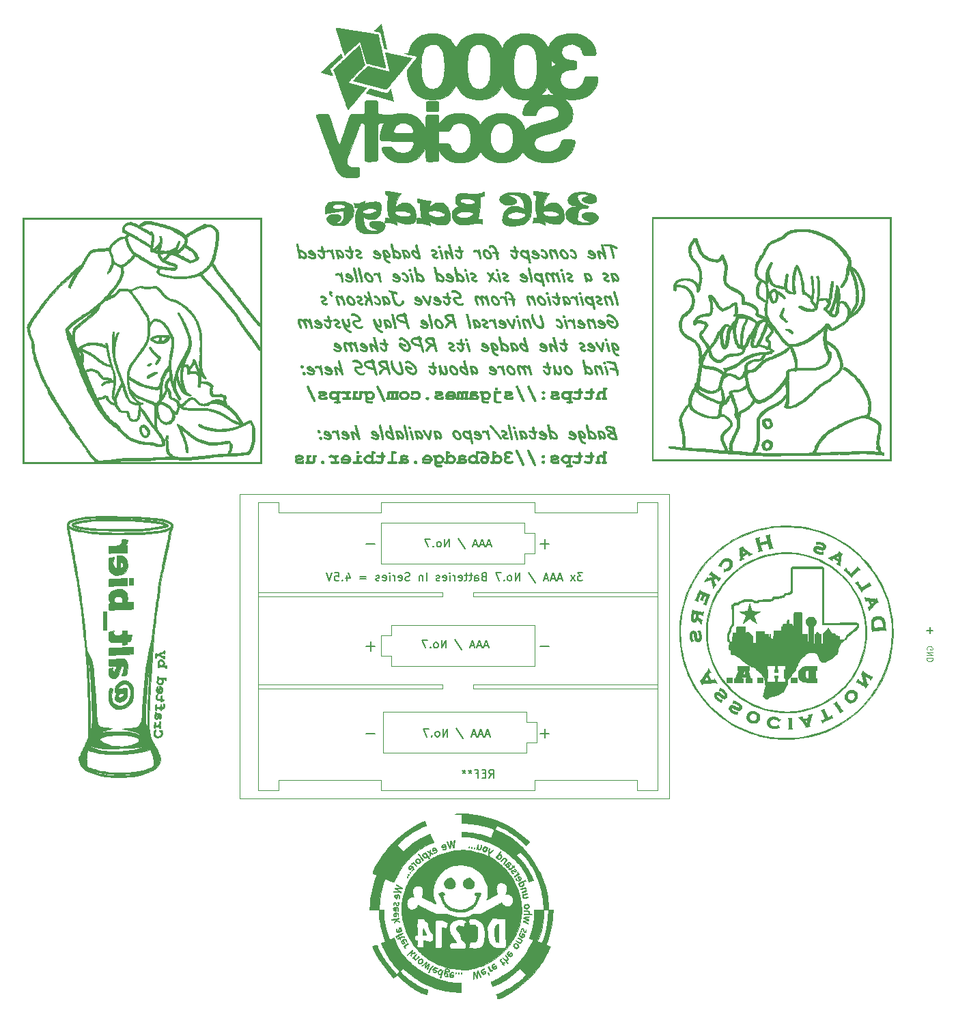
<source format=gbo>
G04 #@! TF.GenerationSoftware,KiCad,Pcbnew,(5.1.9)-1*
G04 #@! TF.CreationDate,2021-03-01T10:40:22-06:00*
G04 #@! TF.ProjectId,altbier_pcb_3d6,616c7462-6965-4725-9f70-63625f336436,1*
G04 #@! TF.SameCoordinates,Original*
G04 #@! TF.FileFunction,Legend,Bot*
G04 #@! TF.FilePolarity,Positive*
%FSLAX46Y46*%
G04 Gerber Fmt 4.6, Leading zero omitted, Abs format (unit mm)*
G04 Created by KiCad (PCBNEW (5.1.9)-1) date 2021-03-01 10:40:22*
%MOMM*%
%LPD*%
G01*
G04 APERTURE LIST*
%ADD10C,0.010000*%
%ADD11C,0.120000*%
%ADD12C,0.150000*%
%ADD13C,0.100000*%
G04 APERTURE END LIST*
D10*
G04 #@! TO.C,G\u002A\u002A\u002A*
G36*
X187704296Y-69633996D02*
G01*
X187656596Y-69667951D01*
X187616552Y-69721169D01*
X187564543Y-69806897D01*
X187510317Y-69906676D01*
X187463623Y-70002046D01*
X187434213Y-70074550D01*
X187428915Y-70099020D01*
X187416849Y-70144653D01*
X187385067Y-70228581D01*
X187340194Y-70333440D01*
X187335605Y-70343606D01*
X187292357Y-70447175D01*
X187264813Y-70529513D01*
X187258259Y-70574514D01*
X187259138Y-70576646D01*
X187254451Y-70614908D01*
X187244778Y-70623181D01*
X187240089Y-70659215D01*
X187272933Y-70728647D01*
X187288547Y-70752796D01*
X187332117Y-70808110D01*
X187404593Y-70890976D01*
X187496802Y-70991832D01*
X187599573Y-71101115D01*
X187703733Y-71209264D01*
X187800110Y-71306714D01*
X187879531Y-71383904D01*
X187932825Y-71431271D01*
X187949181Y-71441546D01*
X187990489Y-71446754D01*
X188052992Y-71454906D01*
X188129247Y-71447610D01*
X188186491Y-71392497D01*
X188189535Y-71387922D01*
X188222185Y-71331239D01*
X188217120Y-71300615D01*
X188181215Y-71276845D01*
X188128329Y-71240950D01*
X188064658Y-71183647D01*
X187984716Y-71098900D01*
X187946591Y-71054576D01*
X187706006Y-71054576D01*
X187690612Y-71069970D01*
X187675218Y-71054576D01*
X187690612Y-71039182D01*
X187706006Y-71054576D01*
X187946591Y-71054576D01*
X187883020Y-70980671D01*
X187867933Y-70962212D01*
X187552066Y-70962212D01*
X187536672Y-70977606D01*
X187521278Y-70962212D01*
X187536672Y-70946818D01*
X187552066Y-70962212D01*
X187867933Y-70962212D01*
X187817604Y-70900637D01*
X187490490Y-70900637D01*
X187475097Y-70916031D01*
X187459703Y-70900637D01*
X187475097Y-70885243D01*
X187490490Y-70900637D01*
X187817604Y-70900637D01*
X187754086Y-70822927D01*
X187648565Y-70690656D01*
X187593018Y-70613649D01*
X187573388Y-70558987D01*
X187583012Y-70504533D01*
X187588333Y-70490534D01*
X187631608Y-70381667D01*
X187633305Y-70377243D01*
X187398127Y-70377243D01*
X187382733Y-70392637D01*
X187367339Y-70377243D01*
X187382733Y-70361849D01*
X187398127Y-70377243D01*
X187633305Y-70377243D01*
X187657975Y-70312947D01*
X187673623Y-70267441D01*
X187684744Y-70228216D01*
X187686023Y-70223303D01*
X187704584Y-70164493D01*
X187738163Y-70068616D01*
X187779613Y-69956055D01*
X187781091Y-69952137D01*
X187823244Y-69829675D01*
X187839875Y-69748271D01*
X187833400Y-69694108D01*
X187828209Y-69682743D01*
X187773614Y-69630388D01*
X187704296Y-69633996D01*
G37*
X187704296Y-69633996D02*
X187656596Y-69667951D01*
X187616552Y-69721169D01*
X187564543Y-69806897D01*
X187510317Y-69906676D01*
X187463623Y-70002046D01*
X187434213Y-70074550D01*
X187428915Y-70099020D01*
X187416849Y-70144653D01*
X187385067Y-70228581D01*
X187340194Y-70333440D01*
X187335605Y-70343606D01*
X187292357Y-70447175D01*
X187264813Y-70529513D01*
X187258259Y-70574514D01*
X187259138Y-70576646D01*
X187254451Y-70614908D01*
X187244778Y-70623181D01*
X187240089Y-70659215D01*
X187272933Y-70728647D01*
X187288547Y-70752796D01*
X187332117Y-70808110D01*
X187404593Y-70890976D01*
X187496802Y-70991832D01*
X187599573Y-71101115D01*
X187703733Y-71209264D01*
X187800110Y-71306714D01*
X187879531Y-71383904D01*
X187932825Y-71431271D01*
X187949181Y-71441546D01*
X187990489Y-71446754D01*
X188052992Y-71454906D01*
X188129247Y-71447610D01*
X188186491Y-71392497D01*
X188189535Y-71387922D01*
X188222185Y-71331239D01*
X188217120Y-71300615D01*
X188181215Y-71276845D01*
X188128329Y-71240950D01*
X188064658Y-71183647D01*
X187984716Y-71098900D01*
X187946591Y-71054576D01*
X187706006Y-71054576D01*
X187690612Y-71069970D01*
X187675218Y-71054576D01*
X187690612Y-71039182D01*
X187706006Y-71054576D01*
X187946591Y-71054576D01*
X187883020Y-70980671D01*
X187867933Y-70962212D01*
X187552066Y-70962212D01*
X187536672Y-70977606D01*
X187521278Y-70962212D01*
X187536672Y-70946818D01*
X187552066Y-70962212D01*
X187867933Y-70962212D01*
X187817604Y-70900637D01*
X187490490Y-70900637D01*
X187475097Y-70916031D01*
X187459703Y-70900637D01*
X187475097Y-70885243D01*
X187490490Y-70900637D01*
X187817604Y-70900637D01*
X187754086Y-70822927D01*
X187648565Y-70690656D01*
X187593018Y-70613649D01*
X187573388Y-70558987D01*
X187583012Y-70504533D01*
X187588333Y-70490534D01*
X187631608Y-70381667D01*
X187633305Y-70377243D01*
X187398127Y-70377243D01*
X187382733Y-70392637D01*
X187367339Y-70377243D01*
X187382733Y-70361849D01*
X187398127Y-70377243D01*
X187633305Y-70377243D01*
X187657975Y-70312947D01*
X187673623Y-70267441D01*
X187684744Y-70228216D01*
X187686023Y-70223303D01*
X187704584Y-70164493D01*
X187738163Y-70068616D01*
X187779613Y-69956055D01*
X187781091Y-69952137D01*
X187823244Y-69829675D01*
X187839875Y-69748271D01*
X187833400Y-69694108D01*
X187828209Y-69682743D01*
X187773614Y-69630388D01*
X187704296Y-69633996D01*
G36*
X188027839Y-72268088D02*
G01*
X188002432Y-72283644D01*
X187972680Y-72314483D01*
X187970857Y-72345082D01*
X188003215Y-72381188D01*
X188076009Y-72428551D01*
X188195493Y-72492921D01*
X188273086Y-72532468D01*
X188397601Y-72600896D01*
X188512131Y-72673510D01*
X188596461Y-72737235D01*
X188611753Y-72751547D01*
X188711661Y-72838669D01*
X188789019Y-72871863D01*
X188849339Y-72852011D01*
X188890289Y-72796122D01*
X188916842Y-72726553D01*
X188911321Y-72666539D01*
X188867495Y-72604091D01*
X188779130Y-72527221D01*
X188745515Y-72501606D01*
X188352551Y-72501606D01*
X188337157Y-72517000D01*
X188321763Y-72501606D01*
X188337157Y-72486212D01*
X188352551Y-72501606D01*
X188745515Y-72501606D01*
X188731733Y-72491105D01*
X188573991Y-72388954D01*
X188413207Y-72312299D01*
X188260906Y-72264417D01*
X188128609Y-72248588D01*
X188027839Y-72268088D01*
G37*
X188027839Y-72268088D02*
X188002432Y-72283644D01*
X187972680Y-72314483D01*
X187970857Y-72345082D01*
X188003215Y-72381188D01*
X188076009Y-72428551D01*
X188195493Y-72492921D01*
X188273086Y-72532468D01*
X188397601Y-72600896D01*
X188512131Y-72673510D01*
X188596461Y-72737235D01*
X188611753Y-72751547D01*
X188711661Y-72838669D01*
X188789019Y-72871863D01*
X188849339Y-72852011D01*
X188890289Y-72796122D01*
X188916842Y-72726553D01*
X188911321Y-72666539D01*
X188867495Y-72604091D01*
X188779130Y-72527221D01*
X188745515Y-72501606D01*
X188352551Y-72501606D01*
X188337157Y-72517000D01*
X188321763Y-72501606D01*
X188337157Y-72486212D01*
X188352551Y-72501606D01*
X188745515Y-72501606D01*
X188731733Y-72491105D01*
X188573991Y-72388954D01*
X188413207Y-72312299D01*
X188260906Y-72264417D01*
X188128609Y-72248588D01*
X188027839Y-72268088D01*
G36*
X185540806Y-83385339D02*
G01*
X185318890Y-83452422D01*
X185198055Y-83509551D01*
X185122318Y-83578021D01*
X185085411Y-83670465D01*
X185081069Y-83799518D01*
X185092673Y-83908515D01*
X185119286Y-84071374D01*
X185151625Y-84192264D01*
X185196900Y-84290773D01*
X185262319Y-84386491D01*
X185274108Y-84401557D01*
X185399936Y-84533634D01*
X185530675Y-84611698D01*
X185679722Y-84642725D01*
X185739215Y-84643751D01*
X185853718Y-84634981D01*
X185958051Y-84616825D01*
X185997299Y-84605266D01*
X186159266Y-84516165D01*
X186223022Y-84447303D01*
X185396915Y-84447303D01*
X185381521Y-84462697D01*
X185366127Y-84447303D01*
X185381521Y-84431909D01*
X185396915Y-84447303D01*
X186223022Y-84447303D01*
X186273659Y-84392611D01*
X186339229Y-84240716D01*
X186353011Y-84085874D01*
X186085305Y-84085874D01*
X186076829Y-84160211D01*
X186048985Y-84245626D01*
X186019770Y-84301061D01*
X185965257Y-84352233D01*
X185879292Y-84369963D01*
X185858775Y-84370334D01*
X185779105Y-84361568D01*
X185713121Y-84326984D01*
X185637808Y-84254151D01*
X185632188Y-84247958D01*
X185565693Y-84164758D01*
X185518278Y-84087776D01*
X185505703Y-84055534D01*
X185470241Y-83893609D01*
X185449572Y-83783254D01*
X185442445Y-83716591D01*
X185447134Y-83686467D01*
X185483246Y-83675757D01*
X185564399Y-83670566D01*
X185674231Y-83671810D01*
X185693784Y-83672687D01*
X185812817Y-83680071D01*
X185886840Y-83691769D01*
X185932391Y-83713990D01*
X185966007Y-83752941D01*
X185984147Y-83781683D01*
X186024502Y-83868041D01*
X186043287Y-83947650D01*
X186043460Y-83953624D01*
X186053322Y-84017392D01*
X186070119Y-84044509D01*
X186085305Y-84085874D01*
X186353011Y-84085874D01*
X186354728Y-84066591D01*
X186318908Y-83876350D01*
X186230519Y-83676104D01*
X186198136Y-83622151D01*
X186086931Y-83492879D01*
X186043460Y-83492879D01*
X186028066Y-83508273D01*
X186012672Y-83492879D01*
X186028066Y-83477485D01*
X186043460Y-83492879D01*
X186086931Y-83492879D01*
X186078266Y-83482807D01*
X185935252Y-83400515D01*
X185735581Y-83400515D01*
X185720187Y-83415909D01*
X185704793Y-83400515D01*
X185720187Y-83385121D01*
X185735581Y-83400515D01*
X185935252Y-83400515D01*
X185929052Y-83396948D01*
X185750048Y-83364488D01*
X185540806Y-83385339D01*
G37*
X185540806Y-83385339D02*
X185318890Y-83452422D01*
X185198055Y-83509551D01*
X185122318Y-83578021D01*
X185085411Y-83670465D01*
X185081069Y-83799518D01*
X185092673Y-83908515D01*
X185119286Y-84071374D01*
X185151625Y-84192264D01*
X185196900Y-84290773D01*
X185262319Y-84386491D01*
X185274108Y-84401557D01*
X185399936Y-84533634D01*
X185530675Y-84611698D01*
X185679722Y-84642725D01*
X185739215Y-84643751D01*
X185853718Y-84634981D01*
X185958051Y-84616825D01*
X185997299Y-84605266D01*
X186159266Y-84516165D01*
X186223022Y-84447303D01*
X185396915Y-84447303D01*
X185381521Y-84462697D01*
X185366127Y-84447303D01*
X185381521Y-84431909D01*
X185396915Y-84447303D01*
X186223022Y-84447303D01*
X186273659Y-84392611D01*
X186339229Y-84240716D01*
X186353011Y-84085874D01*
X186085305Y-84085874D01*
X186076829Y-84160211D01*
X186048985Y-84245626D01*
X186019770Y-84301061D01*
X185965257Y-84352233D01*
X185879292Y-84369963D01*
X185858775Y-84370334D01*
X185779105Y-84361568D01*
X185713121Y-84326984D01*
X185637808Y-84254151D01*
X185632188Y-84247958D01*
X185565693Y-84164758D01*
X185518278Y-84087776D01*
X185505703Y-84055534D01*
X185470241Y-83893609D01*
X185449572Y-83783254D01*
X185442445Y-83716591D01*
X185447134Y-83686467D01*
X185483246Y-83675757D01*
X185564399Y-83670566D01*
X185674231Y-83671810D01*
X185693784Y-83672687D01*
X185812817Y-83680071D01*
X185886840Y-83691769D01*
X185932391Y-83713990D01*
X185966007Y-83752941D01*
X185984147Y-83781683D01*
X186024502Y-83868041D01*
X186043287Y-83947650D01*
X186043460Y-83953624D01*
X186053322Y-84017392D01*
X186070119Y-84044509D01*
X186085305Y-84085874D01*
X186353011Y-84085874D01*
X186354728Y-84066591D01*
X186318908Y-83876350D01*
X186230519Y-83676104D01*
X186198136Y-83622151D01*
X186086931Y-83492879D01*
X186043460Y-83492879D01*
X186028066Y-83508273D01*
X186012672Y-83492879D01*
X186028066Y-83477485D01*
X186043460Y-83492879D01*
X186086931Y-83492879D01*
X186078266Y-83482807D01*
X185935252Y-83400515D01*
X185735581Y-83400515D01*
X185720187Y-83415909D01*
X185704793Y-83400515D01*
X185720187Y-83385121D01*
X185735581Y-83400515D01*
X185935252Y-83400515D01*
X185929052Y-83396948D01*
X185750048Y-83364488D01*
X185540806Y-83385339D01*
G36*
X185657435Y-86037130D02*
G01*
X185536847Y-86065020D01*
X185427839Y-86102373D01*
X185351352Y-86142796D01*
X185335339Y-86157426D01*
X185296045Y-86182959D01*
X185267381Y-86195290D01*
X185220814Y-86231255D01*
X185160934Y-86301209D01*
X185128835Y-86346984D01*
X185082698Y-86426481D01*
X185056605Y-86501817D01*
X185045141Y-86595864D01*
X185042854Y-86710212D01*
X185054601Y-86895922D01*
X185093801Y-87036974D01*
X185166387Y-87146407D01*
X185278296Y-87237257D01*
X185284646Y-87241303D01*
X185370798Y-87289073D01*
X185453219Y-87314573D01*
X185557541Y-87323958D01*
X185631052Y-87324500D01*
X185765156Y-87316332D01*
X185897467Y-87296624D01*
X185981884Y-87275013D01*
X186047852Y-87249000D01*
X185889521Y-87249000D01*
X185874127Y-87264394D01*
X185858733Y-87249000D01*
X185874127Y-87233606D01*
X185889521Y-87249000D01*
X186047852Y-87249000D01*
X186096787Y-87229704D01*
X186170857Y-87180935D01*
X186223408Y-87112049D01*
X186261951Y-87033485D01*
X186290686Y-86941121D01*
X186228187Y-86941121D01*
X186212793Y-86956515D01*
X186197400Y-86941121D01*
X186212793Y-86925727D01*
X186228187Y-86941121D01*
X186290686Y-86941121D01*
X186321915Y-86840741D01*
X186340084Y-86664031D01*
X186320551Y-86664031D01*
X186305157Y-86679424D01*
X186289763Y-86664031D01*
X186305157Y-86648637D01*
X186320551Y-86664031D01*
X186340084Y-86664031D01*
X186343059Y-86635107D01*
X186339606Y-86602961D01*
X186015988Y-86602961D01*
X186010322Y-86768367D01*
X186007635Y-86786305D01*
X185966341Y-86922251D01*
X185890207Y-87009731D01*
X185774020Y-87054262D01*
X185750975Y-87057820D01*
X185682956Y-87067750D01*
X185649386Y-87074740D01*
X185618825Y-87065546D01*
X185556820Y-87036544D01*
X185550238Y-87033166D01*
X185447160Y-86957910D01*
X185393500Y-86860001D01*
X185386878Y-86731755D01*
X185415233Y-86597337D01*
X185458547Y-86475937D01*
X185508528Y-86402853D01*
X185575683Y-86364943D01*
X185607291Y-86357141D01*
X185685985Y-86332456D01*
X185736715Y-86309363D01*
X185787016Y-86292325D01*
X185834414Y-86309217D01*
X185893467Y-86359933D01*
X185978139Y-86470934D01*
X186015988Y-86602961D01*
X186339606Y-86602961D01*
X186322555Y-86444233D01*
X186322309Y-86443222D01*
X186252782Y-86268513D01*
X186165431Y-86166293D01*
X186125561Y-86166293D01*
X186121335Y-86184596D01*
X186105036Y-86186818D01*
X186079694Y-86175554D01*
X186084511Y-86166293D01*
X186121049Y-86162608D01*
X186125561Y-86166293D01*
X186165431Y-86166293D01*
X186142252Y-86139169D01*
X185993620Y-86057380D01*
X185809786Y-86025339D01*
X185768660Y-86025100D01*
X185657435Y-86037130D01*
G37*
X185657435Y-86037130D02*
X185536847Y-86065020D01*
X185427839Y-86102373D01*
X185351352Y-86142796D01*
X185335339Y-86157426D01*
X185296045Y-86182959D01*
X185267381Y-86195290D01*
X185220814Y-86231255D01*
X185160934Y-86301209D01*
X185128835Y-86346984D01*
X185082698Y-86426481D01*
X185056605Y-86501817D01*
X185045141Y-86595864D01*
X185042854Y-86710212D01*
X185054601Y-86895922D01*
X185093801Y-87036974D01*
X185166387Y-87146407D01*
X185278296Y-87237257D01*
X185284646Y-87241303D01*
X185370798Y-87289073D01*
X185453219Y-87314573D01*
X185557541Y-87323958D01*
X185631052Y-87324500D01*
X185765156Y-87316332D01*
X185897467Y-87296624D01*
X185981884Y-87275013D01*
X186047852Y-87249000D01*
X185889521Y-87249000D01*
X185874127Y-87264394D01*
X185858733Y-87249000D01*
X185874127Y-87233606D01*
X185889521Y-87249000D01*
X186047852Y-87249000D01*
X186096787Y-87229704D01*
X186170857Y-87180935D01*
X186223408Y-87112049D01*
X186261951Y-87033485D01*
X186290686Y-86941121D01*
X186228187Y-86941121D01*
X186212793Y-86956515D01*
X186197400Y-86941121D01*
X186212793Y-86925727D01*
X186228187Y-86941121D01*
X186290686Y-86941121D01*
X186321915Y-86840741D01*
X186340084Y-86664031D01*
X186320551Y-86664031D01*
X186305157Y-86679424D01*
X186289763Y-86664031D01*
X186305157Y-86648637D01*
X186320551Y-86664031D01*
X186340084Y-86664031D01*
X186343059Y-86635107D01*
X186339606Y-86602961D01*
X186015988Y-86602961D01*
X186010322Y-86768367D01*
X186007635Y-86786305D01*
X185966341Y-86922251D01*
X185890207Y-87009731D01*
X185774020Y-87054262D01*
X185750975Y-87057820D01*
X185682956Y-87067750D01*
X185649386Y-87074740D01*
X185618825Y-87065546D01*
X185556820Y-87036544D01*
X185550238Y-87033166D01*
X185447160Y-86957910D01*
X185393500Y-86860001D01*
X185386878Y-86731755D01*
X185415233Y-86597337D01*
X185458547Y-86475937D01*
X185508528Y-86402853D01*
X185575683Y-86364943D01*
X185607291Y-86357141D01*
X185685985Y-86332456D01*
X185736715Y-86309363D01*
X185787016Y-86292325D01*
X185834414Y-86309217D01*
X185893467Y-86359933D01*
X185978139Y-86470934D01*
X186015988Y-86602961D01*
X186339606Y-86602961D01*
X186322555Y-86444233D01*
X186322309Y-86443222D01*
X186252782Y-86268513D01*
X186165431Y-86166293D01*
X186125561Y-86166293D01*
X186121335Y-86184596D01*
X186105036Y-86186818D01*
X186079694Y-86175554D01*
X186084511Y-86166293D01*
X186121049Y-86162608D01*
X186125561Y-86166293D01*
X186165431Y-86166293D01*
X186142252Y-86139169D01*
X185993620Y-86057380D01*
X185809786Y-86025339D01*
X185768660Y-86025100D01*
X185657435Y-86037130D01*
G36*
X189526950Y-59898965D02*
G01*
X189181157Y-59927292D01*
X188876282Y-59976353D01*
X188603256Y-60047808D01*
X188353006Y-60143315D01*
X188239947Y-60197355D01*
X188140288Y-60256802D01*
X188030984Y-60335786D01*
X187922152Y-60425044D01*
X187823915Y-60515316D01*
X187746390Y-60597339D01*
X187699698Y-60661853D01*
X187692841Y-60698062D01*
X187697727Y-60720201D01*
X187678035Y-60711590D01*
X187632070Y-60711947D01*
X187579819Y-60744343D01*
X187543430Y-60790051D01*
X187542155Y-60826478D01*
X187541369Y-60843218D01*
X187528178Y-60837264D01*
X187489124Y-60841972D01*
X187406734Y-60869776D01*
X187292732Y-60916208D01*
X187158843Y-60976801D01*
X187146269Y-60982772D01*
X186999789Y-61051028D01*
X186861388Y-61112716D01*
X186747014Y-61160897D01*
X186674612Y-61188006D01*
X186429662Y-61282294D01*
X186190270Y-61404477D01*
X185980686Y-61541699D01*
X185925707Y-61585156D01*
X185799653Y-61699182D01*
X185704286Y-61803860D01*
X185645581Y-61891363D01*
X185629511Y-61953869D01*
X185634176Y-61967036D01*
X185632478Y-61982449D01*
X185619102Y-61976275D01*
X185583744Y-61987467D01*
X185529958Y-62040827D01*
X185493431Y-62089267D01*
X185434240Y-62185900D01*
X185364610Y-62315449D01*
X185292459Y-62461214D01*
X185225706Y-62606498D01*
X185172267Y-62734602D01*
X185140061Y-62828828D01*
X185137216Y-62840508D01*
X185093578Y-62936129D01*
X185011615Y-63039341D01*
X184908458Y-63130974D01*
X184838014Y-63175319D01*
X184773576Y-63218959D01*
X184755349Y-63269204D01*
X184759179Y-63302699D01*
X184753248Y-63379079D01*
X184704125Y-63472501D01*
X184677641Y-63509243D01*
X184637689Y-63564756D01*
X184599614Y-63625290D01*
X184558559Y-63700444D01*
X184509668Y-63799818D01*
X184448086Y-63933011D01*
X184368955Y-64109621D01*
X184333821Y-64188879D01*
X184283656Y-64319665D01*
X184241335Y-64460131D01*
X184222920Y-64542940D01*
X184203912Y-64653247D01*
X184187237Y-64749895D01*
X184180436Y-64789243D01*
X184143087Y-65033067D01*
X184125247Y-65231260D01*
X184127521Y-65396791D01*
X184150511Y-65542631D01*
X184194823Y-65681751D01*
X184225304Y-65753153D01*
X184308216Y-65891495D01*
X184427947Y-66037100D01*
X184566413Y-66169350D01*
X184640486Y-66226470D01*
X184730723Y-66289815D01*
X184615547Y-66446716D01*
X184551327Y-66544236D01*
X184503263Y-66635708D01*
X184485000Y-66688382D01*
X184465217Y-66762512D01*
X184445113Y-66804892D01*
X184418382Y-66857638D01*
X184399345Y-66913606D01*
X184379117Y-66986807D01*
X184350311Y-67090975D01*
X184331241Y-67159909D01*
X184297286Y-67356194D01*
X184290763Y-67581105D01*
X184310111Y-67811235D01*
X184353772Y-68023179D01*
X184396918Y-68145801D01*
X184447661Y-68254552D01*
X184496050Y-68346382D01*
X184530904Y-68400434D01*
X184588593Y-68451732D01*
X184683617Y-68518098D01*
X184804827Y-68593524D01*
X184941075Y-68672004D01*
X185081210Y-68747530D01*
X185214083Y-68814094D01*
X185328545Y-68865690D01*
X185413446Y-68896311D01*
X185457637Y-68899949D01*
X185457814Y-68899842D01*
X185472570Y-68892633D01*
X185482030Y-68897546D01*
X185485735Y-68922411D01*
X185483227Y-68975054D01*
X185474050Y-69063302D01*
X185457746Y-69194983D01*
X185433857Y-69377925D01*
X185426688Y-69432267D01*
X185403016Y-69616569D01*
X185387800Y-69756535D01*
X185380780Y-69868780D01*
X185381697Y-69969924D01*
X185390289Y-70076585D01*
X185406297Y-70205380D01*
X185413745Y-70259782D01*
X185435930Y-70408845D01*
X185458591Y-70541876D01*
X185478880Y-70643181D01*
X185492400Y-70693331D01*
X185509836Y-70764727D01*
X185492246Y-70787891D01*
X185473792Y-70777485D01*
X184811945Y-70777485D01*
X184796551Y-70792879D01*
X184781157Y-70777485D01*
X184796551Y-70762091D01*
X184811945Y-70777485D01*
X185473792Y-70777485D01*
X185442602Y-70759898D01*
X185433164Y-70751640D01*
X185426464Y-70746697D01*
X184750369Y-70746697D01*
X184734975Y-70762091D01*
X184719581Y-70746697D01*
X184734975Y-70731303D01*
X184750369Y-70746697D01*
X185426464Y-70746697D01*
X185379055Y-70711725D01*
X185348309Y-70699471D01*
X185305175Y-70686366D01*
X185230232Y-70654643D01*
X185196793Y-70638940D01*
X185117092Y-70602516D01*
X185061495Y-70580883D01*
X185050822Y-70578409D01*
X185013566Y-70566130D01*
X184935818Y-70534605D01*
X184934242Y-70533923D01*
X184774637Y-70533923D01*
X184764288Y-70533978D01*
X184719581Y-70513316D01*
X184658702Y-70482658D01*
X184629783Y-70465436D01*
X184621978Y-70449983D01*
X184650243Y-70455580D01*
X184695580Y-70475719D01*
X184736788Y-70502093D01*
X184774637Y-70533923D01*
X184934242Y-70533923D01*
X184833094Y-70490174D01*
X184813079Y-70481264D01*
X184598155Y-70385164D01*
X184605418Y-70315667D01*
X184380915Y-70315667D01*
X184365521Y-70331061D01*
X184350127Y-70315667D01*
X184365521Y-70300273D01*
X184380915Y-70315667D01*
X184605418Y-70315667D01*
X184616673Y-70207991D01*
X184616816Y-70192515D01*
X184411703Y-70192515D01*
X184396309Y-70207909D01*
X184380915Y-70192515D01*
X184396309Y-70177121D01*
X184411703Y-70192515D01*
X184616816Y-70192515D01*
X184618578Y-70002657D01*
X184463016Y-70002657D01*
X184458789Y-70020960D01*
X184442490Y-70023182D01*
X184417149Y-70011917D01*
X184421965Y-70002657D01*
X184458503Y-69998972D01*
X184463016Y-70002657D01*
X184618578Y-70002657D01*
X184618641Y-69995931D01*
X184614294Y-69977000D01*
X184565642Y-69977000D01*
X184550248Y-69992394D01*
X184534854Y-69977000D01*
X184550248Y-69961606D01*
X184565642Y-69977000D01*
X184614294Y-69977000D01*
X184600154Y-69915424D01*
X184504066Y-69915424D01*
X184488672Y-69930818D01*
X184473278Y-69915424D01*
X184488672Y-69900031D01*
X184504066Y-69915424D01*
X184600154Y-69915424D01*
X184575294Y-69807169D01*
X184567239Y-69792273D01*
X184380915Y-69792273D01*
X184365521Y-69807667D01*
X184350127Y-69792273D01*
X184365521Y-69776879D01*
X184380915Y-69792273D01*
X184567239Y-69792273D01*
X184533940Y-69730697D01*
X184226975Y-69730697D01*
X184211581Y-69746091D01*
X184196187Y-69730697D01*
X184211581Y-69715303D01*
X184226975Y-69730697D01*
X184533940Y-69730697D01*
X184483992Y-69638334D01*
X184442490Y-69638334D01*
X184427097Y-69653727D01*
X184411703Y-69638334D01*
X184427097Y-69622940D01*
X184442490Y-69638334D01*
X184483992Y-69638334D01*
X184483373Y-69637190D01*
X184456006Y-69607546D01*
X184226975Y-69607546D01*
X184211581Y-69622940D01*
X184196187Y-69607546D01*
X184211581Y-69592152D01*
X184226975Y-69607546D01*
X184456006Y-69607546D01*
X184399158Y-69545970D01*
X184350127Y-69545970D01*
X184334733Y-69561364D01*
X184319339Y-69545970D01*
X184011460Y-69545970D01*
X183996066Y-69561364D01*
X183980672Y-69545970D01*
X183996066Y-69530576D01*
X184011460Y-69545970D01*
X184319339Y-69545970D01*
X184334733Y-69530576D01*
X184350127Y-69545970D01*
X184399158Y-69545970D01*
X184370735Y-69515182D01*
X184165400Y-69515182D01*
X184150006Y-69530576D01*
X184134612Y-69515182D01*
X183949884Y-69515182D01*
X183934490Y-69530576D01*
X183919097Y-69515182D01*
X183934490Y-69499788D01*
X183949884Y-69515182D01*
X184134612Y-69515182D01*
X184150006Y-69499788D01*
X184165400Y-69515182D01*
X184370735Y-69515182D01*
X184354672Y-69497784D01*
X184281003Y-69497784D01*
X184276791Y-69499788D01*
X184256836Y-69484394D01*
X183857521Y-69484394D01*
X183842127Y-69499788D01*
X183826733Y-69484394D01*
X183842127Y-69469000D01*
X183857521Y-69484394D01*
X184256836Y-69484394D01*
X184248695Y-69478114D01*
X184242369Y-69469000D01*
X184234524Y-69440217D01*
X184238735Y-69438212D01*
X184266832Y-69459886D01*
X184273157Y-69469000D01*
X184281003Y-69497784D01*
X184354672Y-69497784D01*
X184339622Y-69481483D01*
X184208777Y-69385440D01*
X184155184Y-69385440D01*
X184143304Y-69402344D01*
X184134224Y-69408316D01*
X184071576Y-69436074D01*
X184043094Y-69421774D01*
X184042248Y-69413976D01*
X184068443Y-69393017D01*
X184111133Y-69384551D01*
X184155184Y-69385440D01*
X184208777Y-69385440D01*
X184140782Y-69335531D01*
X184131517Y-69330455D01*
X183518854Y-69330455D01*
X183503460Y-69345849D01*
X183488066Y-69330455D01*
X183503460Y-69315061D01*
X183518854Y-69330455D01*
X184131517Y-69330455D01*
X184065948Y-69294536D01*
X184001198Y-69294536D01*
X183996971Y-69312839D01*
X183980672Y-69315061D01*
X183955330Y-69303796D01*
X183960147Y-69294536D01*
X183996685Y-69290851D01*
X184001198Y-69294536D01*
X184065948Y-69294536D01*
X184019113Y-69268879D01*
X183919097Y-69268879D01*
X183903703Y-69284273D01*
X183888309Y-69268879D01*
X183642006Y-69268879D01*
X183626612Y-69284273D01*
X183611218Y-69268879D01*
X183626612Y-69253485D01*
X183642006Y-69268879D01*
X183888309Y-69268879D01*
X183903703Y-69253485D01*
X183919097Y-69268879D01*
X184019113Y-69268879D01*
X183906709Y-69207303D01*
X183826733Y-69207303D01*
X183811339Y-69222697D01*
X183795945Y-69207303D01*
X183811339Y-69191909D01*
X183826733Y-69207303D01*
X183906709Y-69207303D01*
X183886495Y-69196230D01*
X183774385Y-69145727D01*
X182933884Y-69145727D01*
X182918490Y-69161121D01*
X182903097Y-69145727D01*
X182918490Y-69130334D01*
X182933884Y-69145727D01*
X183774385Y-69145727D01*
X183727266Y-69124501D01*
X183557121Y-69057231D01*
X183400701Y-69003762D01*
X183318733Y-68980992D01*
X183187154Y-68947302D01*
X183065080Y-68912119D01*
X183027176Y-68899424D01*
X182872309Y-68899424D01*
X182856915Y-68914818D01*
X182841521Y-68899424D01*
X182856915Y-68884031D01*
X182872309Y-68899424D01*
X183027176Y-68899424D01*
X182975927Y-68882260D01*
X182966169Y-68878385D01*
X182859907Y-68834558D01*
X182858411Y-68528325D01*
X182856065Y-68381829D01*
X182848361Y-68278467D01*
X182831748Y-68199822D01*
X182815952Y-68160515D01*
X182533642Y-68160515D01*
X182518248Y-68175909D01*
X182502854Y-68160515D01*
X182518248Y-68145121D01*
X182533642Y-68160515D01*
X182815952Y-68160515D01*
X182802675Y-68127479D01*
X182771449Y-68068152D01*
X182718369Y-68068152D01*
X182702975Y-68083546D01*
X182687581Y-68068152D01*
X182702975Y-68052758D01*
X182718369Y-68068152D01*
X182771449Y-68068152D01*
X182768635Y-68062807D01*
X182752383Y-68037364D01*
X182441278Y-68037364D01*
X182425884Y-68052758D01*
X182410490Y-68037364D01*
X182425884Y-68021970D01*
X182441278Y-68037364D01*
X182752383Y-68037364D01*
X182710770Y-67972220D01*
X182662833Y-67923529D01*
X182640901Y-67918664D01*
X182613417Y-67914212D01*
X182533642Y-67914212D01*
X182518248Y-67929606D01*
X182318127Y-67929606D01*
X182307622Y-67959594D01*
X182304550Y-67960394D01*
X182278264Y-67938820D01*
X182271945Y-67929606D01*
X182274386Y-67901236D01*
X182285522Y-67898818D01*
X182316874Y-67921168D01*
X182318127Y-67929606D01*
X182518248Y-67929606D01*
X182502854Y-67914212D01*
X182518248Y-67898818D01*
X182533642Y-67914212D01*
X182613417Y-67914212D01*
X182591834Y-67910716D01*
X182578181Y-67896160D01*
X182572475Y-67872939D01*
X182590461Y-67880484D01*
X182621457Y-67886837D01*
X182621652Y-67860040D01*
X182593430Y-67818813D01*
X182581172Y-67807574D01*
X182528478Y-67785658D01*
X182503440Y-67790699D01*
X182490251Y-67788764D01*
X182159742Y-67788764D01*
X182152483Y-67804829D01*
X182135217Y-67806455D01*
X182093468Y-67784094D01*
X182087436Y-67776020D01*
X182092391Y-67758524D01*
X182116407Y-67763920D01*
X182159742Y-67788764D01*
X182490251Y-67788764D01*
X182478936Y-67787104D01*
X182479000Y-67770258D01*
X182465945Y-67737886D01*
X182450083Y-67736813D01*
X182423673Y-67722101D01*
X182425422Y-67706025D01*
X182406291Y-67675237D01*
X182345583Y-67622134D01*
X182255280Y-67554780D01*
X182147368Y-67481238D01*
X182033829Y-67409571D01*
X182001268Y-67390818D01*
X181917884Y-67390818D01*
X181902490Y-67406212D01*
X181887097Y-67390818D01*
X181332915Y-67390818D01*
X181317521Y-67406212D01*
X181302127Y-67390818D01*
X181317521Y-67375424D01*
X181332915Y-67390818D01*
X181887097Y-67390818D01*
X181902490Y-67375424D01*
X181917884Y-67390818D01*
X182001268Y-67390818D01*
X181947812Y-67360031D01*
X181856309Y-67360031D01*
X181840915Y-67375424D01*
X181825521Y-67360031D01*
X181840915Y-67344637D01*
X181856309Y-67360031D01*
X181947812Y-67360031D01*
X181926646Y-67347841D01*
X181875355Y-67322595D01*
X181754631Y-67322595D01*
X181741389Y-67339889D01*
X181732769Y-67345528D01*
X181689068Y-67371087D01*
X181670325Y-67366515D01*
X181660137Y-67351028D01*
X181673379Y-67330151D01*
X181711811Y-67321603D01*
X181754631Y-67322595D01*
X181875355Y-67322595D01*
X181837804Y-67304112D01*
X181823360Y-67298455D01*
X181178975Y-67298455D01*
X181163581Y-67313849D01*
X181148187Y-67298455D01*
X181163581Y-67283061D01*
X181178975Y-67298455D01*
X181823360Y-67298455D01*
X181814550Y-67295005D01*
X181743329Y-67265695D01*
X181680188Y-67236879D01*
X181579218Y-67236879D01*
X181563824Y-67252273D01*
X181548430Y-67236879D01*
X181563824Y-67221485D01*
X181579218Y-67236879D01*
X181680188Y-67236879D01*
X181636265Y-67216834D01*
X181512221Y-67157137D01*
X181486862Y-67144515D01*
X181394490Y-67144515D01*
X181379097Y-67159909D01*
X181363703Y-67144515D01*
X181379097Y-67129121D01*
X181394490Y-67144515D01*
X181486862Y-67144515D01*
X181462449Y-67132364D01*
X181347284Y-67078336D01*
X181251090Y-67040390D01*
X181187912Y-67023728D01*
X181172904Y-67025116D01*
X181152801Y-67027449D01*
X181157756Y-67015395D01*
X181144306Y-66983385D01*
X181091798Y-66925229D01*
X181027795Y-66867424D01*
X180963460Y-66867424D01*
X180948066Y-66882818D01*
X180932672Y-66867424D01*
X180948066Y-66852031D01*
X180963460Y-66867424D01*
X181027795Y-66867424D01*
X181010427Y-66851738D01*
X180979698Y-66826540D01*
X180869001Y-66729285D01*
X180763359Y-66622138D01*
X180762514Y-66621121D01*
X180470854Y-66621121D01*
X180455460Y-66636515D01*
X180440066Y-66621121D01*
X180455460Y-66605727D01*
X180470854Y-66621121D01*
X180762514Y-66621121D01*
X180736930Y-66590334D01*
X180532430Y-66590334D01*
X180517036Y-66605727D01*
X180501642Y-66590334D01*
X180517036Y-66574940D01*
X180532430Y-66590334D01*
X180736930Y-66590334D01*
X180684498Y-66527241D01*
X180680584Y-66521690D01*
X180665489Y-66497970D01*
X180624793Y-66497970D01*
X180609400Y-66513364D01*
X180594006Y-66497970D01*
X180609400Y-66482576D01*
X180624793Y-66497970D01*
X180665489Y-66497970D01*
X180623205Y-66431526D01*
X180592832Y-66354480D01*
X180581562Y-66263060D01*
X180580817Y-66174697D01*
X180584826Y-66004804D01*
X180592339Y-65859210D01*
X180598613Y-65789849D01*
X180316915Y-65789849D01*
X180301521Y-65805243D01*
X180286127Y-65789849D01*
X180301521Y-65774455D01*
X180316915Y-65789849D01*
X180598613Y-65789849D01*
X180602508Y-65746790D01*
X180614483Y-65676417D01*
X180627416Y-65656966D01*
X180630051Y-65659980D01*
X180646180Y-65661157D01*
X180661869Y-65609893D01*
X180676196Y-65512758D01*
X180624793Y-65512758D01*
X180609400Y-65528152D01*
X180594006Y-65512758D01*
X180609400Y-65497364D01*
X180624793Y-65512758D01*
X180676196Y-65512758D01*
X180677543Y-65503630D01*
X180693628Y-65339809D01*
X180703100Y-65220273D01*
X180714643Y-65081263D01*
X180727599Y-64949669D01*
X180735735Y-64881606D01*
X180686369Y-64881606D01*
X180675104Y-64906948D01*
X180665844Y-64902132D01*
X180662159Y-64865593D01*
X180665844Y-64861081D01*
X180684147Y-64865307D01*
X180686369Y-64881606D01*
X180735735Y-64881606D01*
X180739519Y-64849953D01*
X180741650Y-64835424D01*
X180755668Y-64666091D01*
X180717157Y-64666091D01*
X180705892Y-64691433D01*
X180696632Y-64686616D01*
X180696115Y-64681485D01*
X180624793Y-64681485D01*
X180609400Y-64696879D01*
X180594006Y-64681485D01*
X180563218Y-64681485D01*
X180547824Y-64696879D01*
X180532430Y-64681485D01*
X180547824Y-64666091D01*
X180563218Y-64681485D01*
X180594006Y-64681485D01*
X180609400Y-64666091D01*
X180624793Y-64681485D01*
X180696115Y-64681485D01*
X180692947Y-64650078D01*
X180696632Y-64645566D01*
X180714935Y-64649792D01*
X180717157Y-64666091D01*
X180755668Y-64666091D01*
X180756908Y-64651123D01*
X180754521Y-64558334D01*
X180655581Y-64558334D01*
X180640187Y-64573727D01*
X180563218Y-64573727D01*
X180551953Y-64599069D01*
X180542692Y-64594253D01*
X180539008Y-64557715D01*
X180542692Y-64553202D01*
X180560996Y-64557428D01*
X180563218Y-64573727D01*
X180640187Y-64573727D01*
X180624793Y-64558334D01*
X180640187Y-64542940D01*
X180655581Y-64558334D01*
X180754521Y-64558334D01*
X180751802Y-64452701D01*
X180748847Y-64430051D01*
X180706895Y-64430051D01*
X180702668Y-64448354D01*
X180686369Y-64450576D01*
X180532430Y-64450576D01*
X180521165Y-64475918D01*
X180511905Y-64471101D01*
X180508220Y-64434563D01*
X180511905Y-64430051D01*
X180530208Y-64434277D01*
X180532430Y-64450576D01*
X180686369Y-64450576D01*
X180661027Y-64439311D01*
X180665844Y-64430051D01*
X180702382Y-64426366D01*
X180706895Y-64430051D01*
X180748847Y-64430051D01*
X180741482Y-64373606D01*
X180717157Y-64373606D01*
X180701763Y-64389000D01*
X180686369Y-64373606D01*
X180701763Y-64358212D01*
X180717157Y-64373606D01*
X180741482Y-64373606D01*
X180727846Y-64269100D01*
X180723293Y-64250455D01*
X180686369Y-64250455D01*
X180670975Y-64265849D01*
X180655581Y-64250455D01*
X180670975Y-64235061D01*
X180686369Y-64250455D01*
X180723293Y-64250455D01*
X180707707Y-64186642D01*
X180690932Y-64138853D01*
X180647582Y-64138853D01*
X180625028Y-64124097D01*
X180620973Y-64120119D01*
X180596654Y-64079753D01*
X180599952Y-64064913D01*
X180622854Y-64074152D01*
X180638208Y-64102884D01*
X180647582Y-64138853D01*
X180690932Y-64138853D01*
X180676200Y-64096885D01*
X180633458Y-63988758D01*
X180594006Y-63988758D01*
X180582741Y-64014100D01*
X180573480Y-64009283D01*
X180569796Y-63972745D01*
X180573480Y-63968233D01*
X180591784Y-63972459D01*
X180594006Y-63988758D01*
X180633458Y-63988758D01*
X180625819Y-63969435D01*
X180601558Y-63911788D01*
X180563218Y-63911788D01*
X180547824Y-63927182D01*
X180532430Y-63911788D01*
X180547824Y-63896394D01*
X180563218Y-63911788D01*
X180601558Y-63911788D01*
X180563901Y-63822316D01*
X180548997Y-63788637D01*
X180440066Y-63788637D01*
X180424672Y-63804031D01*
X180409278Y-63788637D01*
X180424672Y-63773243D01*
X180440066Y-63788637D01*
X180548997Y-63788637D01*
X180521745Y-63727061D01*
X180470854Y-63727061D01*
X180455460Y-63742455D01*
X180440066Y-63727061D01*
X180455460Y-63711667D01*
X180470854Y-63727061D01*
X180521745Y-63727061D01*
X180507237Y-63694281D01*
X180461144Y-63588749D01*
X179760716Y-63588749D01*
X179753071Y-63604693D01*
X179735872Y-63627000D01*
X179690934Y-63674865D01*
X179670875Y-63674657D01*
X179670369Y-63669255D01*
X179691409Y-63643555D01*
X179724248Y-63615376D01*
X179760716Y-63588749D01*
X180461144Y-63588749D01*
X180444266Y-63550107D01*
X180428679Y-63511546D01*
X180378490Y-63511546D01*
X180363097Y-63526940D01*
X180347703Y-63511546D01*
X180363097Y-63496152D01*
X180378490Y-63511546D01*
X180428679Y-63511546D01*
X180391342Y-63419182D01*
X180347703Y-63419182D01*
X180332309Y-63434576D01*
X180316915Y-63419182D01*
X180332309Y-63403788D01*
X180347703Y-63419182D01*
X180391342Y-63419182D01*
X180389785Y-63415332D01*
X180357584Y-63326818D01*
X180316915Y-63326818D01*
X180301521Y-63342212D01*
X180286127Y-63326818D01*
X180301521Y-63311424D01*
X180316915Y-63326818D01*
X180357584Y-63326818D01*
X180349943Y-63305815D01*
X180331553Y-63241257D01*
X180302402Y-63142119D01*
X180251015Y-63088093D01*
X180160040Y-63063360D01*
X180133012Y-63060281D01*
X180070732Y-63057745D01*
X180030907Y-63074371D01*
X179998533Y-63123269D01*
X179961640Y-63209989D01*
X179875850Y-63386323D01*
X179776468Y-63513587D01*
X179653179Y-63604196D01*
X179619979Y-63621341D01*
X179549769Y-63652560D01*
X179487980Y-63669031D01*
X179415802Y-63672151D01*
X179339262Y-63665485D01*
X178993036Y-63665485D01*
X178977642Y-63680879D01*
X178962248Y-63665485D01*
X178977642Y-63650091D01*
X178993036Y-63665485D01*
X179339262Y-63665485D01*
X179314425Y-63663322D01*
X179219005Y-63651178D01*
X179114199Y-63634697D01*
X178284915Y-63634697D01*
X178269521Y-63650091D01*
X178254127Y-63634697D01*
X178269521Y-63619303D01*
X178284915Y-63634697D01*
X179114199Y-63634697D01*
X179078899Y-63629146D01*
X178945779Y-63602447D01*
X178843855Y-63576070D01*
X178835037Y-63573121D01*
X178377278Y-63573121D01*
X178361884Y-63588515D01*
X178346490Y-63573121D01*
X178361884Y-63557727D01*
X178377278Y-63573121D01*
X178835037Y-63573121D01*
X178826694Y-63570331D01*
X178748233Y-63542334D01*
X178130975Y-63542334D01*
X178115581Y-63557727D01*
X178100187Y-63542334D01*
X178115581Y-63526940D01*
X178130975Y-63542334D01*
X178748233Y-63542334D01*
X178713655Y-63529996D01*
X178590298Y-63486499D01*
X178573872Y-63480758D01*
X178438854Y-63480758D01*
X178423460Y-63496152D01*
X178408066Y-63480758D01*
X178423460Y-63465364D01*
X178438854Y-63480758D01*
X178573872Y-63480758D01*
X178562006Y-63476611D01*
X178503158Y-63449970D01*
X178377278Y-63449970D01*
X178361884Y-63465364D01*
X178346490Y-63449970D01*
X178361884Y-63434576D01*
X178377278Y-63449970D01*
X178503158Y-63449970D01*
X178492641Y-63445209D01*
X178393717Y-63391291D01*
X178327978Y-63352475D01*
X178213076Y-63352475D01*
X178208850Y-63370778D01*
X178192551Y-63373000D01*
X177915460Y-63373000D01*
X177904195Y-63398342D01*
X177894935Y-63393525D01*
X177891250Y-63356987D01*
X177894935Y-63352475D01*
X177913238Y-63356701D01*
X177915460Y-63373000D01*
X178192551Y-63373000D01*
X178167209Y-63361735D01*
X178172026Y-63352475D01*
X178208564Y-63348790D01*
X178213076Y-63352475D01*
X178327978Y-63352475D01*
X178284526Y-63326818D01*
X177823097Y-63326818D01*
X177807703Y-63342212D01*
X177792309Y-63326818D01*
X177807703Y-63311424D01*
X177823097Y-63326818D01*
X178284526Y-63326818D01*
X178276748Y-63322226D01*
X178185170Y-63265243D01*
X178100187Y-63265243D01*
X178084793Y-63280637D01*
X178069400Y-63265243D01*
X178084793Y-63249849D01*
X178100187Y-63265243D01*
X178185170Y-63265243D01*
X178153249Y-63245381D01*
X178136489Y-63234455D01*
X177792309Y-63234455D01*
X177776915Y-63249849D01*
X177761521Y-63234455D01*
X177776915Y-63219061D01*
X177792309Y-63234455D01*
X178136489Y-63234455D01*
X178089259Y-63203667D01*
X178007824Y-63203667D01*
X177992430Y-63219061D01*
X177977036Y-63203667D01*
X177992430Y-63188273D01*
X178007824Y-63203667D01*
X178089259Y-63203667D01*
X178034733Y-63168123D01*
X177989513Y-63136960D01*
X177905198Y-63136960D01*
X177900971Y-63155263D01*
X177884672Y-63157485D01*
X177859330Y-63146220D01*
X177861477Y-63142091D01*
X177607581Y-63142091D01*
X177592187Y-63157485D01*
X177576793Y-63142091D01*
X177592187Y-63126697D01*
X177607581Y-63142091D01*
X177861477Y-63142091D01*
X177864147Y-63136960D01*
X177900685Y-63133275D01*
X177905198Y-63136960D01*
X177989513Y-63136960D01*
X177932716Y-63097820D01*
X177909840Y-63080515D01*
X177823097Y-63080515D01*
X177807703Y-63095909D01*
X177792309Y-63080515D01*
X177807703Y-63065121D01*
X177823097Y-63080515D01*
X177909840Y-63080515D01*
X177858713Y-63041840D01*
X177824237Y-63007551D01*
X177823097Y-63003822D01*
X177815963Y-62988152D01*
X177484430Y-62988152D01*
X177469036Y-63003546D01*
X177453642Y-62988152D01*
X177469036Y-62972758D01*
X177484430Y-62988152D01*
X177815963Y-62988152D01*
X177807430Y-62969410D01*
X177765987Y-62897970D01*
X177745384Y-62865000D01*
X177699945Y-62865000D01*
X177684551Y-62880394D01*
X177669157Y-62865000D01*
X177684551Y-62849606D01*
X177699945Y-62865000D01*
X177745384Y-62865000D01*
X177726144Y-62834212D01*
X177638369Y-62834212D01*
X177622975Y-62849606D01*
X177607581Y-62834212D01*
X177622975Y-62818818D01*
X177638369Y-62834212D01*
X177726144Y-62834212D01*
X177707101Y-62803740D01*
X177695065Y-62785107D01*
X177660870Y-62726455D01*
X177607581Y-62726455D01*
X177596317Y-62751797D01*
X177587056Y-62746980D01*
X177583371Y-62710442D01*
X177587056Y-62705929D01*
X177605359Y-62710156D01*
X177607581Y-62726455D01*
X177660870Y-62726455D01*
X177598045Y-62618697D01*
X177268915Y-62618697D01*
X177253521Y-62634091D01*
X177238127Y-62618697D01*
X177253521Y-62603303D01*
X177268915Y-62618697D01*
X177598045Y-62618697D01*
X177580095Y-62587909D01*
X177515218Y-62587909D01*
X177499824Y-62603303D01*
X177484430Y-62587909D01*
X177499824Y-62572515D01*
X177515218Y-62587909D01*
X177580095Y-62587909D01*
X177541203Y-62521202D01*
X177474167Y-62521202D01*
X177469941Y-62539506D01*
X177453642Y-62541727D01*
X177428300Y-62530463D01*
X177433117Y-62521202D01*
X177469655Y-62517518D01*
X177474167Y-62521202D01*
X177541203Y-62521202D01*
X177510317Y-62468226D01*
X177412271Y-62468226D01*
X177407460Y-62480152D01*
X177379794Y-62509523D01*
X177374855Y-62510940D01*
X177366310Y-62495546D01*
X177207339Y-62495546D01*
X177191945Y-62510940D01*
X177176551Y-62495546D01*
X177191945Y-62480152D01*
X177207339Y-62495546D01*
X177366310Y-62495546D01*
X177361631Y-62487119D01*
X177361278Y-62480152D01*
X177384947Y-62450547D01*
X177393883Y-62449364D01*
X177412271Y-62468226D01*
X177510317Y-62468226D01*
X177508253Y-62464687D01*
X177446956Y-62326212D01*
X177392066Y-62326212D01*
X177380801Y-62351554D01*
X177371541Y-62346738D01*
X177367919Y-62310818D01*
X177176551Y-62310818D01*
X177161157Y-62326212D01*
X177145763Y-62310818D01*
X177161157Y-62295424D01*
X177176551Y-62310818D01*
X177367919Y-62310818D01*
X177367856Y-62310200D01*
X177371541Y-62305687D01*
X177389844Y-62309913D01*
X177392066Y-62326212D01*
X177446956Y-62326212D01*
X177385628Y-62187667D01*
X177330490Y-62187667D01*
X177315097Y-62203061D01*
X177299703Y-62187667D01*
X177176551Y-62187667D01*
X177161157Y-62203061D01*
X177145763Y-62187667D01*
X177161157Y-62172273D01*
X177176551Y-62187667D01*
X177299703Y-62187667D01*
X177315097Y-62172273D01*
X177330490Y-62187667D01*
X177385628Y-62187667D01*
X177373392Y-62160025D01*
X177345867Y-62079909D01*
X177319267Y-62002940D01*
X177053400Y-62002940D01*
X177038006Y-62018334D01*
X177022612Y-62002940D01*
X177038006Y-61987546D01*
X177053400Y-62002940D01*
X177319267Y-62002940D01*
X177311998Y-61981907D01*
X177281643Y-61906851D01*
X177267122Y-61879788D01*
X177176551Y-61879788D01*
X177161157Y-61895182D01*
X177007218Y-61895182D01*
X177004777Y-61923553D01*
X176993641Y-61925970D01*
X176962289Y-61903621D01*
X176961036Y-61895182D01*
X176971540Y-61865195D01*
X176974613Y-61864394D01*
X177000899Y-61885968D01*
X177007218Y-61895182D01*
X177161157Y-61895182D01*
X177145763Y-61879788D01*
X177161157Y-61864394D01*
X177176551Y-61879788D01*
X177267122Y-61879788D01*
X177266503Y-61878636D01*
X177239673Y-61825309D01*
X177226902Y-61791194D01*
X177176551Y-61791194D01*
X177161575Y-61800410D01*
X177120646Y-61760860D01*
X177111048Y-61748940D01*
X177094189Y-61725849D01*
X176930248Y-61725849D01*
X176914854Y-61741243D01*
X176899460Y-61725849D01*
X176914854Y-61710455D01*
X176930248Y-61725849D01*
X177094189Y-61725849D01*
X177084421Y-61712472D01*
X177100365Y-61720117D01*
X177122672Y-61737315D01*
X177165312Y-61775295D01*
X177176551Y-61791194D01*
X177226902Y-61791194D01*
X177203440Y-61728522D01*
X177172189Y-61633485D01*
X177022612Y-61633485D01*
X177007218Y-61648879D01*
X176991824Y-61633485D01*
X177007218Y-61618091D01*
X177022612Y-61633485D01*
X177172189Y-61633485D01*
X177162723Y-61604700D01*
X177162123Y-61602697D01*
X176899460Y-61602697D01*
X176884066Y-61618091D01*
X176868672Y-61602697D01*
X176884066Y-61587303D01*
X176899460Y-61602697D01*
X177162123Y-61602697D01*
X177141704Y-61534553D01*
X177110012Y-61534553D01*
X177102521Y-61551758D01*
X177071521Y-61584811D01*
X177053699Y-61578030D01*
X177053400Y-61573726D01*
X177075268Y-61547685D01*
X177088944Y-61538181D01*
X177110012Y-61534553D01*
X177141704Y-61534553D01*
X177125221Y-61479546D01*
X177022612Y-61479546D01*
X177007218Y-61494940D01*
X176991824Y-61479546D01*
X177007218Y-61464152D01*
X177022612Y-61479546D01*
X177125221Y-61479546D01*
X177122440Y-61470268D01*
X177116599Y-61448758D01*
X177084187Y-61448758D01*
X177068793Y-61464152D01*
X177053400Y-61448758D01*
X177068793Y-61433364D01*
X177084187Y-61448758D01*
X177116599Y-61448758D01*
X177091517Y-61356394D01*
X177022612Y-61356394D01*
X177007218Y-61371788D01*
X176991824Y-61356394D01*
X177007218Y-61341000D01*
X177022612Y-61356394D01*
X177091517Y-61356394D01*
X177087513Y-61341653D01*
X177083795Y-61325606D01*
X176591581Y-61325606D01*
X176576187Y-61341000D01*
X176560793Y-61325606D01*
X176576187Y-61310212D01*
X176591581Y-61325606D01*
X177083795Y-61325606D01*
X177069524Y-61264031D01*
X176622369Y-61264031D01*
X176606975Y-61279424D01*
X176592512Y-61264961D01*
X176525804Y-61264961D01*
X176519752Y-61293335D01*
X176498326Y-61311415D01*
X176448739Y-61338145D01*
X176445673Y-61325234D01*
X176469047Y-61294074D01*
X176508206Y-61263387D01*
X176525804Y-61264961D01*
X176592512Y-61264961D01*
X176591581Y-61264031D01*
X176606975Y-61248637D01*
X176622369Y-61264031D01*
X177069524Y-61264031D01*
X177062860Y-61235280D01*
X177062576Y-61233243D01*
X177022612Y-61233243D01*
X177007218Y-61248637D01*
X176991824Y-61233243D01*
X177007218Y-61217849D01*
X177022612Y-61233243D01*
X177062576Y-61233243D01*
X177053401Y-61167575D01*
X177053400Y-61167104D01*
X177048691Y-61104163D01*
X177023172Y-61072483D01*
X176959753Y-61057088D01*
X176922551Y-61052437D01*
X176756083Y-61038206D01*
X176641070Y-61039900D01*
X176580444Y-61057270D01*
X176573073Y-61082290D01*
X176578937Y-61137936D01*
X176563668Y-61187065D01*
X176536282Y-61204897D01*
X176529483Y-61202131D01*
X176496267Y-61215290D01*
X176440603Y-61272026D01*
X176370414Y-61362353D01*
X176293624Y-61476285D01*
X176236071Y-61571909D01*
X176183941Y-61658769D01*
X176141261Y-61722168D01*
X176122599Y-61743644D01*
X176087494Y-61792227D01*
X176051820Y-61882018D01*
X176017802Y-62000383D01*
X175987662Y-62134690D01*
X175963624Y-62272307D01*
X175947911Y-62400600D01*
X175942748Y-62506937D01*
X175950357Y-62578685D01*
X175971282Y-62603303D01*
X176004717Y-62625399D01*
X176006612Y-62635908D01*
X175987443Y-62653601D01*
X175973444Y-62648014D01*
X175954804Y-62658023D01*
X175953846Y-62715750D01*
X175968584Y-62810565D01*
X175997029Y-62931836D01*
X176037193Y-63068933D01*
X176070340Y-63166204D01*
X176114110Y-63278807D01*
X176161649Y-63378572D01*
X176220377Y-63476413D01*
X176297713Y-63583246D01*
X176401075Y-63709988D01*
X176537881Y-63867553D01*
X176577066Y-63911788D01*
X176793300Y-64178431D01*
X176952614Y-64427655D01*
X177014205Y-64552808D01*
X177052814Y-64611329D01*
X177088371Y-64617324D01*
X177110138Y-64613128D01*
X177103370Y-64629173D01*
X177103630Y-64673344D01*
X177125139Y-64754913D01*
X177159465Y-64846798D01*
X177269713Y-65187121D01*
X177324788Y-65550122D01*
X177324296Y-65930359D01*
X177267845Y-66322393D01*
X177266506Y-66328637D01*
X177245017Y-66430419D01*
X177227268Y-66518090D01*
X177223277Y-66538914D01*
X177196006Y-66656605D01*
X177166381Y-66715540D01*
X177130053Y-66718504D01*
X177108903Y-66696087D01*
X177045851Y-66696087D01*
X177041640Y-66698091D01*
X177013543Y-66676417D01*
X177007218Y-66667303D01*
X176999372Y-66638520D01*
X177003584Y-66636515D01*
X177031680Y-66658189D01*
X177038006Y-66667303D01*
X177045851Y-66696087D01*
X177108903Y-66696087D01*
X177082672Y-66668286D01*
X177064120Y-66640906D01*
X177002975Y-66568204D01*
X176986949Y-66552977D01*
X176709770Y-66552977D01*
X176702279Y-66570183D01*
X176671279Y-66603235D01*
X176653457Y-66596455D01*
X176653157Y-66592151D01*
X176675025Y-66566110D01*
X176688702Y-66556606D01*
X176709770Y-66552977D01*
X176986949Y-66552977D01*
X176903322Y-66473521D01*
X176895806Y-66467182D01*
X176530006Y-66467182D01*
X176514612Y-66482576D01*
X176499218Y-66467182D01*
X176514612Y-66451788D01*
X176530006Y-66467182D01*
X176895806Y-66467182D01*
X176822788Y-66405606D01*
X176745521Y-66405606D01*
X176730127Y-66421000D01*
X176714733Y-66405606D01*
X176468430Y-66405606D01*
X176453036Y-66421000D01*
X176437642Y-66405606D01*
X176453036Y-66390212D01*
X176468430Y-66405606D01*
X176714733Y-66405606D01*
X176730127Y-66390212D01*
X176745521Y-66405606D01*
X176822788Y-66405606D01*
X176778433Y-66368202D01*
X176746811Y-66344031D01*
X176683945Y-66344031D01*
X176668551Y-66359424D01*
X176653157Y-66344031D01*
X176668551Y-66328637D01*
X176683945Y-66344031D01*
X176746811Y-66344031D01*
X176666251Y-66282455D01*
X176591581Y-66282455D01*
X176576187Y-66297849D01*
X176560793Y-66282455D01*
X176576187Y-66267061D01*
X176591581Y-66282455D01*
X176666251Y-66282455D01*
X176643488Y-66265056D01*
X176522457Y-66265056D01*
X176518246Y-66267061D01*
X176498291Y-66251667D01*
X176437642Y-66251667D01*
X176422248Y-66267061D01*
X176406854Y-66251667D01*
X176422248Y-66236273D01*
X176437642Y-66251667D01*
X176498291Y-66251667D01*
X176490149Y-66245387D01*
X176483824Y-66236273D01*
X176479628Y-66220879D01*
X176068187Y-66220879D01*
X176052793Y-66236273D01*
X176037400Y-66220879D01*
X174713521Y-66220879D01*
X174698127Y-66236273D01*
X174682733Y-66220879D01*
X174698127Y-66205485D01*
X174713521Y-66220879D01*
X176037400Y-66220879D01*
X176052793Y-66205485D01*
X176068187Y-66220879D01*
X176479628Y-66220879D01*
X176475978Y-66207490D01*
X176480190Y-66205485D01*
X176508286Y-66227159D01*
X176514612Y-66236273D01*
X176522457Y-66265056D01*
X176643488Y-66265056D01*
X176641576Y-66263595D01*
X176541619Y-66194122D01*
X176404249Y-66125613D01*
X176274569Y-66125613D01*
X176252915Y-66143909D01*
X176203789Y-66171600D01*
X176197244Y-66161171D01*
X176206733Y-66143909D01*
X176230378Y-66128515D01*
X174898248Y-66128515D01*
X174882854Y-66143909D01*
X174867460Y-66128515D01*
X174882854Y-66113121D01*
X174898248Y-66128515D01*
X176230378Y-66128515D01*
X176251696Y-66114637D01*
X176262429Y-66113593D01*
X176274569Y-66125613D01*
X176404249Y-66125613D01*
X176364551Y-66105815D01*
X176232766Y-66066940D01*
X176068187Y-66066940D01*
X176052793Y-66082334D01*
X176037400Y-66066940D01*
X175975824Y-66066940D01*
X175960430Y-66082334D01*
X175945036Y-66066940D01*
X175698733Y-66066940D01*
X175683339Y-66082334D01*
X175667945Y-66066940D01*
X175421642Y-66066940D01*
X175406248Y-66082334D01*
X175390854Y-66066940D01*
X175397423Y-66060371D01*
X175108800Y-66060371D01*
X175101309Y-66077577D01*
X175070309Y-66110629D01*
X175052487Y-66103849D01*
X175052187Y-66099544D01*
X175074055Y-66073504D01*
X175087732Y-66064000D01*
X175108800Y-66060371D01*
X175397423Y-66060371D01*
X175406248Y-66051546D01*
X175421642Y-66066940D01*
X175667945Y-66066940D01*
X175683339Y-66051546D01*
X175698733Y-66066940D01*
X175945036Y-66066940D01*
X175960430Y-66051546D01*
X175975824Y-66066940D01*
X176037400Y-66066940D01*
X176052793Y-66051546D01*
X176068187Y-66066940D01*
X176232766Y-66066940D01*
X176144622Y-66040939D01*
X176084364Y-66031020D01*
X175873198Y-66031020D01*
X175868971Y-66049324D01*
X175852672Y-66051546D01*
X175827330Y-66040281D01*
X175829477Y-66036152D01*
X175544793Y-66036152D01*
X175529400Y-66051546D01*
X175514006Y-66036152D01*
X175529400Y-66020758D01*
X175544793Y-66036152D01*
X175829477Y-66036152D01*
X175832147Y-66031020D01*
X175868685Y-66027336D01*
X175873198Y-66031020D01*
X176084364Y-66031020D01*
X175896135Y-66000036D01*
X175633394Y-65983648D01*
X175370701Y-65992320D01*
X175122360Y-66026592D01*
X174902674Y-66087009D01*
X174805884Y-66128257D01*
X174715064Y-66164987D01*
X174638981Y-66187816D01*
X174499015Y-66252220D01*
X174369109Y-66374611D01*
X174319411Y-66441242D01*
X174274582Y-66517981D01*
X174269807Y-66561567D01*
X174282182Y-66574749D01*
X174302376Y-66602912D01*
X174285777Y-66619090D01*
X174254754Y-66615629D01*
X174250678Y-66599848D01*
X174234542Y-66589316D01*
X174194148Y-66626024D01*
X174193507Y-66626789D01*
X174150786Y-66707661D01*
X174113579Y-66830931D01*
X174084815Y-66977479D01*
X174067425Y-67128182D01*
X174064337Y-67263918D01*
X174078482Y-67365565D01*
X174079721Y-67369491D01*
X174123587Y-67431885D01*
X174198108Y-67479645D01*
X174284519Y-67507346D01*
X174364053Y-67509567D01*
X174417945Y-67480886D01*
X174424802Y-67469206D01*
X174439022Y-67421606D01*
X174405642Y-67421606D01*
X174390248Y-67437000D01*
X174374854Y-67421606D01*
X174390248Y-67406212D01*
X174405642Y-67421606D01*
X174439022Y-67421606D01*
X174453715Y-67372426D01*
X174438962Y-67301710D01*
X174426544Y-67283631D01*
X174392121Y-67197318D01*
X174414108Y-67109037D01*
X174414477Y-67108446D01*
X174460289Y-67082381D01*
X174550445Y-67062436D01*
X174647676Y-67052152D01*
X174405642Y-67052152D01*
X174390248Y-67067546D01*
X174374854Y-67052152D01*
X174390248Y-67036758D01*
X174405642Y-67052152D01*
X174647676Y-67052152D01*
X174667890Y-67050014D01*
X174795574Y-67046517D01*
X174916443Y-67053349D01*
X174975325Y-67062315D01*
X175218373Y-67127553D01*
X175470192Y-67223580D01*
X175513871Y-67243288D01*
X175610966Y-67303700D01*
X175728238Y-67399146D01*
X175850048Y-67514570D01*
X175960758Y-67634918D01*
X176044729Y-67745135D01*
X176058914Y-67767976D01*
X176106616Y-67840811D01*
X176143746Y-67882344D01*
X176155783Y-67886385D01*
X176173429Y-67901797D01*
X176180869Y-67940258D01*
X176195995Y-68010678D01*
X176227439Y-68103060D01*
X176237367Y-68127308D01*
X176273204Y-68199866D01*
X176299590Y-68220478D01*
X176319126Y-68204278D01*
X176337208Y-68186507D01*
X176331613Y-68222723D01*
X176328603Y-68233644D01*
X176320230Y-68283769D01*
X176341079Y-68286390D01*
X176349677Y-68281612D01*
X176375240Y-68270064D01*
X176359598Y-68295547D01*
X176349206Y-68308545D01*
X176326797Y-68348889D01*
X176334896Y-68360637D01*
X176349944Y-68389205D01*
X176359326Y-68466627D01*
X176363429Y-68580479D01*
X176362637Y-68718338D01*
X176357336Y-68867780D01*
X176347913Y-69016381D01*
X176334754Y-69151717D01*
X176318243Y-69261364D01*
X176305253Y-69315061D01*
X176185935Y-69596661D01*
X176013600Y-69860135D01*
X175796124Y-70096480D01*
X175541385Y-70296690D01*
X175348197Y-70408965D01*
X175212725Y-70491051D01*
X175116445Y-70585991D01*
X175079388Y-70638940D01*
X175029267Y-70725998D01*
X174996787Y-70797302D01*
X174990152Y-70823667D01*
X174976350Y-70878689D01*
X174943695Y-70961337D01*
X174929036Y-70993000D01*
X174891457Y-71086219D01*
X174870195Y-71168736D01*
X174868505Y-71187448D01*
X174854882Y-71270046D01*
X174838138Y-71313534D01*
X174793046Y-71441005D01*
X174767166Y-71607121D01*
X174761805Y-71791612D01*
X174778270Y-71974210D01*
X174791192Y-72041879D01*
X174816401Y-72159145D01*
X174837559Y-72267285D01*
X174846720Y-72321179D01*
X174873830Y-72456847D01*
X174916510Y-72579536D01*
X174981529Y-72700460D01*
X175075652Y-72830832D01*
X175205648Y-72981867D01*
X175317919Y-73102022D01*
X175487596Y-73264122D01*
X175656377Y-73389451D01*
X175783834Y-73463780D01*
X175916159Y-73533139D01*
X176001830Y-73574545D01*
X176047730Y-73590462D01*
X176060743Y-73583355D01*
X176049854Y-73559031D01*
X176046183Y-73537997D01*
X176063933Y-73545765D01*
X176087865Y-73580241D01*
X176084868Y-73592495D01*
X176102781Y-73616961D01*
X176163939Y-73659366D01*
X176255928Y-73711309D01*
X176274594Y-73720918D01*
X176477687Y-73847078D01*
X176676077Y-74011966D01*
X176854723Y-74200389D01*
X176998585Y-74397157D01*
X177064798Y-74519025D01*
X177127522Y-74668001D01*
X177174839Y-74814956D01*
X177209482Y-74973985D01*
X177234185Y-75159181D01*
X177251679Y-75384636D01*
X177258668Y-75518818D01*
X177265236Y-75703542D01*
X177264831Y-75840421D01*
X177256743Y-75942868D01*
X177240262Y-76024294D01*
X177230210Y-76056797D01*
X177201168Y-76186019D01*
X177209856Y-76264348D01*
X177223733Y-76338312D01*
X177218135Y-76381758D01*
X177221872Y-76440764D01*
X177245769Y-76482086D01*
X177303758Y-76576298D01*
X177303331Y-76661121D01*
X177295546Y-76679029D01*
X177275128Y-76737674D01*
X177248534Y-76839380D01*
X177219659Y-76966462D01*
X177192399Y-77101236D01*
X177170650Y-77226017D01*
X177162678Y-77282149D01*
X177151199Y-77378595D01*
X177137274Y-77502476D01*
X177128736Y-77581606D01*
X177114452Y-77685354D01*
X177097448Y-77764883D01*
X177084763Y-77797121D01*
X177074038Y-77837001D01*
X177060311Y-77927114D01*
X177044966Y-78056273D01*
X177029388Y-78213290D01*
X177020453Y-78316852D01*
X177004915Y-78484773D01*
X176987885Y-78631076D01*
X176970924Y-78744728D01*
X176955592Y-78814695D01*
X176947722Y-78831196D01*
X176838509Y-78917593D01*
X176768362Y-78984178D01*
X176727246Y-79048301D01*
X176705129Y-79127313D01*
X176691979Y-79238563D01*
X176688380Y-79279680D01*
X176675823Y-79406175D01*
X176659579Y-79490741D01*
X176632089Y-79552901D01*
X176585797Y-79612180D01*
X176541610Y-79658863D01*
X176450789Y-79771584D01*
X176357350Y-79927140D01*
X176257791Y-80131895D01*
X176176938Y-80321727D01*
X176137626Y-80413461D01*
X176102053Y-80488899D01*
X176094780Y-80502669D01*
X176059276Y-80591908D01*
X176022323Y-80726876D01*
X175986702Y-80891874D01*
X175955191Y-81071202D01*
X175930567Y-81249158D01*
X175915610Y-81410042D01*
X175912820Y-81530894D01*
X175901102Y-81648622D01*
X175851919Y-81724626D01*
X175774267Y-81765611D01*
X175717800Y-81804994D01*
X175637960Y-81888032D01*
X175542158Y-82005053D01*
X175437805Y-82146381D01*
X175332312Y-82302345D01*
X175233088Y-82463270D01*
X175212683Y-82498648D01*
X175110056Y-82683697D01*
X175015262Y-82863344D01*
X174933432Y-83027134D01*
X174869697Y-83164612D01*
X174829187Y-83265325D01*
X174818562Y-83301750D01*
X174785360Y-83606486D01*
X174812493Y-83914380D01*
X174815778Y-83931805D01*
X174841306Y-84065572D01*
X174865026Y-84193213D01*
X174882070Y-84288513D01*
X174882899Y-84293364D01*
X174903569Y-84386527D01*
X174937238Y-84510277D01*
X174974769Y-84632031D01*
X175033102Y-84811933D01*
X175077776Y-84960000D01*
X175111295Y-85090368D01*
X175136160Y-85217172D01*
X175154872Y-85354548D01*
X175169935Y-85516631D01*
X175183849Y-85717556D01*
X175192741Y-85863546D01*
X175202703Y-86030470D01*
X175214214Y-86222569D01*
X175225098Y-86403552D01*
X175227139Y-86437398D01*
X175235384Y-86646060D01*
X175229313Y-86800011D01*
X175205808Y-86905090D01*
X175161750Y-86967136D01*
X175094020Y-86991988D01*
X174999498Y-86985485D01*
X174941388Y-86972344D01*
X174833074Y-86950192D01*
X174692754Y-86929417D01*
X174549923Y-86914355D01*
X174543445Y-86913845D01*
X174233100Y-86886670D01*
X173965110Y-86855880D01*
X173720269Y-86819257D01*
X173712497Y-86817946D01*
X173602387Y-86817861D01*
X173525236Y-86865702D01*
X173471605Y-86965914D01*
X173481162Y-87018669D01*
X173551010Y-87061428D01*
X173681299Y-87094242D01*
X173872177Y-87117159D01*
X173943824Y-87122271D01*
X174191669Y-87138099D01*
X174386600Y-87151700D01*
X174537202Y-87163954D01*
X174652058Y-87175741D01*
X174739751Y-87187941D01*
X174808865Y-87201434D01*
X174867460Y-87216942D01*
X175022868Y-87259851D01*
X175137488Y-87281638D01*
X175227637Y-87284215D01*
X175309630Y-87269495D01*
X175311447Y-87268996D01*
X175433357Y-87254245D01*
X175585661Y-87264292D01*
X175598250Y-87266155D01*
X175717359Y-87283260D01*
X175867637Y-87303114D01*
X176019042Y-87321765D01*
X176037400Y-87323913D01*
X176185021Y-87341061D01*
X176333893Y-87358349D01*
X176454918Y-87372398D01*
X176468430Y-87373966D01*
X176575157Y-87383506D01*
X176719582Y-87392646D01*
X176877834Y-87399981D01*
X176954073Y-87402517D01*
X177108938Y-87408359D01*
X177260466Y-87416596D01*
X177385436Y-87425867D01*
X177431285Y-87430533D01*
X177533428Y-87440604D01*
X177674137Y-87451790D01*
X177830470Y-87462344D01*
X177911802Y-87467083D01*
X178212975Y-87488154D01*
X178499866Y-87518997D01*
X178807426Y-87563435D01*
X178839097Y-87568520D01*
X179136259Y-87610415D01*
X179481071Y-87648453D01*
X179859672Y-87681559D01*
X180258197Y-87708656D01*
X180662785Y-87728670D01*
X181055824Y-87740454D01*
X181250587Y-87745059D01*
X181436526Y-87750983D01*
X181599870Y-87757675D01*
X181726844Y-87764582D01*
X181794733Y-87770081D01*
X181932764Y-87784905D01*
X182081221Y-87800337D01*
X182133400Y-87805613D01*
X182244272Y-87817693D01*
X182341187Y-87829945D01*
X182379703Y-87835769D01*
X182441231Y-87844005D01*
X182549668Y-87856293D01*
X182690592Y-87871184D01*
X182849582Y-87887225D01*
X183012218Y-87902965D01*
X183164077Y-87916953D01*
X183290739Y-87927737D01*
X183303339Y-87928730D01*
X183493124Y-87941177D01*
X183731445Y-87953071D01*
X184009856Y-87964264D01*
X184319906Y-87974608D01*
X184653149Y-87983957D01*
X185001137Y-87992161D01*
X185355420Y-87999074D01*
X185707552Y-88004548D01*
X186049084Y-88008436D01*
X186371568Y-88010588D01*
X186666556Y-88010859D01*
X186925599Y-88009099D01*
X187140251Y-88005162D01*
X187302061Y-87998900D01*
X187305763Y-87998689D01*
X187434113Y-87993181D01*
X187611352Y-87988284D01*
X187824795Y-87984207D01*
X188061758Y-87981155D01*
X188309555Y-87979334D01*
X188521884Y-87978911D01*
X188778108Y-87979095D01*
X189042862Y-87979279D01*
X189301409Y-87979453D01*
X189539016Y-87979606D01*
X189740945Y-87979729D01*
X189861157Y-87979797D01*
X190071397Y-87978476D01*
X190316345Y-87974680D01*
X190569208Y-87968948D01*
X190803195Y-87961819D01*
X190861763Y-87959643D01*
X191081632Y-87951414D01*
X191324024Y-87942905D01*
X191330396Y-87942694D01*
X187151824Y-87942694D01*
X187126872Y-87969156D01*
X187105642Y-87972515D01*
X187064565Y-87965928D01*
X187059460Y-87960415D01*
X187063454Y-87957121D01*
X186967097Y-87957121D01*
X186951703Y-87972515D01*
X186936309Y-87957121D01*
X185981884Y-87957121D01*
X185966490Y-87972515D01*
X185951097Y-87957121D01*
X185920309Y-87957121D01*
X185904915Y-87972515D01*
X185889521Y-87957121D01*
X185766369Y-87957121D01*
X185750975Y-87972515D01*
X185735581Y-87957121D01*
X185750975Y-87941727D01*
X185766369Y-87957121D01*
X185889521Y-87957121D01*
X185904915Y-87941727D01*
X185920309Y-87957121D01*
X185951097Y-87957121D01*
X185966490Y-87941727D01*
X185981884Y-87957121D01*
X186936309Y-87957121D01*
X186951703Y-87941727D01*
X186967097Y-87957121D01*
X187063454Y-87957121D01*
X187083535Y-87940563D01*
X187105642Y-87930594D01*
X187145286Y-87929954D01*
X187151824Y-87942694D01*
X191330396Y-87942694D01*
X191563583Y-87934973D01*
X191774952Y-87928475D01*
X191831581Y-87926863D01*
X191849889Y-87926334D01*
X190322975Y-87926334D01*
X190307581Y-87941727D01*
X190292187Y-87926334D01*
X190045884Y-87926334D01*
X190030490Y-87941727D01*
X190015097Y-87926334D01*
X189922733Y-87926334D01*
X189907339Y-87941727D01*
X189891945Y-87926334D01*
X189676430Y-87926334D01*
X189661036Y-87941727D01*
X189659032Y-87939723D01*
X189484154Y-87939723D01*
X189479943Y-87941727D01*
X189459989Y-87926334D01*
X188044672Y-87926334D01*
X188029278Y-87941727D01*
X188013884Y-87926334D01*
X187829157Y-87926334D01*
X187813763Y-87941727D01*
X187798369Y-87926334D01*
X184904309Y-87926334D01*
X184888915Y-87941727D01*
X184873521Y-87926334D01*
X184534854Y-87926334D01*
X184519460Y-87941727D01*
X184504066Y-87926334D01*
X184196187Y-87926334D01*
X184180793Y-87941727D01*
X184165400Y-87926334D01*
X184180793Y-87910940D01*
X184196187Y-87926334D01*
X184504066Y-87926334D01*
X184519460Y-87910940D01*
X184534854Y-87926334D01*
X184873521Y-87926334D01*
X184888915Y-87910940D01*
X184904309Y-87926334D01*
X187798369Y-87926334D01*
X187813763Y-87910940D01*
X187829157Y-87926334D01*
X188013884Y-87926334D01*
X188029278Y-87910940D01*
X188044672Y-87926334D01*
X189459989Y-87926334D01*
X189451846Y-87920053D01*
X189445521Y-87910940D01*
X189441325Y-87895546D01*
X187552066Y-87895546D01*
X187536672Y-87910940D01*
X187521278Y-87895546D01*
X187536672Y-87880152D01*
X187552066Y-87895546D01*
X189441325Y-87895546D01*
X189437675Y-87882156D01*
X189441887Y-87880152D01*
X189469983Y-87901826D01*
X189476309Y-87910940D01*
X189484154Y-87939723D01*
X189659032Y-87939723D01*
X189645642Y-87926334D01*
X189661036Y-87910940D01*
X189676430Y-87926334D01*
X189891945Y-87926334D01*
X189907339Y-87910940D01*
X189922733Y-87926334D01*
X190015097Y-87926334D01*
X190030490Y-87910940D01*
X190045884Y-87926334D01*
X190292187Y-87926334D01*
X190307581Y-87910940D01*
X190322975Y-87926334D01*
X191849889Y-87926334D01*
X192147743Y-87917728D01*
X192469223Y-87907757D01*
X192784085Y-87897364D01*
X192835872Y-87895546D01*
X191369763Y-87895546D01*
X191354369Y-87910940D01*
X191338975Y-87895546D01*
X190938733Y-87895546D01*
X190923339Y-87910940D01*
X190907945Y-87895546D01*
X189614854Y-87895546D01*
X189599460Y-87910940D01*
X189584066Y-87895546D01*
X189599460Y-87880152D01*
X189614854Y-87895546D01*
X190907945Y-87895546D01*
X190923339Y-87880152D01*
X190938733Y-87895546D01*
X191338975Y-87895546D01*
X191354369Y-87880152D01*
X191369763Y-87895546D01*
X192835872Y-87895546D01*
X193080396Y-87886962D01*
X193346218Y-87876967D01*
X193569618Y-87867790D01*
X193678854Y-87862824D01*
X193751568Y-87859626D01*
X192221561Y-87859626D01*
X192217335Y-87877930D01*
X192201036Y-87880152D01*
X192175694Y-87868887D01*
X192177841Y-87864758D01*
X189830369Y-87864758D01*
X189814975Y-87880152D01*
X189799581Y-87864758D01*
X189122248Y-87864758D01*
X189106854Y-87880152D01*
X189091460Y-87864758D01*
X183549642Y-87864758D01*
X183534248Y-87880152D01*
X183518854Y-87864758D01*
X183534248Y-87849364D01*
X183549642Y-87864758D01*
X189091460Y-87864758D01*
X189106854Y-87849364D01*
X189122248Y-87864758D01*
X189799581Y-87864758D01*
X189814975Y-87849364D01*
X189830369Y-87864758D01*
X192177841Y-87864758D01*
X192180511Y-87859626D01*
X192217049Y-87855942D01*
X192221561Y-87859626D01*
X193751568Y-87859626D01*
X193863959Y-87854683D01*
X194073542Y-87846559D01*
X194270592Y-87839858D01*
X194325400Y-87838233D01*
X194466082Y-87832026D01*
X194507144Y-87828839D01*
X192960470Y-87828839D01*
X192956244Y-87847142D01*
X192939945Y-87849364D01*
X192914603Y-87838099D01*
X192916750Y-87833970D01*
X192354975Y-87833970D01*
X192339581Y-87849364D01*
X192324187Y-87833970D01*
X188444915Y-87833970D01*
X188429521Y-87849364D01*
X188414127Y-87833970D01*
X182995460Y-87833970D01*
X182980066Y-87849364D01*
X182964672Y-87833970D01*
X182980066Y-87818576D01*
X182995460Y-87833970D01*
X188414127Y-87833970D01*
X188429521Y-87818576D01*
X188444915Y-87833970D01*
X192324187Y-87833970D01*
X192339581Y-87818576D01*
X192354975Y-87833970D01*
X192916750Y-87833970D01*
X192919420Y-87828839D01*
X192955958Y-87825154D01*
X192960470Y-87828839D01*
X194507144Y-87828839D01*
X194588201Y-87822548D01*
X194675757Y-87811264D01*
X194707602Y-87803215D01*
X194707725Y-87803182D01*
X194263824Y-87803182D01*
X194248430Y-87818576D01*
X194233036Y-87803182D01*
X193925157Y-87803182D01*
X193909763Y-87818576D01*
X193894369Y-87803182D01*
X193648066Y-87803182D01*
X193632672Y-87818576D01*
X193617278Y-87803182D01*
X192016309Y-87803182D01*
X192000915Y-87818576D01*
X191985521Y-87803182D01*
X192000915Y-87787788D01*
X192016309Y-87803182D01*
X193617278Y-87803182D01*
X193632672Y-87787788D01*
X193648066Y-87803182D01*
X193894369Y-87803182D01*
X193909763Y-87787788D01*
X193925157Y-87803182D01*
X194233036Y-87803182D01*
X194248430Y-87787788D01*
X194263824Y-87803182D01*
X194707725Y-87803182D01*
X194748508Y-87792268D01*
X194745421Y-87811481D01*
X194750308Y-87839268D01*
X194778855Y-87844070D01*
X194831320Y-87845025D01*
X194929555Y-87848845D01*
X195057853Y-87854869D01*
X195156672Y-87860016D01*
X195318803Y-87864799D01*
X195483589Y-87863003D01*
X195625456Y-87855161D01*
X195680066Y-87849102D01*
X195798612Y-87834648D01*
X195950652Y-87819444D01*
X196117736Y-87804968D01*
X196141561Y-87803182D01*
X195402975Y-87803182D01*
X195387581Y-87818576D01*
X195372187Y-87803182D01*
X195387581Y-87787788D01*
X194894975Y-87787788D01*
X194892534Y-87816159D01*
X194881398Y-87818576D01*
X194850046Y-87796227D01*
X194848793Y-87787788D01*
X194851999Y-87778635D01*
X194398540Y-87778635D01*
X194356187Y-87782927D01*
X194312480Y-87778088D01*
X194315262Y-87772394D01*
X194017521Y-87772394D01*
X194002127Y-87787788D01*
X193986733Y-87772394D01*
X187182612Y-87772394D01*
X187167218Y-87787788D01*
X187151824Y-87772394D01*
X186474490Y-87772394D01*
X186459097Y-87787788D01*
X186443703Y-87772394D01*
X186448834Y-87767263D01*
X182400228Y-87767263D01*
X182396002Y-87785566D01*
X182379703Y-87787788D01*
X182354361Y-87776523D01*
X182356508Y-87772394D01*
X182194975Y-87772394D01*
X182179581Y-87787788D01*
X182164187Y-87772394D01*
X182179581Y-87757000D01*
X182194975Y-87772394D01*
X182356508Y-87772394D01*
X182359177Y-87767263D01*
X182395715Y-87763578D01*
X182400228Y-87767263D01*
X186448834Y-87767263D01*
X186459097Y-87757000D01*
X186474490Y-87772394D01*
X187151824Y-87772394D01*
X187167218Y-87757000D01*
X187182612Y-87772394D01*
X193986733Y-87772394D01*
X194002127Y-87757000D01*
X194017521Y-87772394D01*
X194315262Y-87772394D01*
X194317703Y-87767398D01*
X194380736Y-87763331D01*
X194394672Y-87767398D01*
X194398540Y-87778635D01*
X194851999Y-87778635D01*
X194859298Y-87757801D01*
X194862370Y-87757000D01*
X194888656Y-87778574D01*
X194894975Y-87787788D01*
X195387581Y-87787788D01*
X195402975Y-87803182D01*
X196141561Y-87803182D01*
X196281417Y-87792698D01*
X196423246Y-87784110D01*
X196524775Y-87780683D01*
X196534226Y-87780695D01*
X196582549Y-87769228D01*
X196583096Y-87757000D01*
X195864793Y-87757000D01*
X195853529Y-87782342D01*
X195844268Y-87777525D01*
X195840647Y-87741606D01*
X195156672Y-87741606D01*
X195141278Y-87757000D01*
X195125884Y-87741606D01*
X195131015Y-87736475D01*
X194099622Y-87736475D01*
X194095396Y-87754778D01*
X194079097Y-87757000D01*
X194053755Y-87745735D01*
X194055902Y-87741606D01*
X193863581Y-87741606D01*
X193848187Y-87757000D01*
X193832793Y-87741606D01*
X193848187Y-87726212D01*
X193863581Y-87741606D01*
X194055902Y-87741606D01*
X194058571Y-87736475D01*
X194095109Y-87732790D01*
X194099622Y-87736475D01*
X195131015Y-87736475D01*
X195141278Y-87726212D01*
X195156672Y-87741606D01*
X195840647Y-87741606D01*
X195840584Y-87740987D01*
X195844268Y-87736475D01*
X195862572Y-87740701D01*
X195864793Y-87757000D01*
X196583096Y-87757000D01*
X196583588Y-87746034D01*
X196578600Y-87727059D01*
X196598041Y-87742001D01*
X196648119Y-87756645D01*
X196746295Y-87760319D01*
X196856558Y-87754495D01*
X197022275Y-87743695D01*
X197213391Y-87736083D01*
X197417309Y-87731649D01*
X197621431Y-87730383D01*
X197813161Y-87732276D01*
X197979901Y-87737317D01*
X198109054Y-87745497D01*
X198182632Y-87755511D01*
X198271729Y-87769814D01*
X198403251Y-87783949D01*
X198558070Y-87796109D01*
X198688077Y-87803297D01*
X198977918Y-87816757D01*
X199208959Y-87829208D01*
X199383963Y-87840848D01*
X199505696Y-87851878D01*
X199576920Y-87862499D01*
X199597306Y-87869194D01*
X199644466Y-87882464D01*
X199727600Y-87893916D01*
X199764941Y-87897019D01*
X199884566Y-87908092D01*
X200003690Y-87923541D01*
X200023438Y-87926719D01*
X200144309Y-87947140D01*
X200144309Y-87895546D01*
X200113521Y-87895546D01*
X200098127Y-87910940D01*
X200082733Y-87895546D01*
X200098127Y-87880152D01*
X200113521Y-87895546D01*
X200144309Y-87895546D01*
X200144309Y-87767263D01*
X199118046Y-87767263D01*
X199113820Y-87785566D01*
X199097521Y-87787788D01*
X199072179Y-87776523D01*
X199076996Y-87767263D01*
X199113534Y-87763578D01*
X199118046Y-87767263D01*
X200144309Y-87767263D01*
X200144309Y-87741606D01*
X198789642Y-87741606D01*
X198774248Y-87757000D01*
X198772244Y-87754996D01*
X198381851Y-87754996D01*
X198377640Y-87757000D01*
X198349543Y-87735326D01*
X198343218Y-87726212D01*
X198339022Y-87710818D01*
X191154248Y-87710818D01*
X191138854Y-87726212D01*
X191123460Y-87710818D01*
X190938733Y-87710818D01*
X190923339Y-87726212D01*
X190907945Y-87710818D01*
X190877157Y-87710818D01*
X190861763Y-87726212D01*
X190784793Y-87726212D01*
X190773529Y-87751554D01*
X190764268Y-87746738D01*
X190763751Y-87741606D01*
X189861157Y-87741606D01*
X189845763Y-87757000D01*
X189830369Y-87741606D01*
X189835500Y-87736475D01*
X187326288Y-87736475D01*
X187322062Y-87754778D01*
X187305763Y-87757000D01*
X187280421Y-87745735D01*
X187282568Y-87741606D01*
X185766369Y-87741606D01*
X185750975Y-87757000D01*
X185735581Y-87741606D01*
X185581642Y-87741606D01*
X185566248Y-87757000D01*
X185550854Y-87741606D01*
X185566248Y-87726212D01*
X185581642Y-87741606D01*
X185735581Y-87741606D01*
X185750975Y-87726212D01*
X185766369Y-87741606D01*
X187282568Y-87741606D01*
X187285238Y-87736475D01*
X187321776Y-87732790D01*
X187326288Y-87736475D01*
X189835500Y-87736475D01*
X189845763Y-87726212D01*
X189861157Y-87741606D01*
X190763751Y-87741606D01*
X190760584Y-87710200D01*
X190764268Y-87705687D01*
X190620591Y-87705687D01*
X190616365Y-87723990D01*
X190600066Y-87726212D01*
X190574724Y-87714948D01*
X190576872Y-87710818D01*
X188137036Y-87710818D01*
X188121642Y-87726212D01*
X188114282Y-87718852D01*
X185352774Y-87718852D01*
X185322511Y-87723782D01*
X185282578Y-87718121D01*
X185282248Y-87710818D01*
X181917884Y-87710818D01*
X181902490Y-87726212D01*
X181887097Y-87710818D01*
X181902490Y-87695424D01*
X181917884Y-87710818D01*
X185282248Y-87710818D01*
X185282102Y-87707611D01*
X185323308Y-87700262D01*
X185341112Y-87705181D01*
X185352774Y-87718852D01*
X188114282Y-87718852D01*
X188106248Y-87710818D01*
X188121642Y-87695424D01*
X188137036Y-87710818D01*
X190576872Y-87710818D01*
X190579541Y-87705687D01*
X190616079Y-87702002D01*
X190620591Y-87705687D01*
X190764268Y-87705687D01*
X190782572Y-87709913D01*
X190784793Y-87726212D01*
X190861763Y-87726212D01*
X190846369Y-87710818D01*
X190861763Y-87695424D01*
X190877157Y-87710818D01*
X190907945Y-87710818D01*
X190923339Y-87695424D01*
X190938733Y-87710818D01*
X191123460Y-87710818D01*
X191138854Y-87695424D01*
X191154248Y-87710818D01*
X198339022Y-87710818D01*
X198335372Y-87697429D01*
X198339584Y-87695424D01*
X198367680Y-87717098D01*
X198374006Y-87726212D01*
X198381851Y-87754996D01*
X198772244Y-87754996D01*
X198758854Y-87741606D01*
X198774248Y-87726212D01*
X198789642Y-87741606D01*
X200144309Y-87741606D01*
X200144309Y-87649243D01*
X199928793Y-87649243D01*
X199922206Y-87690320D01*
X199916694Y-87695424D01*
X199899768Y-87674899D01*
X198102046Y-87674899D01*
X198097820Y-87693203D01*
X198081521Y-87695424D01*
X198056179Y-87684160D01*
X198058326Y-87680031D01*
X196819218Y-87680031D01*
X196803824Y-87695424D01*
X196788430Y-87680031D01*
X196757642Y-87680031D01*
X196742248Y-87695424D01*
X196726854Y-87680031D01*
X195002733Y-87680031D01*
X194987339Y-87695424D01*
X194971945Y-87680031D01*
X194977077Y-87674899D01*
X192067622Y-87674899D01*
X192063396Y-87693203D01*
X192047097Y-87695424D01*
X192021755Y-87684160D01*
X192023902Y-87680031D01*
X191985521Y-87680031D01*
X191970127Y-87695424D01*
X191954733Y-87680031D01*
X191970127Y-87664637D01*
X191985521Y-87680031D01*
X192023902Y-87680031D01*
X192026571Y-87674899D01*
X192063109Y-87671214D01*
X192067622Y-87674899D01*
X194977077Y-87674899D01*
X194987339Y-87664637D01*
X195002733Y-87680031D01*
X196726854Y-87680031D01*
X196742248Y-87664637D01*
X196757642Y-87680031D01*
X196788430Y-87680031D01*
X196803824Y-87664637D01*
X196819218Y-87680031D01*
X198058326Y-87680031D01*
X198060996Y-87674899D01*
X198097534Y-87671214D01*
X198102046Y-87674899D01*
X199899768Y-87674899D01*
X199896841Y-87671350D01*
X199886872Y-87649243D01*
X196542127Y-87649243D01*
X196526733Y-87664637D01*
X196511339Y-87649243D01*
X196526733Y-87633849D01*
X196542127Y-87649243D01*
X199886872Y-87649243D01*
X199886375Y-87618455D01*
X199405400Y-87618455D01*
X199390006Y-87633849D01*
X199374612Y-87618455D01*
X198143097Y-87618455D01*
X198127703Y-87633849D01*
X198112309Y-87618455D01*
X194602490Y-87618455D01*
X194587097Y-87633849D01*
X194571703Y-87618455D01*
X194576835Y-87613323D01*
X193853319Y-87613323D01*
X193849093Y-87631627D01*
X193832793Y-87633849D01*
X193807452Y-87622584D01*
X193812268Y-87613323D01*
X193848806Y-87609639D01*
X193853319Y-87613323D01*
X194576835Y-87613323D01*
X194587097Y-87603061D01*
X194602490Y-87618455D01*
X198112309Y-87618455D01*
X198127703Y-87603061D01*
X198143097Y-87618455D01*
X199374612Y-87618455D01*
X199390006Y-87603061D01*
X199405400Y-87618455D01*
X199886375Y-87618455D01*
X199886232Y-87609598D01*
X199898972Y-87603061D01*
X199925434Y-87628012D01*
X199928793Y-87649243D01*
X200144309Y-87649243D01*
X200144309Y-87587667D01*
X194664066Y-87587667D01*
X194648672Y-87603061D01*
X194633278Y-87587667D01*
X194510127Y-87587667D01*
X194494733Y-87603061D01*
X194479339Y-87587667D01*
X194494733Y-87572273D01*
X194510127Y-87587667D01*
X194633278Y-87587667D01*
X194648672Y-87572273D01*
X194664066Y-87587667D01*
X200144309Y-87587667D01*
X200144309Y-87584858D01*
X200028854Y-87577615D01*
X199931042Y-87568617D01*
X199873498Y-87551748D01*
X199333561Y-87551748D01*
X199329335Y-87570051D01*
X199313036Y-87572273D01*
X199287694Y-87561008D01*
X199292511Y-87551748D01*
X199329049Y-87548063D01*
X199333561Y-87551748D01*
X199873498Y-87551748D01*
X199864158Y-87549010D01*
X199839663Y-87526091D01*
X198789642Y-87526091D01*
X198774248Y-87541485D01*
X198758854Y-87526091D01*
X198697278Y-87526091D01*
X198681884Y-87541485D01*
X198666490Y-87526091D01*
X198112309Y-87526091D01*
X198096915Y-87541485D01*
X198081521Y-87526091D01*
X198096915Y-87510697D01*
X198112309Y-87526091D01*
X198666490Y-87526091D01*
X198681884Y-87510697D01*
X198697278Y-87526091D01*
X198758854Y-87526091D01*
X198774248Y-87510697D01*
X198789642Y-87526091D01*
X199839663Y-87526091D01*
X199820394Y-87508063D01*
X199791941Y-87435045D01*
X199770989Y-87319226D01*
X199756106Y-87202818D01*
X199733671Y-87060129D01*
X199713799Y-86971909D01*
X199343824Y-86971909D01*
X199328430Y-86987303D01*
X199313036Y-86971909D01*
X199328430Y-86956515D01*
X199343824Y-86971909D01*
X199713799Y-86971909D01*
X199703689Y-86927032D01*
X199670566Y-86819888D01*
X199639363Y-86756394D01*
X199405400Y-86756394D01*
X199390006Y-86771788D01*
X199374612Y-86756394D01*
X199390006Y-86741000D01*
X199405400Y-86756394D01*
X199639363Y-86756394D01*
X199638708Y-86755062D01*
X199634116Y-86749803D01*
X199611261Y-86694206D01*
X199596526Y-86588861D01*
X199595717Y-86571667D01*
X199343824Y-86571667D01*
X199328430Y-86587061D01*
X199313036Y-86571667D01*
X199328430Y-86556273D01*
X199343824Y-86571667D01*
X199595717Y-86571667D01*
X199589755Y-86445038D01*
X199590480Y-86325364D01*
X199436187Y-86325364D01*
X199420793Y-86340758D01*
X199418789Y-86338753D01*
X199336275Y-86338753D01*
X199332064Y-86340758D01*
X199303967Y-86319084D01*
X199297642Y-86309970D01*
X199289797Y-86281187D01*
X199294008Y-86279182D01*
X199322105Y-86300856D01*
X199328430Y-86309970D01*
X199336275Y-86338753D01*
X199418789Y-86338753D01*
X199405400Y-86325364D01*
X199420793Y-86309970D01*
X199436187Y-86325364D01*
X199590480Y-86325364D01*
X199590792Y-86274006D01*
X199598420Y-86109849D01*
X199343824Y-86109849D01*
X199328430Y-86125243D01*
X199313036Y-86109849D01*
X199328430Y-86094455D01*
X199343824Y-86109849D01*
X199598420Y-86109849D01*
X199599481Y-86087035D01*
X199607955Y-85986697D01*
X199497763Y-85986697D01*
X199482369Y-86002091D01*
X199466975Y-85986697D01*
X199374612Y-85986697D01*
X199359218Y-86002091D01*
X199343824Y-85986697D01*
X199359218Y-85971303D01*
X199374612Y-85986697D01*
X199466975Y-85986697D01*
X199482369Y-85971303D01*
X199497763Y-85986697D01*
X199607955Y-85986697D01*
X199615667Y-85895393D01*
X199623630Y-85832758D01*
X199590127Y-85832758D01*
X199574733Y-85848152D01*
X199559339Y-85832758D01*
X199574733Y-85817364D01*
X199590127Y-85832758D01*
X199623630Y-85832758D01*
X199633417Y-85755788D01*
X199374612Y-85755788D01*
X199363347Y-85781130D01*
X199354086Y-85776313D01*
X199350402Y-85739775D01*
X199354086Y-85735263D01*
X199372390Y-85739489D01*
X199374612Y-85755788D01*
X199633417Y-85755788D01*
X199639195Y-85710350D01*
X199649343Y-85648031D01*
X199680806Y-85467400D01*
X199717377Y-85258042D01*
X199753479Y-85051869D01*
X199772317Y-84944547D01*
X199798494Y-84778233D01*
X199819511Y-84611657D01*
X199828605Y-84513035D01*
X199526898Y-84513035D01*
X199514067Y-84669430D01*
X199487184Y-84865078D01*
X199445679Y-85105425D01*
X199388985Y-85395920D01*
X199339827Y-85632637D01*
X199317043Y-85742508D01*
X199297818Y-85838946D01*
X199290302Y-85878940D01*
X199281285Y-85963936D01*
X199274788Y-86091734D01*
X199271008Y-86243603D01*
X199270144Y-86400814D01*
X199272391Y-86544635D01*
X199277948Y-86656336D01*
X199281731Y-86692209D01*
X199285071Y-86799370D01*
X199273113Y-86925050D01*
X199263255Y-86977696D01*
X199242791Y-87082273D01*
X199244169Y-87140810D01*
X199271979Y-87166373D01*
X199330809Y-87172030D01*
X199331486Y-87172031D01*
X199391398Y-87193346D01*
X199430212Y-87261283D01*
X199450933Y-87381827D01*
X199453279Y-87414590D01*
X199459438Y-87518603D01*
X199101680Y-87495303D01*
X198297036Y-87495303D01*
X198281642Y-87510697D01*
X198266248Y-87495303D01*
X198271379Y-87490172D01*
X196747379Y-87490172D01*
X196743153Y-87508475D01*
X196726854Y-87510697D01*
X196701512Y-87499432D01*
X196706329Y-87490172D01*
X196742867Y-87486487D01*
X196747379Y-87490172D01*
X198271379Y-87490172D01*
X198281642Y-87479909D01*
X198297036Y-87495303D01*
X199101680Y-87495303D01*
X199101449Y-87495288D01*
X198931956Y-87484341D01*
X198759465Y-87473356D01*
X198607920Y-87463850D01*
X198527945Y-87458939D01*
X198378795Y-87449262D01*
X198209307Y-87437305D01*
X198081521Y-87427628D01*
X197861021Y-87416624D01*
X197593978Y-87413776D01*
X197294820Y-87418643D01*
X196977974Y-87430780D01*
X196657871Y-87449746D01*
X196348937Y-87475095D01*
X196265036Y-87483418D01*
X196129321Y-87494438D01*
X195946465Y-87504901D01*
X195730904Y-87514220D01*
X195497071Y-87521807D01*
X195259402Y-87527075D01*
X195156672Y-87528514D01*
X194905804Y-87532037D01*
X194637421Y-87537021D01*
X194370024Y-87543042D01*
X194122113Y-87549671D01*
X193912189Y-87556482D01*
X193863581Y-87558331D01*
X193630297Y-87567438D01*
X193364181Y-87577611D01*
X193093928Y-87587765D01*
X192848231Y-87596815D01*
X192786006Y-87599066D01*
X192587046Y-87606251D01*
X192388057Y-87613480D01*
X192206137Y-87620131D01*
X192058387Y-87625578D01*
X191993218Y-87628009D01*
X191864576Y-87630838D01*
X191786526Y-87626500D01*
X191748347Y-87613535D01*
X191739218Y-87593395D01*
X191754582Y-87510416D01*
X191795312Y-87395245D01*
X191805799Y-87372152D01*
X191554490Y-87372152D01*
X191539097Y-87387546D01*
X191523703Y-87372152D01*
X191539097Y-87356758D01*
X191554490Y-87372152D01*
X191805799Y-87372152D01*
X191853367Y-87267415D01*
X191920701Y-87146458D01*
X191928008Y-87134911D01*
X191989896Y-87024349D01*
X192033568Y-86925727D01*
X191677642Y-86925727D01*
X191666377Y-86951069D01*
X191657117Y-86946253D01*
X191653432Y-86909715D01*
X191657117Y-86905202D01*
X191675420Y-86909428D01*
X191677642Y-86925727D01*
X192033568Y-86925727D01*
X192041226Y-86908434D01*
X192058563Y-86856505D01*
X192074459Y-86811401D01*
X191734255Y-86811401D01*
X191726764Y-86828607D01*
X191695764Y-86861659D01*
X191677942Y-86854879D01*
X191677642Y-86850575D01*
X191699510Y-86824534D01*
X191713187Y-86815030D01*
X191734255Y-86811401D01*
X192074459Y-86811401D01*
X192093846Y-86756394D01*
X191800793Y-86756394D01*
X191785400Y-86771788D01*
X191770006Y-86756394D01*
X191739218Y-86756394D01*
X191723824Y-86771788D01*
X191708430Y-86756394D01*
X191723824Y-86741000D01*
X191739218Y-86756394D01*
X191770006Y-86756394D01*
X191785400Y-86741000D01*
X191800793Y-86756394D01*
X192093846Y-86756394D01*
X192095510Y-86751675D01*
X192147001Y-86648637D01*
X191954733Y-86648637D01*
X191943468Y-86673978D01*
X191934208Y-86669162D01*
X191930523Y-86632624D01*
X191934208Y-86628111D01*
X191952511Y-86632338D01*
X191954733Y-86648637D01*
X192147001Y-86648637D01*
X192154131Y-86634371D01*
X192239421Y-86496562D01*
X192356374Y-86330219D01*
X192509984Y-86127310D01*
X192520436Y-86113847D01*
X192597315Y-86017485D01*
X192539703Y-86017485D01*
X192524309Y-86032879D01*
X192508915Y-86017485D01*
X192262612Y-86017485D01*
X192247218Y-86032879D01*
X192231824Y-86017485D01*
X192247218Y-86002091D01*
X192262612Y-86017485D01*
X192508915Y-86017485D01*
X192524309Y-86002091D01*
X192539703Y-86017485D01*
X192597315Y-86017485D01*
X192692372Y-85898341D01*
X192843405Y-85722836D01*
X192985129Y-85575035D01*
X193058609Y-85507480D01*
X192716881Y-85507480D01*
X192712670Y-85509485D01*
X192684573Y-85487811D01*
X192678248Y-85478697D01*
X192670403Y-85449914D01*
X192674614Y-85447909D01*
X192702711Y-85469583D01*
X192709036Y-85478697D01*
X192716881Y-85507480D01*
X193058609Y-85507480D01*
X193129140Y-85442637D01*
X193240247Y-85350350D01*
X193252026Y-85340152D01*
X193186248Y-85340152D01*
X193170854Y-85355546D01*
X193155460Y-85340152D01*
X192847581Y-85340152D01*
X192832187Y-85355546D01*
X192816793Y-85340152D01*
X192832187Y-85324758D01*
X192847581Y-85340152D01*
X193155460Y-85340152D01*
X193170854Y-85324758D01*
X193186248Y-85340152D01*
X193252026Y-85340152D01*
X193327807Y-85274547D01*
X193388929Y-85210513D01*
X193403393Y-85186212D01*
X193001521Y-85186212D01*
X192986127Y-85201606D01*
X192970733Y-85186212D01*
X192986127Y-85170818D01*
X193001521Y-85186212D01*
X193403393Y-85186212D01*
X193413507Y-85169220D01*
X193412520Y-85163315D01*
X193411959Y-85144976D01*
X193424833Y-85150654D01*
X193461490Y-85142226D01*
X193497179Y-85124637D01*
X193093884Y-85124637D01*
X193078490Y-85140031D01*
X193063097Y-85124637D01*
X193078490Y-85109243D01*
X193093884Y-85124637D01*
X193497179Y-85124637D01*
X193537833Y-85104602D01*
X193609579Y-85063061D01*
X193555703Y-85063061D01*
X193540309Y-85078455D01*
X193524915Y-85063061D01*
X193540309Y-85047667D01*
X193555703Y-85063061D01*
X193609579Y-85063061D01*
X193642981Y-85043722D01*
X193766052Y-84965527D01*
X193775954Y-84958962D01*
X193910852Y-84873876D01*
X194084584Y-84771150D01*
X194275965Y-84662818D01*
X193771218Y-84662818D01*
X193755824Y-84678212D01*
X193740430Y-84662818D01*
X193755824Y-84647424D01*
X193771218Y-84662818D01*
X194275965Y-84662818D01*
X194280654Y-84660164D01*
X194482564Y-84550296D01*
X194502899Y-84539667D01*
X193986733Y-84539667D01*
X193971339Y-84555061D01*
X193955945Y-84539667D01*
X193971339Y-84524273D01*
X193986733Y-84539667D01*
X194502899Y-84539667D01*
X194633278Y-84471521D01*
X194740567Y-84416515D01*
X194664066Y-84416515D01*
X194648672Y-84431909D01*
X194633278Y-84416515D01*
X194648672Y-84401121D01*
X194664066Y-84416515D01*
X194740567Y-84416515D01*
X194803510Y-84384245D01*
X194958071Y-84304636D01*
X195087366Y-84237666D01*
X195181799Y-84188305D01*
X195231775Y-84161527D01*
X195233642Y-84160465D01*
X195382609Y-84081263D01*
X195389705Y-84077849D01*
X194879581Y-84077849D01*
X194864187Y-84093243D01*
X194848793Y-84077849D01*
X194864187Y-84062455D01*
X194879581Y-84077849D01*
X195389705Y-84077849D01*
X195453707Y-84047061D01*
X194941157Y-84047061D01*
X194925763Y-84062455D01*
X194910369Y-84047061D01*
X194925763Y-84031667D01*
X194941157Y-84047061D01*
X195453707Y-84047061D01*
X195577599Y-83987463D01*
X195718542Y-83923909D01*
X195187460Y-83923909D01*
X195172066Y-83939303D01*
X195156672Y-83923909D01*
X195172066Y-83908515D01*
X195187460Y-83923909D01*
X195718542Y-83923909D01*
X195786821Y-83893121D01*
X195249036Y-83893121D01*
X195233642Y-83908515D01*
X195218248Y-83893121D01*
X195233642Y-83877727D01*
X195249036Y-83893121D01*
X195786821Y-83893121D01*
X195806346Y-83884317D01*
X195929485Y-83831546D01*
X195803218Y-83831546D01*
X195787824Y-83846940D01*
X195772430Y-83831546D01*
X195787824Y-83816152D01*
X195803218Y-83831546D01*
X195929485Y-83831546D01*
X196056585Y-83777078D01*
X196316052Y-83670999D01*
X196378267Y-83646818D01*
X195834006Y-83646818D01*
X195818612Y-83662212D01*
X195803218Y-83646818D01*
X195818612Y-83631424D01*
X195834006Y-83646818D01*
X196378267Y-83646818D01*
X196572479Y-83571334D01*
X196813603Y-83483336D01*
X196819218Y-83481370D01*
X196971526Y-83431303D01*
X196388187Y-83431303D01*
X196372793Y-83446697D01*
X196357400Y-83431303D01*
X196372793Y-83415909D01*
X196388187Y-83431303D01*
X196971526Y-83431303D01*
X197065187Y-83400515D01*
X196511339Y-83400515D01*
X196495945Y-83415909D01*
X196480551Y-83400515D01*
X196449763Y-83400515D01*
X196434369Y-83415909D01*
X196418975Y-83400515D01*
X196434369Y-83385121D01*
X196449763Y-83400515D01*
X196480551Y-83400515D01*
X196495945Y-83385121D01*
X196511339Y-83400515D01*
X197065187Y-83400515D01*
X197091776Y-83391775D01*
X197321832Y-83330873D01*
X197521060Y-83298095D01*
X197701137Y-83292869D01*
X197873736Y-83314626D01*
X198050534Y-83362794D01*
X198189278Y-83414438D01*
X198467168Y-83534677D01*
X198726429Y-83661904D01*
X198960041Y-83791733D01*
X199160982Y-83919779D01*
X199322232Y-84041656D01*
X199436769Y-84152979D01*
X199486760Y-84224885D01*
X199512676Y-84296210D01*
X199526244Y-84390444D01*
X199526898Y-84513035D01*
X199828605Y-84513035D01*
X199832890Y-84466574D01*
X199836430Y-84381679D01*
X199828861Y-84257825D01*
X199808836Y-84143143D01*
X199780381Y-84050707D01*
X199778284Y-84047061D01*
X199436187Y-84047061D01*
X199420793Y-84062455D01*
X199405400Y-84047061D01*
X199420793Y-84031667D01*
X199436187Y-84047061D01*
X199778284Y-84047061D01*
X199747520Y-83993590D01*
X199714277Y-83984868D01*
X199714276Y-83984868D01*
X199695576Y-83980830D01*
X199699872Y-83960619D01*
X199697740Y-83954697D01*
X199313036Y-83954697D01*
X199297642Y-83970091D01*
X199282248Y-83954697D01*
X199297642Y-83939303D01*
X199313036Y-83954697D01*
X199697740Y-83954697D01*
X199686652Y-83923909D01*
X199651703Y-83923909D01*
X199636309Y-83939303D01*
X199620915Y-83923909D01*
X199636309Y-83908515D01*
X199651703Y-83923909D01*
X199686652Y-83923909D01*
X199686180Y-83922599D01*
X199663604Y-83893121D01*
X199220672Y-83893121D01*
X199205278Y-83908515D01*
X199189884Y-83893121D01*
X199205278Y-83877727D01*
X199220672Y-83893121D01*
X199663604Y-83893121D01*
X199638041Y-83859743D01*
X199595623Y-83814147D01*
X199089972Y-83814147D01*
X199085761Y-83816152D01*
X199057664Y-83794478D01*
X199051339Y-83785364D01*
X199043494Y-83756581D01*
X199047705Y-83754576D01*
X199075801Y-83776250D01*
X199082127Y-83785364D01*
X199089972Y-83814147D01*
X199595623Y-83814147D01*
X199569114Y-83785652D01*
X199493060Y-83713925D01*
X199423537Y-83658163D01*
X199374207Y-83631964D01*
X199369228Y-83631424D01*
X199327935Y-83614150D01*
X199261287Y-83571103D01*
X199239646Y-83555098D01*
X199150550Y-83497792D01*
X199020848Y-83427487D01*
X198965917Y-83400515D01*
X198882006Y-83400515D01*
X198866612Y-83415909D01*
X198851218Y-83400515D01*
X198866612Y-83385121D01*
X198882006Y-83400515D01*
X198965917Y-83400515D01*
X198867766Y-83352322D01*
X198838122Y-83338940D01*
X198697278Y-83338940D01*
X198681884Y-83354334D01*
X198666490Y-83338940D01*
X198681884Y-83323546D01*
X198697278Y-83338940D01*
X198838122Y-83338940D01*
X198708531Y-83280441D01*
X198560368Y-83219986D01*
X198449935Y-83181839D01*
X198363926Y-83155155D01*
X198308522Y-83135774D01*
X198297165Y-83129929D01*
X198309934Y-83101329D01*
X198342721Y-83034432D01*
X198374134Y-82971964D01*
X198418080Y-82869907D01*
X198445890Y-82775647D01*
X198450975Y-82735175D01*
X198460045Y-82666743D01*
X198478873Y-82632605D01*
X198495022Y-82592707D01*
X198491100Y-82555441D01*
X198491947Y-82507667D01*
X198450975Y-82507667D01*
X198435581Y-82523061D01*
X198420187Y-82507667D01*
X198435581Y-82492273D01*
X198450975Y-82507667D01*
X198491947Y-82507667D01*
X198492236Y-82491418D01*
X198513418Y-82400055D01*
X198527209Y-82359941D01*
X198554472Y-82255607D01*
X198572237Y-82118665D01*
X198581102Y-81960174D01*
X198581635Y-81799546D01*
X198543339Y-81799546D01*
X198527945Y-81814940D01*
X198512551Y-81799546D01*
X198527945Y-81784152D01*
X198543339Y-81799546D01*
X198581635Y-81799546D01*
X198581663Y-81791191D01*
X198574516Y-81622774D01*
X198560260Y-81465981D01*
X198539491Y-81331870D01*
X198512805Y-81231499D01*
X198480800Y-81175926D01*
X198462883Y-81168394D01*
X198424216Y-81149575D01*
X198420187Y-81135789D01*
X198438985Y-81117263D01*
X198450512Y-81121926D01*
X198464492Y-81109316D01*
X198463891Y-81057212D01*
X198459109Y-81029849D01*
X198204672Y-81029849D01*
X198189278Y-81045243D01*
X198173884Y-81029849D01*
X198189278Y-81014455D01*
X198204672Y-81029849D01*
X198459109Y-81029849D01*
X198451314Y-80985247D01*
X198429365Y-80913055D01*
X198419919Y-80891303D01*
X198400396Y-80836099D01*
X198374924Y-80745366D01*
X198359587Y-80683390D01*
X198333569Y-80589916D01*
X198307533Y-80523643D01*
X198293942Y-80504543D01*
X198268982Y-80462154D01*
X198266248Y-80439960D01*
X198252599Y-80394272D01*
X198215700Y-80306873D01*
X198161628Y-80190194D01*
X198096458Y-80056670D01*
X198026265Y-79918733D01*
X197962189Y-79798334D01*
X197927581Y-79798334D01*
X197912187Y-79813727D01*
X197896793Y-79798334D01*
X197912187Y-79782940D01*
X197927581Y-79798334D01*
X197962189Y-79798334D01*
X197957124Y-79788817D01*
X197895110Y-79679355D01*
X197892185Y-79674438D01*
X197830878Y-79571686D01*
X197827143Y-79565420D01*
X197766093Y-79565420D01*
X197761882Y-79567424D01*
X197733786Y-79545750D01*
X197727460Y-79536637D01*
X197719615Y-79507853D01*
X197723826Y-79505849D01*
X197751923Y-79527523D01*
X197758248Y-79536637D01*
X197766093Y-79565420D01*
X197827143Y-79565420D01*
X197770279Y-79470047D01*
X197757895Y-79449263D01*
X197735896Y-79413485D01*
X197681278Y-79413485D01*
X197670014Y-79438827D01*
X197660753Y-79434010D01*
X197657068Y-79397472D01*
X197660753Y-79392960D01*
X197679056Y-79397186D01*
X197681278Y-79413485D01*
X197735896Y-79413485D01*
X197636589Y-79251984D01*
X197511973Y-79060659D01*
X197389104Y-78882014D01*
X197273042Y-78722776D01*
X197185540Y-78610996D01*
X197119548Y-78610996D01*
X197115337Y-78613000D01*
X197087240Y-78591326D01*
X197080915Y-78582212D01*
X197073069Y-78553429D01*
X197077281Y-78551424D01*
X197105377Y-78573098D01*
X197111703Y-78582212D01*
X197119548Y-78610996D01*
X197185540Y-78610996D01*
X197168847Y-78589672D01*
X197081576Y-78489428D01*
X197016290Y-78428773D01*
X196979255Y-78413940D01*
X196954351Y-78409423D01*
X196958826Y-78395766D01*
X196955517Y-78382091D01*
X196696066Y-78382091D01*
X196680672Y-78397485D01*
X196665278Y-78382091D01*
X196680672Y-78366697D01*
X196696066Y-78382091D01*
X196955517Y-78382091D01*
X196949275Y-78356304D01*
X196899220Y-78284598D01*
X196815213Y-78188119D01*
X196763974Y-78135788D01*
X196696066Y-78135788D01*
X196680672Y-78151182D01*
X196665278Y-78135788D01*
X196680672Y-78120394D01*
X196696066Y-78135788D01*
X196763974Y-78135788D01*
X196703805Y-78074337D01*
X196571550Y-77950724D01*
X196557422Y-77938102D01*
X196467488Y-77858697D01*
X196418975Y-77858697D01*
X196403581Y-77874091D01*
X196388187Y-77858697D01*
X196403581Y-77843303D01*
X196418975Y-77858697D01*
X196467488Y-77858697D01*
X196456588Y-77849074D01*
X196370584Y-77775297D01*
X196281528Y-77701901D01*
X196171537Y-77614018D01*
X196094813Y-77553469D01*
X195986572Y-77464878D01*
X195907964Y-77396879D01*
X195834006Y-77396879D01*
X195818612Y-77412273D01*
X195803218Y-77396879D01*
X195818612Y-77381485D01*
X195834006Y-77396879D01*
X195907964Y-77396879D01*
X195875451Y-77368754D01*
X195818612Y-77316893D01*
X195763541Y-77273727D01*
X195218248Y-77273727D01*
X195202854Y-77289121D01*
X195187460Y-77273727D01*
X195202854Y-77258334D01*
X195218248Y-77273727D01*
X195763541Y-77273727D01*
X195684793Y-77212003D01*
X195526416Y-77119677D01*
X195368505Y-77053344D01*
X195288506Y-77032354D01*
X195220124Y-77026243D01*
X195178444Y-77050387D01*
X195139785Y-77118588D01*
X195139490Y-77119207D01*
X195111407Y-77194719D01*
X195105417Y-77247699D01*
X195107685Y-77253794D01*
X195142281Y-77280996D01*
X195217262Y-77326208D01*
X195317645Y-77380504D01*
X195337359Y-77390605D01*
X195450936Y-77451439D01*
X195551551Y-77510805D01*
X195618774Y-77556596D01*
X195622178Y-77559377D01*
X195677588Y-77606408D01*
X195764727Y-77681121D01*
X195868826Y-77770833D01*
X195921821Y-77816660D01*
X196046343Y-77923361D01*
X196178409Y-78034758D01*
X196294678Y-78131206D01*
X196323531Y-78154728D01*
X196423580Y-78240435D01*
X196514553Y-78326274D01*
X196574382Y-78390922D01*
X196646901Y-78480683D01*
X196718752Y-78568729D01*
X196721528Y-78572103D01*
X196885348Y-78772802D01*
X197013685Y-78933869D01*
X197111633Y-79061983D01*
X197184288Y-79163828D01*
X197236744Y-79246084D01*
X197240971Y-79253311D01*
X197302121Y-79353030D01*
X197382253Y-79476198D01*
X197464190Y-79596421D01*
X197465447Y-79598212D01*
X197527393Y-79695279D01*
X197605124Y-79830065D01*
X197691606Y-79988895D01*
X197779804Y-80158091D01*
X197862684Y-80323979D01*
X197933213Y-80472883D01*
X197984356Y-80591127D01*
X198003851Y-80645000D01*
X198030596Y-80715387D01*
X198051083Y-80752758D01*
X198068275Y-80794825D01*
X198094535Y-80881693D01*
X198125417Y-80998088D01*
X198140737Y-81060637D01*
X198174606Y-81201575D01*
X198207363Y-81335949D01*
X198233450Y-81441012D01*
X198239910Y-81466400D01*
X198252255Y-81554713D01*
X198258530Y-81690198D01*
X198258957Y-81858769D01*
X198253760Y-82046346D01*
X198243162Y-82238845D01*
X198227383Y-82422183D01*
X198224368Y-82449946D01*
X198188994Y-82625909D01*
X198127281Y-82800501D01*
X198049636Y-82944717D01*
X198043927Y-82952850D01*
X198003119Y-83002113D01*
X197970845Y-83004447D01*
X197933745Y-82975063D01*
X197866931Y-82929695D01*
X197816988Y-82939771D01*
X197773642Y-83000273D01*
X197748060Y-83039474D01*
X197713254Y-83062494D01*
X197653926Y-83073597D01*
X197554775Y-83077049D01*
X197497506Y-83077243D01*
X197380427Y-83081317D01*
X197286403Y-83092085D01*
X197233250Y-83107360D01*
X197229725Y-83110081D01*
X197183465Y-83133989D01*
X197097480Y-83162097D01*
X197015749Y-83182510D01*
X196851300Y-83220878D01*
X196684727Y-83263916D01*
X196529703Y-83307666D01*
X196399899Y-83348170D01*
X196308985Y-83381473D01*
X196280430Y-83395336D01*
X196221717Y-83423152D01*
X196124317Y-83461836D01*
X196008194Y-83503506D01*
X195995642Y-83507763D01*
X195889520Y-83546686D01*
X195810747Y-83581580D01*
X195773605Y-83605965D01*
X195772430Y-83609032D01*
X195753161Y-83621221D01*
X195741512Y-83615950D01*
X195697241Y-83617097D01*
X195623613Y-83642976D01*
X195595270Y-83656666D01*
X195523767Y-83693178D01*
X195411850Y-83749651D01*
X195274265Y-83818671D01*
X195125754Y-83892825D01*
X195110490Y-83900426D01*
X194984517Y-83963349D01*
X194860897Y-84025605D01*
X194730779Y-84091736D01*
X194585310Y-84166287D01*
X194415639Y-84253801D01*
X194212914Y-84358821D01*
X193968281Y-84485892D01*
X193848187Y-84548346D01*
X193726876Y-84617192D01*
X193574126Y-84712237D01*
X193407222Y-84822025D01*
X193243450Y-84935102D01*
X193100093Y-85040013D01*
X193063097Y-85068618D01*
X192779356Y-85305211D01*
X192542395Y-85534108D01*
X192340723Y-85767520D01*
X192162850Y-86017656D01*
X192147588Y-86041449D01*
X192090590Y-86127828D01*
X192044658Y-86191703D01*
X192023726Y-86215523D01*
X191978167Y-86265307D01*
X191936790Y-86335674D01*
X191911635Y-86402560D01*
X191912029Y-86438748D01*
X191914714Y-86459034D01*
X191899709Y-86452565D01*
X191864963Y-86463668D01*
X191815672Y-86519164D01*
X191759012Y-86605829D01*
X191702156Y-86710437D01*
X191652282Y-86819764D01*
X191616563Y-86920586D01*
X191602175Y-86999676D01*
X191602153Y-87001008D01*
X191580046Y-87127372D01*
X191516768Y-87295827D01*
X191477538Y-87379671D01*
X191354404Y-87630592D01*
X191169659Y-87647466D01*
X191107439Y-87650585D01*
X190989299Y-87653976D01*
X190820893Y-87657557D01*
X190607875Y-87661248D01*
X190355902Y-87664967D01*
X190070626Y-87668634D01*
X189757703Y-87672167D01*
X189422787Y-87675485D01*
X189071532Y-87678508D01*
X188922127Y-87679657D01*
X188570918Y-87682324D01*
X188237652Y-87684966D01*
X187927466Y-87687537D01*
X187645494Y-87689988D01*
X187396874Y-87692272D01*
X187186742Y-87694341D01*
X187020234Y-87696146D01*
X186902486Y-87697640D01*
X186838634Y-87698775D01*
X186828551Y-87699189D01*
X186786831Y-87700007D01*
X186692135Y-87699212D01*
X186553035Y-87697015D01*
X186378105Y-87693627D01*
X186175917Y-87689256D01*
X185955043Y-87684114D01*
X185789730Y-87680031D01*
X184257763Y-87680031D01*
X184242369Y-87695424D01*
X184226975Y-87680031D01*
X181610006Y-87680031D01*
X181594612Y-87695424D01*
X181579218Y-87680031D01*
X181271339Y-87680031D01*
X181255945Y-87695424D01*
X181240551Y-87680031D01*
X181255945Y-87664637D01*
X181271339Y-87680031D01*
X181579218Y-87680031D01*
X181594612Y-87664637D01*
X181610006Y-87680031D01*
X184226975Y-87680031D01*
X184242369Y-87664637D01*
X184257763Y-87680031D01*
X185789730Y-87680031D01*
X185724057Y-87678409D01*
X185491530Y-87672353D01*
X185266036Y-87666155D01*
X185056148Y-87660026D01*
X184870437Y-87654174D01*
X184729799Y-87649243D01*
X183426490Y-87649243D01*
X183411097Y-87664637D01*
X183395703Y-87649243D01*
X183400835Y-87644111D01*
X180306652Y-87644111D01*
X180302426Y-87662415D01*
X180286127Y-87664637D01*
X180260785Y-87653372D01*
X180262932Y-87649243D01*
X180009036Y-87649243D01*
X179993642Y-87664637D01*
X179978248Y-87649243D01*
X179993642Y-87633849D01*
X180009036Y-87649243D01*
X180262932Y-87649243D01*
X180265602Y-87644111D01*
X180302140Y-87640427D01*
X180306652Y-87644111D01*
X183400835Y-87644111D01*
X183411097Y-87633849D01*
X183426490Y-87649243D01*
X184729799Y-87649243D01*
X184717477Y-87648811D01*
X184633182Y-87645403D01*
X184223509Y-87627355D01*
X184243462Y-87530541D01*
X184269171Y-87455928D01*
X184317858Y-87351461D01*
X184379238Y-87239104D01*
X184382495Y-87233606D01*
X184464515Y-87084519D01*
X184531828Y-86933527D01*
X184539778Y-86910334D01*
X184504066Y-86910334D01*
X184488672Y-86925727D01*
X184473278Y-86910334D01*
X184488672Y-86894940D01*
X184504066Y-86910334D01*
X184539778Y-86910334D01*
X184588986Y-86766796D01*
X184640540Y-86570495D01*
X184691042Y-86330790D01*
X184706659Y-86248394D01*
X184719840Y-86144328D01*
X184731123Y-85992395D01*
X184740245Y-85806283D01*
X184746948Y-85599679D01*
X184750972Y-85386269D01*
X184752056Y-85179742D01*
X184749942Y-84993784D01*
X184744369Y-84842083D01*
X184735294Y-84739788D01*
X184729003Y-84665728D01*
X184723889Y-84546581D01*
X184720054Y-84396304D01*
X184717600Y-84228855D01*
X184716627Y-84058191D01*
X184717238Y-83898270D01*
X184719535Y-83763049D01*
X184723619Y-83666485D01*
X184727216Y-83631424D01*
X184774650Y-83482497D01*
X184785379Y-83462091D01*
X184750369Y-83462091D01*
X184734975Y-83477485D01*
X184719581Y-83462091D01*
X184734975Y-83446697D01*
X184750369Y-83462091D01*
X184785379Y-83462091D01*
X184865396Y-83309914D01*
X184866591Y-83308152D01*
X184811945Y-83308152D01*
X184796551Y-83323546D01*
X184781157Y-83308152D01*
X184796551Y-83292758D01*
X184811945Y-83308152D01*
X184866591Y-83308152D01*
X184908380Y-83246576D01*
X184842733Y-83246576D01*
X184827339Y-83261970D01*
X184811945Y-83246576D01*
X184827339Y-83231182D01*
X184842733Y-83246576D01*
X184908380Y-83246576D01*
X184991489Y-83124115D01*
X185144965Y-82935536D01*
X185289056Y-82784758D01*
X184873521Y-82784758D01*
X184858127Y-82800152D01*
X184842733Y-82784758D01*
X184858127Y-82769364D01*
X184873521Y-82784758D01*
X185289056Y-82784758D01*
X185317860Y-82754618D01*
X185502211Y-82591798D01*
X185547308Y-82556548D01*
X185650465Y-82485182D01*
X185770681Y-82410172D01*
X185294288Y-82410172D01*
X185290062Y-82428475D01*
X185273763Y-82430697D01*
X185248421Y-82419432D01*
X185253238Y-82410172D01*
X185289776Y-82406487D01*
X185294288Y-82410172D01*
X185770681Y-82410172D01*
X185795576Y-82394639D01*
X185969266Y-82292762D01*
X186158158Y-82187392D01*
X186251005Y-82138212D01*
X185643218Y-82138212D01*
X185627824Y-82153606D01*
X185612430Y-82138212D01*
X185627824Y-82122818D01*
X185643218Y-82138212D01*
X186251005Y-82138212D01*
X186348876Y-82086371D01*
X186352301Y-82084611D01*
X186439924Y-82039280D01*
X185822982Y-82039280D01*
X185815491Y-82056486D01*
X185784491Y-82089538D01*
X185766669Y-82082758D01*
X185766369Y-82078454D01*
X185788237Y-82052413D01*
X185801914Y-82042909D01*
X185822982Y-82039280D01*
X186439924Y-82039280D01*
X186537549Y-81988775D01*
X186716899Y-81894707D01*
X186878377Y-81808783D01*
X187010010Y-81737379D01*
X187099823Y-81686871D01*
X187105642Y-81683453D01*
X187302547Y-81551508D01*
X187376972Y-81491667D01*
X186967097Y-81491667D01*
X186951703Y-81507061D01*
X186936309Y-81491667D01*
X186951703Y-81476273D01*
X186967097Y-81491667D01*
X187376972Y-81491667D01*
X187504818Y-81388874D01*
X187694466Y-81211665D01*
X187853504Y-81035996D01*
X187908575Y-80964145D01*
X188060066Y-80752758D01*
X188069200Y-80961915D01*
X188051235Y-81245758D01*
X187973433Y-81538621D01*
X187886265Y-81742378D01*
X187840941Y-81845271D01*
X187812894Y-81930661D01*
X187808044Y-81980432D01*
X187808267Y-81981053D01*
X187848074Y-82013144D01*
X187930068Y-82040201D01*
X187973095Y-82048267D01*
X188087861Y-82071605D01*
X188196667Y-82103251D01*
X188225019Y-82114010D01*
X188285442Y-82134620D01*
X188347877Y-82141515D01*
X188430444Y-82134339D01*
X188551260Y-82112738D01*
X188579591Y-82107063D01*
X188817762Y-82051050D01*
X189053516Y-81981350D01*
X189269852Y-81903756D01*
X189449766Y-81824057D01*
X189515614Y-81788283D01*
X189656641Y-81702116D01*
X189771802Y-81625978D01*
X189851691Y-81566409D01*
X189886814Y-81530152D01*
X189921919Y-81507184D01*
X189924836Y-81507061D01*
X189971289Y-81490583D01*
X190052196Y-81446330D01*
X190156284Y-81382070D01*
X190272283Y-81305573D01*
X190314665Y-81276152D01*
X189922733Y-81276152D01*
X189907339Y-81291546D01*
X189891945Y-81276152D01*
X189907339Y-81260758D01*
X189922733Y-81276152D01*
X190314665Y-81276152D01*
X190359018Y-81245364D01*
X190292187Y-81245364D01*
X190276793Y-81260758D01*
X190261400Y-81245364D01*
X190276793Y-81229970D01*
X190292187Y-81245364D01*
X190359018Y-81245364D01*
X190388920Y-81224607D01*
X190494923Y-81146941D01*
X190526151Y-81122212D01*
X190446127Y-81122212D01*
X190430733Y-81137606D01*
X190415339Y-81122212D01*
X190430733Y-81106818D01*
X190446127Y-81122212D01*
X190526151Y-81122212D01*
X190579022Y-81080345D01*
X190629945Y-81032587D01*
X190639758Y-81014300D01*
X190657643Y-80995573D01*
X190675414Y-80994986D01*
X190706296Y-80974997D01*
X190732409Y-80952879D01*
X190384551Y-80952879D01*
X190373286Y-80978221D01*
X190364026Y-80973404D01*
X190360341Y-80936866D01*
X190364026Y-80932354D01*
X190382329Y-80936580D01*
X190384551Y-80952879D01*
X190732409Y-80952879D01*
X190775580Y-80916313D01*
X190837118Y-80860749D01*
X190782777Y-80860749D01*
X190775132Y-80876693D01*
X190757933Y-80899000D01*
X190712995Y-80946865D01*
X190692935Y-80946657D01*
X190692430Y-80941255D01*
X190713470Y-80915555D01*
X190746309Y-80887376D01*
X190782777Y-80860749D01*
X190837118Y-80860749D01*
X190878096Y-80823750D01*
X190888204Y-80814334D01*
X190538490Y-80814334D01*
X190523097Y-80829727D01*
X190507703Y-80814334D01*
X190523097Y-80798940D01*
X190538490Y-80814334D01*
X190888204Y-80814334D01*
X191008674Y-80702122D01*
X191117354Y-80598818D01*
X190784793Y-80598818D01*
X190769400Y-80614212D01*
X190754006Y-80598818D01*
X190769400Y-80583424D01*
X190784793Y-80598818D01*
X191117354Y-80598818D01*
X191162144Y-80556244D01*
X191245586Y-80475667D01*
X190877157Y-80475667D01*
X190861763Y-80491061D01*
X190846369Y-80475667D01*
X190861763Y-80460273D01*
X190877157Y-80475667D01*
X191245586Y-80475667D01*
X191277469Y-80444879D01*
X190938733Y-80444879D01*
X190923339Y-80460273D01*
X190907945Y-80444879D01*
X190923339Y-80429485D01*
X190938733Y-80444879D01*
X191277469Y-80444879D01*
X191309352Y-80414091D01*
X191246612Y-80414091D01*
X191231218Y-80429485D01*
X191215824Y-80414091D01*
X191231218Y-80398697D01*
X191246612Y-80414091D01*
X191309352Y-80414091D01*
X191333337Y-80390930D01*
X191372569Y-80352515D01*
X191308187Y-80352515D01*
X191292793Y-80367909D01*
X191277400Y-80352515D01*
X191292793Y-80337121D01*
X191308187Y-80352515D01*
X191372569Y-80352515D01*
X191466898Y-80260152D01*
X191123460Y-80260152D01*
X191108066Y-80275546D01*
X191092672Y-80260152D01*
X191108066Y-80244758D01*
X191123460Y-80260152D01*
X191466898Y-80260152D01*
X191498342Y-80229364D01*
X191185036Y-80229364D01*
X191169642Y-80244758D01*
X191154248Y-80229364D01*
X191169642Y-80213970D01*
X191185036Y-80229364D01*
X191498342Y-80229364D01*
X191514064Y-80213970D01*
X191529695Y-80198576D01*
X191462127Y-80198576D01*
X191446733Y-80213970D01*
X191431339Y-80198576D01*
X191446733Y-80183182D01*
X191462127Y-80198576D01*
X191529695Y-80198576D01*
X191592221Y-80137000D01*
X191277400Y-80137000D01*
X191262006Y-80152394D01*
X191246612Y-80137000D01*
X191262006Y-80121606D01*
X191277400Y-80137000D01*
X191592221Y-80137000D01*
X191722441Y-80008760D01*
X191893452Y-79841344D01*
X192033557Y-79706261D01*
X192149213Y-79598050D01*
X192246880Y-79511248D01*
X192333015Y-79440395D01*
X192414077Y-79380028D01*
X192496524Y-79324688D01*
X192586816Y-79268911D01*
X192691410Y-79207237D01*
X192733745Y-79182576D01*
X192786619Y-79151788D01*
X192693642Y-79151788D01*
X192678248Y-79167182D01*
X192662854Y-79151788D01*
X192678248Y-79136394D01*
X192693642Y-79151788D01*
X192786619Y-79151788D01*
X192896087Y-79088047D01*
X192945205Y-79059424D01*
X192816793Y-79059424D01*
X192801400Y-79074818D01*
X192786006Y-79059424D01*
X192801400Y-79044031D01*
X192816793Y-79059424D01*
X192945205Y-79059424D01*
X193056032Y-78994842D01*
X193198645Y-78911669D01*
X193261962Y-78874697D01*
X192816793Y-78874697D01*
X192801400Y-78890091D01*
X192786006Y-78874697D01*
X192801400Y-78859303D01*
X192816793Y-78874697D01*
X193261962Y-78874697D01*
X193308993Y-78847235D01*
X193340999Y-78828515D01*
X193409488Y-78782334D01*
X192970733Y-78782334D01*
X192955339Y-78797727D01*
X192939945Y-78782334D01*
X192955339Y-78766940D01*
X192970733Y-78782334D01*
X193409488Y-78782334D01*
X193425682Y-78771415D01*
X193528401Y-78690919D01*
X193529512Y-78689970D01*
X193494127Y-78689970D01*
X193478733Y-78705364D01*
X193463339Y-78689970D01*
X193478733Y-78674576D01*
X193494127Y-78689970D01*
X193529512Y-78689970D01*
X193639809Y-78595829D01*
X193671656Y-78566818D01*
X193617278Y-78566818D01*
X193601884Y-78582212D01*
X193586490Y-78566818D01*
X193601884Y-78551424D01*
X193617278Y-78566818D01*
X193671656Y-78566818D01*
X193750557Y-78494945D01*
X193851298Y-78397068D01*
X193932683Y-78310998D01*
X193985366Y-78245536D01*
X193999998Y-78209483D01*
X193999521Y-78208541D01*
X194006520Y-78193966D01*
X194024122Y-78198250D01*
X194076448Y-78188856D01*
X194159757Y-78139683D01*
X194245453Y-78074212D01*
X194171460Y-78074212D01*
X194156066Y-78089606D01*
X194140672Y-78074212D01*
X194156066Y-78058818D01*
X194171460Y-78074212D01*
X194245453Y-78074212D01*
X194265962Y-78058544D01*
X194386975Y-77953250D01*
X194514706Y-77831615D01*
X194637856Y-77704758D01*
X194356187Y-77704758D01*
X194340793Y-77720152D01*
X194325400Y-77704758D01*
X194340793Y-77689364D01*
X194356187Y-77704758D01*
X194637856Y-77704758D01*
X194641068Y-77701450D01*
X194757973Y-77570567D01*
X194857331Y-77446780D01*
X194931055Y-77337900D01*
X194949430Y-77304515D01*
X194995495Y-77192450D01*
X195039338Y-77051326D01*
X195071567Y-76913238D01*
X195080079Y-76858091D01*
X195080056Y-76849887D01*
X194747393Y-76849887D01*
X194741518Y-76969541D01*
X194724485Y-77069056D01*
X194694057Y-77168971D01*
X194691206Y-77176957D01*
X194668322Y-77237342D01*
X194643326Y-77290433D01*
X194610097Y-77343275D01*
X194562512Y-77402910D01*
X194494451Y-77476383D01*
X194399791Y-77570738D01*
X194272411Y-77693019D01*
X194106188Y-77850269D01*
X194105413Y-77851000D01*
X194056385Y-77891777D01*
X194031622Y-77904879D01*
X194002534Y-77923606D01*
X193937959Y-77973950D01*
X193848906Y-78047160D01*
X193789613Y-78097303D01*
X193672614Y-78196624D01*
X193555672Y-78294903D01*
X193458495Y-78375609D01*
X193431767Y-78397485D01*
X193347710Y-78467779D01*
X193277408Y-78529923D01*
X193250442Y-78555823D01*
X193195127Y-78597258D01*
X193106989Y-78647940D01*
X193047703Y-78677104D01*
X192930869Y-78734870D01*
X192813519Y-78799147D01*
X192770612Y-78824864D01*
X192661951Y-78890124D01*
X192543470Y-78957464D01*
X192513765Y-78973624D01*
X192426086Y-79023731D01*
X192357511Y-79068316D01*
X192338655Y-79083163D01*
X192293239Y-79119555D01*
X192214501Y-79178140D01*
X192122419Y-79244152D01*
X191997729Y-79338766D01*
X191864432Y-79454314D01*
X191714031Y-79598760D01*
X191538030Y-79780067D01*
X191446733Y-79877393D01*
X191328910Y-79997917D01*
X191193427Y-80127428D01*
X191068476Y-80239026D01*
X191061884Y-80244603D01*
X190942523Y-80348103D01*
X190804854Y-80471855D01*
X190674383Y-80592849D01*
X190646248Y-80619616D01*
X190516351Y-80737794D01*
X190366852Y-80864501D01*
X190226014Y-80975943D01*
X190199824Y-80995443D01*
X190095038Y-81072658D01*
X190007753Y-81137568D01*
X189950916Y-81180519D01*
X189938127Y-81190603D01*
X189895773Y-81219241D01*
X189818975Y-81266014D01*
X189753400Y-81304140D01*
X189636419Y-81373251D01*
X189506176Y-81453624D01*
X189437544Y-81497524D01*
X189122897Y-81671408D01*
X188787659Y-81799978D01*
X188722516Y-81818634D01*
X188586624Y-81853303D01*
X188493645Y-81870038D01*
X188427841Y-81869645D01*
X188373470Y-81852932D01*
X188344436Y-81838031D01*
X188288922Y-81807222D01*
X188265390Y-81794486D01*
X188270175Y-81767398D01*
X188291457Y-81721676D01*
X188312087Y-81663471D01*
X188338596Y-81560966D01*
X188366981Y-81430638D01*
X188384739Y-81337713D01*
X188398770Y-81214576D01*
X188260187Y-81214576D01*
X188244793Y-81229970D01*
X188229400Y-81214576D01*
X188244793Y-81199182D01*
X188260187Y-81214576D01*
X188398770Y-81214576D01*
X188412804Y-81091424D01*
X188383339Y-81091424D01*
X188367945Y-81106818D01*
X188352551Y-81091424D01*
X188367945Y-81076031D01*
X188383339Y-81091424D01*
X188412804Y-81091424D01*
X188423216Y-81000055D01*
X188423494Y-80845121D01*
X188137036Y-80845121D01*
X188121642Y-80860515D01*
X188106248Y-80845121D01*
X188121642Y-80829727D01*
X188137036Y-80845121D01*
X188423494Y-80845121D01*
X188423862Y-80640707D01*
X188413780Y-80537243D01*
X188383339Y-80537243D01*
X188367945Y-80552637D01*
X188352551Y-80537243D01*
X188367945Y-80521849D01*
X188383339Y-80537243D01*
X188413780Y-80537243D01*
X188394278Y-80337121D01*
X188392959Y-80323545D01*
X188045769Y-80323545D01*
X187872997Y-80504797D01*
X187789241Y-80596449D01*
X187722135Y-80676885D01*
X187683638Y-80731581D01*
X187680025Y-80739156D01*
X187643353Y-80797514D01*
X187572214Y-80883161D01*
X187478807Y-80983213D01*
X187375327Y-81084783D01*
X187273972Y-81174985D01*
X187245867Y-81197851D01*
X187159253Y-81265056D01*
X187078049Y-81323847D01*
X186992843Y-81379671D01*
X186894224Y-81437976D01*
X186772780Y-81504208D01*
X186619099Y-81583815D01*
X186423770Y-81682243D01*
X186316125Y-81735947D01*
X186080422Y-81853665D01*
X185891465Y-81949358D01*
X185740712Y-82028112D01*
X185619626Y-82095018D01*
X185519667Y-82155164D01*
X185432296Y-82213639D01*
X185348972Y-82275530D01*
X185261157Y-82345928D01*
X185181787Y-82411913D01*
X185027173Y-82543686D01*
X184910792Y-82649808D01*
X184821966Y-82742033D01*
X184750017Y-82832119D01*
X184684268Y-82931821D01*
X184637770Y-83010903D01*
X184559050Y-83164156D01*
X184497823Y-83321855D01*
X184452977Y-83492627D01*
X184423397Y-83685097D01*
X184407969Y-83907891D01*
X184405580Y-84169636D01*
X184415117Y-84478958D01*
X184424495Y-84662818D01*
X184434418Y-84878634D01*
X184440770Y-85102062D01*
X184443623Y-85322472D01*
X184443053Y-85529236D01*
X184439134Y-85711724D01*
X184431942Y-85859308D01*
X184421550Y-85961358D01*
X184415151Y-85992077D01*
X184400213Y-86063444D01*
X184402411Y-86105391D01*
X184403510Y-86106787D01*
X184401222Y-86140870D01*
X184384222Y-86167440D01*
X184356608Y-86217261D01*
X184354827Y-86237456D01*
X184353969Y-86294584D01*
X184337887Y-86392530D01*
X184310396Y-86513558D01*
X184275313Y-86639928D01*
X184254220Y-86705116D01*
X184199290Y-86829517D01*
X184125524Y-86954473D01*
X184088604Y-87004495D01*
X184021221Y-87097473D01*
X183989024Y-87179097D01*
X183980674Y-87278346D01*
X183980672Y-87280317D01*
X183969580Y-87394490D01*
X183941916Y-87502747D01*
X183931355Y-87528350D01*
X183913437Y-87568645D01*
X183897468Y-87596743D01*
X183873509Y-87613851D01*
X183831621Y-87621175D01*
X183761863Y-87619922D01*
X183679545Y-87613323D01*
X183262288Y-87613323D01*
X183258062Y-87631627D01*
X183241763Y-87633849D01*
X183216421Y-87622584D01*
X183221238Y-87613323D01*
X183257776Y-87609639D01*
X183262288Y-87613323D01*
X183679545Y-87613323D01*
X183654296Y-87611299D01*
X183498981Y-87596511D01*
X183426490Y-87589631D01*
X183406188Y-87587667D01*
X182810733Y-87587667D01*
X182795339Y-87603061D01*
X182779945Y-87587667D01*
X182795339Y-87572273D01*
X182810733Y-87587667D01*
X183406188Y-87587667D01*
X183087927Y-87556879D01*
X182071824Y-87556879D01*
X182056430Y-87572273D01*
X182041036Y-87556879D01*
X179331703Y-87556879D01*
X179316309Y-87572273D01*
X179300915Y-87556879D01*
X179316309Y-87541485D01*
X179331703Y-87556879D01*
X182041036Y-87556879D01*
X182056430Y-87541485D01*
X182071824Y-87556879D01*
X183087927Y-87556879D01*
X183043931Y-87552623D01*
X182788684Y-87526091D01*
X182441278Y-87526091D01*
X182425884Y-87541485D01*
X182410490Y-87526091D01*
X182425884Y-87510697D01*
X182441278Y-87526091D01*
X182788684Y-87526091D01*
X182711297Y-87518047D01*
X182417050Y-87484643D01*
X182256339Y-87464515D01*
X180901884Y-87464515D01*
X180886490Y-87479909D01*
X180871097Y-87464515D01*
X180886490Y-87449121D01*
X180901884Y-87464515D01*
X182256339Y-87464515D01*
X182149650Y-87451153D01*
X182110092Y-87445903D01*
X182002296Y-87433727D01*
X181394490Y-87433727D01*
X181379097Y-87449121D01*
X181363703Y-87433727D01*
X181379097Y-87418334D01*
X181394490Y-87433727D01*
X182002296Y-87433727D01*
X181987369Y-87432041D01*
X181885464Y-87425186D01*
X181821826Y-87426365D01*
X181812920Y-87428395D01*
X181762386Y-87431535D01*
X181749419Y-87424332D01*
X181709750Y-87412898D01*
X181628093Y-87404379D01*
X181591467Y-87402940D01*
X180009036Y-87402940D01*
X179993642Y-87418334D01*
X179978248Y-87402940D01*
X177823097Y-87402940D01*
X177807703Y-87418334D01*
X177792309Y-87402940D01*
X177807703Y-87387546D01*
X177823097Y-87402940D01*
X179978248Y-87402940D01*
X179993642Y-87387546D01*
X180009036Y-87402940D01*
X181591467Y-87402940D01*
X181546670Y-87401180D01*
X181446495Y-87397173D01*
X181373607Y-87389460D01*
X181347783Y-87381889D01*
X181333276Y-87331916D01*
X181330281Y-87224606D01*
X181338830Y-87063120D01*
X181343817Y-87002697D01*
X181363825Y-86796464D01*
X181383454Y-86641593D01*
X181404367Y-86527904D01*
X181428225Y-86445217D01*
X181439326Y-86417727D01*
X181479862Y-86325164D01*
X181512720Y-86248394D01*
X181544614Y-86172640D01*
X181586749Y-86072727D01*
X181603570Y-86032879D01*
X181648094Y-85924871D01*
X181685022Y-85832758D01*
X181640793Y-85832758D01*
X181625400Y-85848152D01*
X181610006Y-85832758D01*
X181625400Y-85817364D01*
X181640793Y-85832758D01*
X181685022Y-85832758D01*
X181700444Y-85794291D01*
X181733657Y-85709606D01*
X181781663Y-85596373D01*
X181831999Y-85494034D01*
X181864450Y-85439102D01*
X181907057Y-85369467D01*
X181929491Y-85317800D01*
X181929846Y-85315950D01*
X181945614Y-85274672D01*
X181983614Y-85191427D01*
X182037856Y-85078974D01*
X182045796Y-85063061D01*
X182010248Y-85063061D01*
X181994854Y-85078455D01*
X181979460Y-85063061D01*
X181994854Y-85047667D01*
X182010248Y-85063061D01*
X182045796Y-85063061D01*
X182091885Y-84970697D01*
X182160677Y-84833838D01*
X182214442Y-84720296D01*
X182255097Y-84619627D01*
X182284559Y-84521384D01*
X182304745Y-84415125D01*
X182317571Y-84290403D01*
X182324955Y-84136774D01*
X182328813Y-83943794D01*
X182330715Y-83738473D01*
X181999321Y-83738473D01*
X181996954Y-83773581D01*
X181989309Y-83886405D01*
X181982173Y-84028434D01*
X181977471Y-84157006D01*
X181962833Y-84324598D01*
X181925679Y-84492442D01*
X181861508Y-84674929D01*
X181765819Y-84886447D01*
X181721863Y-84974286D01*
X181669523Y-85079035D01*
X181630287Y-85161801D01*
X181610941Y-85208139D01*
X181610006Y-85212429D01*
X181595256Y-85247217D01*
X181557238Y-85316821D01*
X181521035Y-85378174D01*
X181461698Y-85489258D01*
X181400143Y-85625014D01*
X181361103Y-85725000D01*
X181311698Y-85852844D01*
X181256256Y-85979432D01*
X181216743Y-86058534D01*
X181153773Y-86193250D01*
X181095613Y-86352238D01*
X181052269Y-86506066D01*
X181037075Y-86587061D01*
X181028093Y-86662064D01*
X181016400Y-86768186D01*
X181009798Y-86831178D01*
X180997043Y-86938509D01*
X180983291Y-87029077D01*
X180976317Y-87063420D01*
X180984793Y-87141086D01*
X181025296Y-87211551D01*
X181063898Y-87276205D01*
X181071739Y-87324257D01*
X181070068Y-87327830D01*
X181017087Y-87371448D01*
X180939680Y-87400061D01*
X180876275Y-87401014D01*
X180824188Y-87388461D01*
X180813555Y-87387546D01*
X180801561Y-87372152D01*
X177176551Y-87372152D01*
X177161157Y-87387546D01*
X177145763Y-87372152D01*
X177161157Y-87356758D01*
X177176551Y-87372152D01*
X180801561Y-87372152D01*
X180793495Y-87361801D01*
X180787531Y-87330394D01*
X180772768Y-87257306D01*
X180761263Y-87218212D01*
X180717157Y-87218212D01*
X180701763Y-87233606D01*
X180686369Y-87218212D01*
X180701763Y-87202818D01*
X180717157Y-87218212D01*
X180761263Y-87218212D01*
X180740080Y-87146233D01*
X180696041Y-87015683D01*
X180647222Y-86884163D01*
X180600197Y-86770181D01*
X180561538Y-86692245D01*
X180560025Y-86689761D01*
X180546099Y-86664031D01*
X180440066Y-86664031D01*
X180424672Y-86679424D01*
X180409278Y-86664031D01*
X180424672Y-86648637D01*
X180440066Y-86664031D01*
X180546099Y-86664031D01*
X180529435Y-86633243D01*
X180378490Y-86633243D01*
X180363097Y-86648637D01*
X180347703Y-86633243D01*
X180363097Y-86617849D01*
X180378490Y-86633243D01*
X180529435Y-86633243D01*
X180522052Y-86619604D01*
X180505492Y-86571459D01*
X180505692Y-86566609D01*
X180502601Y-86552429D01*
X180462854Y-86552429D01*
X180440301Y-86537673D01*
X180436246Y-86533695D01*
X180411927Y-86493329D01*
X180415224Y-86478489D01*
X180438127Y-86487728D01*
X180453481Y-86516460D01*
X180462854Y-86552429D01*
X180502601Y-86552429D01*
X180496113Y-86522668D01*
X180463918Y-86444203D01*
X180417822Y-86349701D01*
X180366537Y-86257648D01*
X180341195Y-86217606D01*
X180277634Y-86077938D01*
X180245653Y-85907764D01*
X180249292Y-85731654D01*
X180255202Y-85694934D01*
X180300942Y-85553441D01*
X180381899Y-85393683D01*
X180416912Y-85340152D01*
X180316915Y-85340152D01*
X180301521Y-85355546D01*
X180286127Y-85340152D01*
X180301521Y-85324758D01*
X180316915Y-85340152D01*
X180416912Y-85340152D01*
X180457187Y-85278576D01*
X180162975Y-85278576D01*
X180147581Y-85293970D01*
X180132187Y-85278576D01*
X180147581Y-85263182D01*
X180162975Y-85278576D01*
X180457187Y-85278576D01*
X180485163Y-85235804D01*
X180597824Y-85099952D01*
X180671826Y-85033768D01*
X180581204Y-85033768D01*
X180578394Y-85048020D01*
X180545464Y-85073542D01*
X180510175Y-85077825D01*
X180501642Y-85066355D01*
X180525792Y-85046581D01*
X180549423Y-85035920D01*
X180581204Y-85033768D01*
X180671826Y-85033768D01*
X180688389Y-85018955D01*
X180747194Y-84970697D01*
X180686369Y-84970697D01*
X180670975Y-84986091D01*
X180655581Y-84970697D01*
X180670975Y-84955303D01*
X180686369Y-84970697D01*
X180747194Y-84970697D01*
X180781619Y-84942447D01*
X180816996Y-84909121D01*
X180747945Y-84909121D01*
X180732551Y-84924515D01*
X180717157Y-84909121D01*
X180470854Y-84909121D01*
X180455460Y-84924515D01*
X180440066Y-84909121D01*
X180455460Y-84893727D01*
X180470854Y-84909121D01*
X180717157Y-84909121D01*
X180732551Y-84893727D01*
X180747945Y-84909121D01*
X180816996Y-84909121D01*
X180893166Y-84837367D01*
X181012293Y-84715454D01*
X181128265Y-84588450D01*
X181230344Y-84468095D01*
X181292907Y-84385727D01*
X181271339Y-84385727D01*
X181255945Y-84401121D01*
X181240551Y-84385727D01*
X181255945Y-84370334D01*
X181271339Y-84385727D01*
X181292907Y-84385727D01*
X181307793Y-84366130D01*
X181348907Y-84296682D01*
X181389647Y-84134692D01*
X181385963Y-84068372D01*
X181114188Y-84068372D01*
X181092652Y-84166265D01*
X181084380Y-84192367D01*
X181031300Y-84290864D01*
X180930185Y-84416378D01*
X180785682Y-84564044D01*
X180602435Y-84728999D01*
X180455460Y-84850658D01*
X180337652Y-84947860D01*
X180255325Y-85025447D01*
X180194266Y-85100167D01*
X180140265Y-85188768D01*
X180095793Y-85274511D01*
X180019176Y-85431317D01*
X179966910Y-85550595D01*
X179933222Y-85648527D01*
X179912345Y-85741292D01*
X179901308Y-85819900D01*
X179894497Y-85892345D01*
X179895825Y-85953938D01*
X179909244Y-86017726D01*
X179938706Y-86096754D01*
X179988165Y-86204066D01*
X180061574Y-86352708D01*
X180064559Y-86358688D01*
X180135043Y-86502080D01*
X180196697Y-86631702D01*
X180243452Y-86734500D01*
X180269240Y-86797421D01*
X180270914Y-86802576D01*
X180299717Y-86879088D01*
X180343095Y-86975185D01*
X180356749Y-87002697D01*
X180402906Y-87111618D01*
X180437351Y-87224463D01*
X180441766Y-87245338D01*
X180464062Y-87364827D01*
X180105700Y-87344571D01*
X179953779Y-87335441D01*
X179816107Y-87326188D01*
X179709254Y-87317985D01*
X179654975Y-87312704D01*
X179513599Y-87296186D01*
X179343328Y-87278102D01*
X179170761Y-87261131D01*
X179034288Y-87249000D01*
X178685157Y-87249000D01*
X178669763Y-87264394D01*
X178654369Y-87249000D01*
X178669763Y-87233606D01*
X178685157Y-87249000D01*
X179034288Y-87249000D01*
X179022498Y-87247952D01*
X178977642Y-87244465D01*
X178861144Y-87231692D01*
X178720732Y-87210398D01*
X178621966Y-87192137D01*
X178556094Y-87182293D01*
X177720470Y-87182293D01*
X177716244Y-87200596D01*
X177699945Y-87202818D01*
X177674603Y-87191554D01*
X177679420Y-87182293D01*
X177715958Y-87178608D01*
X177720470Y-87182293D01*
X178556094Y-87182293D01*
X178510108Y-87175421D01*
X178357308Y-87160807D01*
X178290955Y-87156637D01*
X177299703Y-87156637D01*
X177284309Y-87172031D01*
X177268915Y-87156637D01*
X176807097Y-87156637D01*
X176791703Y-87172031D01*
X176776309Y-87156637D01*
X176791703Y-87141243D01*
X176807097Y-87156637D01*
X177268915Y-87156637D01*
X177284309Y-87141243D01*
X177299703Y-87156637D01*
X178290955Y-87156637D01*
X178184200Y-87149928D01*
X178021603Y-87144572D01*
X177858502Y-87141065D01*
X177706350Y-87136241D01*
X177581828Y-87130728D01*
X177501616Y-87125151D01*
X177499824Y-87124963D01*
X177427718Y-87119509D01*
X177307439Y-87112873D01*
X177152365Y-87105693D01*
X176975871Y-87098602D01*
X176853278Y-87094252D01*
X176649251Y-87085226D01*
X176437934Y-87072134D01*
X176273347Y-87059142D01*
X175842410Y-87059142D01*
X175838183Y-87077445D01*
X175821884Y-87079667D01*
X175796542Y-87068402D01*
X175801359Y-87059142D01*
X175837897Y-87055457D01*
X175842410Y-87059142D01*
X176273347Y-87059142D01*
X176239243Y-87056450D01*
X176073094Y-87039651D01*
X176013377Y-87031998D01*
X175871231Y-87013051D01*
X175743856Y-86998095D01*
X175648758Y-86989083D01*
X175613134Y-86987338D01*
X175529400Y-86987372D01*
X175539962Y-86661858D01*
X175543580Y-86513901D01*
X175541939Y-86415045D01*
X175533494Y-86352924D01*
X175516701Y-86315177D01*
X175493781Y-86292293D01*
X175456596Y-86261244D01*
X175468409Y-86259567D01*
X175491264Y-86267140D01*
X175531449Y-86269388D01*
X175531880Y-86244125D01*
X175524384Y-86196853D01*
X175515233Y-86103560D01*
X175513370Y-86079061D01*
X175483218Y-86079061D01*
X175467824Y-86094455D01*
X175452430Y-86079061D01*
X175467824Y-86063667D01*
X175483218Y-86079061D01*
X175513370Y-86079061D01*
X175505816Y-85979724D01*
X175500450Y-85894334D01*
X175498512Y-85863546D01*
X175452430Y-85863546D01*
X175437036Y-85878940D01*
X175421642Y-85863546D01*
X175437036Y-85848152D01*
X175452430Y-85863546D01*
X175498512Y-85863546D01*
X175491728Y-85755788D01*
X175452430Y-85755788D01*
X175441165Y-85781130D01*
X175431905Y-85776313D01*
X175428220Y-85739775D01*
X175431905Y-85735263D01*
X175450208Y-85739489D01*
X175452430Y-85755788D01*
X175491728Y-85755788D01*
X175482690Y-85612262D01*
X175478176Y-85555667D01*
X175236915Y-85555667D01*
X175221521Y-85571061D01*
X175206127Y-85555667D01*
X175221521Y-85540273D01*
X175236915Y-85555667D01*
X175478176Y-85555667D01*
X175464144Y-85379751D01*
X175442950Y-85184795D01*
X175417244Y-85015390D01*
X175395371Y-84909121D01*
X175113763Y-84909121D01*
X175098369Y-84924515D01*
X175082975Y-84909121D01*
X175098369Y-84893727D01*
X175113763Y-84909121D01*
X175395371Y-84909121D01*
X175385163Y-84859530D01*
X175344842Y-84705208D01*
X175303610Y-84570455D01*
X175267703Y-84570455D01*
X175252309Y-84585849D01*
X175236915Y-84570455D01*
X175252309Y-84555061D01*
X175267703Y-84570455D01*
X175303610Y-84570455D01*
X175294420Y-84540421D01*
X175286500Y-84515992D01*
X175284348Y-84508879D01*
X175021400Y-84508879D01*
X175006006Y-84524273D01*
X174990612Y-84508879D01*
X175006006Y-84493485D01*
X175021400Y-84508879D01*
X175284348Y-84508879D01*
X175246630Y-84384240D01*
X175212231Y-84254002D01*
X175191008Y-84154818D01*
X175174105Y-84055616D01*
X175159317Y-83973602D01*
X175155649Y-83954697D01*
X175143904Y-83893121D01*
X174867460Y-83893121D01*
X174852066Y-83908515D01*
X174836672Y-83893121D01*
X174852066Y-83877727D01*
X174867460Y-83893121D01*
X175143904Y-83893121D01*
X175119702Y-83766237D01*
X175106822Y-83677606D01*
X174959824Y-83677606D01*
X174944430Y-83693000D01*
X174929036Y-83677606D01*
X174944430Y-83662212D01*
X174959824Y-83677606D01*
X175106822Y-83677606D01*
X175098822Y-83622560D01*
X175092762Y-83508809D01*
X175101272Y-83410129D01*
X175124106Y-83311660D01*
X175134858Y-83277364D01*
X174898248Y-83277364D01*
X174882854Y-83292758D01*
X174867460Y-83277364D01*
X174882854Y-83261970D01*
X174898248Y-83277364D01*
X175134858Y-83277364D01*
X175143849Y-83248687D01*
X175191948Y-83123424D01*
X175144551Y-83123424D01*
X175129157Y-83138818D01*
X175113763Y-83123424D01*
X175129157Y-83108031D01*
X175144551Y-83123424D01*
X175191948Y-83123424D01*
X175197263Y-83109585D01*
X175267588Y-82954124D01*
X175323533Y-82846334D01*
X175082975Y-82846334D01*
X175067581Y-82861727D01*
X175052187Y-82846334D01*
X175067581Y-82830940D01*
X175082975Y-82846334D01*
X175323533Y-82846334D01*
X175333138Y-82827830D01*
X175389319Y-82726714D01*
X175431269Y-82647457D01*
X175451592Y-82604141D01*
X175452430Y-82600694D01*
X175469098Y-82565491D01*
X175513509Y-82492774D01*
X175577273Y-82394888D01*
X175605056Y-82353727D01*
X175452430Y-82353727D01*
X175437036Y-82369121D01*
X175421642Y-82353727D01*
X175437036Y-82338334D01*
X175452430Y-82353727D01*
X175605056Y-82353727D01*
X175652000Y-82284179D01*
X175729301Y-82172992D01*
X175732174Y-82169000D01*
X175667945Y-82169000D01*
X175652551Y-82184394D01*
X175637157Y-82169000D01*
X175652551Y-82153606D01*
X175667945Y-82169000D01*
X175732174Y-82169000D01*
X175800785Y-82073672D01*
X175822003Y-82045849D01*
X175760309Y-82045849D01*
X175744915Y-82061243D01*
X175729521Y-82045849D01*
X175744915Y-82030455D01*
X175760309Y-82045849D01*
X175822003Y-82045849D01*
X175858063Y-81998565D01*
X175877077Y-81975833D01*
X175966155Y-81875030D01*
X176078224Y-82052803D01*
X176158633Y-82173450D01*
X176240745Y-82278829D01*
X176331915Y-82374371D01*
X176439499Y-82465504D01*
X176570852Y-82557658D01*
X176733329Y-82656262D01*
X176934286Y-82766745D01*
X177181077Y-82894538D01*
X177299703Y-82954445D01*
X177397233Y-82997578D01*
X177529803Y-83048493D01*
X177680422Y-83101520D01*
X177832097Y-83150992D01*
X177967837Y-83191241D01*
X178070650Y-83216597D01*
X178100187Y-83221474D01*
X178188611Y-83234681D01*
X178308101Y-83256081D01*
X178408066Y-83275965D01*
X178673643Y-83325175D01*
X178921054Y-83358738D01*
X179137818Y-83375384D01*
X179311456Y-83373844D01*
X179342375Y-83370968D01*
X179500702Y-83344966D01*
X179648411Y-83306177D01*
X179775549Y-83259009D01*
X179857207Y-83215788D01*
X178839097Y-83215788D01*
X178823703Y-83231182D01*
X178808309Y-83215788D01*
X178823703Y-83200394D01*
X178839097Y-83215788D01*
X179857207Y-83215788D01*
X179872165Y-83207871D01*
X179928308Y-83157171D01*
X179934025Y-83111319D01*
X179932887Y-83109358D01*
X179948607Y-83096588D01*
X180008160Y-83094645D01*
X180095158Y-83101492D01*
X180193216Y-83115091D01*
X180285949Y-83133407D01*
X180356971Y-83154404D01*
X180378360Y-83164724D01*
X180427819Y-83203572D01*
X180510177Y-83276812D01*
X180615137Y-83374954D01*
X180732401Y-83488508D01*
X180768586Y-83524306D01*
X180913576Y-83673046D01*
X181016002Y-83792028D01*
X181080492Y-83891047D01*
X181111678Y-83979897D01*
X181114188Y-84068372D01*
X181385963Y-84068372D01*
X181380825Y-83975880D01*
X181372486Y-83954697D01*
X181332915Y-83954697D01*
X181317521Y-83970091D01*
X181302127Y-83954697D01*
X181317521Y-83939303D01*
X181332915Y-83954697D01*
X181372486Y-83954697D01*
X181332800Y-83853892D01*
X181292382Y-83776030D01*
X181271948Y-83714017D01*
X181271339Y-83706469D01*
X181249880Y-83667385D01*
X181192146Y-83597466D01*
X181123933Y-83523667D01*
X181086612Y-83523667D01*
X181071218Y-83539061D01*
X181055824Y-83523667D01*
X181071218Y-83508273D01*
X181086612Y-83523667D01*
X181123933Y-83523667D01*
X181108099Y-83506537D01*
X181007702Y-83404429D01*
X180900920Y-83300966D01*
X180797714Y-83205979D01*
X180708049Y-83129294D01*
X180641886Y-83080739D01*
X180630426Y-83074269D01*
X180547861Y-83026414D01*
X180462700Y-82969485D01*
X180378490Y-82969485D01*
X180363097Y-82984879D01*
X180347703Y-82969485D01*
X179670369Y-82969485D01*
X179654975Y-82984879D01*
X179639581Y-82969485D01*
X179654975Y-82954091D01*
X179670369Y-82969485D01*
X180347703Y-82969485D01*
X180363097Y-82954091D01*
X180378490Y-82969485D01*
X180462700Y-82969485D01*
X180458197Y-82966475D01*
X180451292Y-82961451D01*
X180340499Y-82903109D01*
X180212993Y-82885198D01*
X180059884Y-82903475D01*
X179989507Y-82912779D01*
X179956375Y-82907393D01*
X179956630Y-82902176D01*
X179966801Y-82860872D01*
X179979044Y-82776179D01*
X179990774Y-82666104D01*
X179991180Y-82661606D01*
X180014501Y-82429243D01*
X180029668Y-82307546D01*
X179762733Y-82307546D01*
X179751468Y-82332888D01*
X179742208Y-82328071D01*
X179738523Y-82291533D01*
X179742208Y-82287020D01*
X179760511Y-82291247D01*
X179762733Y-82307546D01*
X180029668Y-82307546D01*
X180039839Y-82225941D01*
X180065893Y-82060144D01*
X180068931Y-82045849D01*
X179824309Y-82045849D01*
X179808915Y-82061243D01*
X179793521Y-82045849D01*
X179808915Y-82030455D01*
X179824309Y-82045849D01*
X180068931Y-82045849D01*
X180091363Y-81940298D01*
X180111386Y-81881253D01*
X180156082Y-81831934D01*
X180240613Y-81769152D01*
X180348705Y-81704805D01*
X180363097Y-81697226D01*
X180470773Y-81638008D01*
X180559157Y-81583267D01*
X180578123Y-81568870D01*
X180068595Y-81568870D01*
X180060950Y-81584814D01*
X180043751Y-81607121D01*
X179998813Y-81654987D01*
X179978754Y-81654779D01*
X179978248Y-81649376D01*
X179999288Y-81623676D01*
X180009610Y-81614818D01*
X179947460Y-81614818D01*
X179932066Y-81630212D01*
X179916672Y-81614818D01*
X179932066Y-81599424D01*
X179947460Y-81614818D01*
X180009610Y-81614818D01*
X180032127Y-81595497D01*
X180068595Y-81568870D01*
X180578123Y-81568870D01*
X180611728Y-81543362D01*
X180616117Y-81538549D01*
X180646519Y-81512154D01*
X180654602Y-81519323D01*
X180670343Y-81508604D01*
X180671551Y-81507061D01*
X179830434Y-81507061D01*
X179814520Y-81637909D01*
X179799666Y-81744792D01*
X179779066Y-81875183D01*
X179766174Y-81950182D01*
X179751189Y-82050838D01*
X179745471Y-82126451D01*
X179748740Y-82155873D01*
X179742686Y-82191582D01*
X179734602Y-82198146D01*
X179717101Y-82227156D01*
X179700391Y-82295827D01*
X179683439Y-82410444D01*
X179665210Y-82577293D01*
X179655773Y-82677000D01*
X179647462Y-82759543D01*
X179640982Y-82809125D01*
X179639227Y-82815546D01*
X179632896Y-82841979D01*
X179624301Y-82898953D01*
X179598740Y-83001891D01*
X179546104Y-83068208D01*
X179452550Y-83111325D01*
X179388139Y-83127924D01*
X179311755Y-83142583D01*
X179234256Y-83150696D01*
X179143034Y-83152115D01*
X179025481Y-83146693D01*
X178868988Y-83134283D01*
X178715945Y-83120056D01*
X178537590Y-83091415D01*
X178320764Y-83038690D01*
X178081036Y-82967315D01*
X177833974Y-82882722D01*
X177660304Y-82815546D01*
X177515218Y-82815546D01*
X177499824Y-82830940D01*
X177484430Y-82815546D01*
X177499824Y-82800152D01*
X177515218Y-82815546D01*
X177660304Y-82815546D01*
X177595149Y-82790344D01*
X177380128Y-82695615D01*
X177204481Y-82603968D01*
X177161157Y-82577481D01*
X177058413Y-82515319D01*
X176967044Y-82466442D01*
X176907157Y-82441546D01*
X176853265Y-82418145D01*
X176837884Y-82397869D01*
X176813514Y-82368764D01*
X176751113Y-82322717D01*
X176702020Y-82292152D01*
X176622369Y-82292152D01*
X176606975Y-82307546D01*
X176591581Y-82292152D01*
X176606975Y-82276758D01*
X176622369Y-82292152D01*
X176702020Y-82292152D01*
X176700463Y-82291183D01*
X176610847Y-82227632D01*
X176540000Y-82158130D01*
X176519376Y-82128249D01*
X176475854Y-82045849D01*
X176437642Y-82045849D01*
X176422248Y-82061243D01*
X176406854Y-82045849D01*
X176422248Y-82030455D01*
X176437642Y-82045849D01*
X176475854Y-82045849D01*
X176427367Y-81954051D01*
X176360688Y-81820727D01*
X176316564Y-81714364D01*
X176292217Y-81621051D01*
X176284872Y-81526874D01*
X176291751Y-81417921D01*
X176310078Y-81280280D01*
X176327285Y-81165712D01*
X176354723Y-80989798D01*
X176378521Y-80858605D01*
X176402814Y-80755771D01*
X176431736Y-80664933D01*
X176469424Y-80569730D01*
X176490021Y-80521849D01*
X176584655Y-80310466D01*
X176664139Y-80144444D01*
X176726761Y-80027043D01*
X176743882Y-80001576D01*
X176675223Y-80001576D01*
X176668763Y-80032426D01*
X176666572Y-80038267D01*
X176642182Y-80075968D01*
X176628315Y-80076239D01*
X176631769Y-80043670D01*
X176649337Y-80021033D01*
X176675223Y-80001576D01*
X176743882Y-80001576D01*
X176770809Y-79961523D01*
X176791033Y-79948490D01*
X176822766Y-79974541D01*
X176882941Y-80037413D01*
X176961263Y-80126064D01*
X177006548Y-80179650D01*
X177097818Y-80283146D01*
X177184906Y-80371346D01*
X177254016Y-80430674D01*
X177275427Y-80444261D01*
X177718401Y-80669959D01*
X178169697Y-80905952D01*
X178177157Y-80909906D01*
X178306719Y-80974171D01*
X178466472Y-81047073D01*
X178628759Y-81116152D01*
X178685157Y-81138737D01*
X178851356Y-81204752D01*
X179041442Y-81281636D01*
X179222660Y-81356103D01*
X179280442Y-81380189D01*
X179446747Y-81444153D01*
X179588823Y-81487640D01*
X179692977Y-81506574D01*
X179706838Y-81507061D01*
X179830434Y-81507061D01*
X180671551Y-81507061D01*
X180711465Y-81456095D01*
X180770255Y-81371932D01*
X180794691Y-81335180D01*
X180857377Y-81232662D01*
X180901403Y-81146813D01*
X180919506Y-81092317D01*
X180918809Y-81084312D01*
X180922932Y-81049255D01*
X180935210Y-81045243D01*
X180967253Y-81019837D01*
X181005056Y-80957457D01*
X181010702Y-80945182D01*
X181052728Y-80866299D01*
X181105300Y-80788205D01*
X181155025Y-80728958D01*
X181187672Y-80706576D01*
X181200733Y-80733773D01*
X181216685Y-80802118D01*
X181222505Y-80835475D01*
X181246661Y-80944077D01*
X181279472Y-81044783D01*
X181285361Y-81058687D01*
X181323056Y-81152972D01*
X181360335Y-81261045D01*
X181365018Y-81276152D01*
X181399250Y-81376007D01*
X181435556Y-81463918D01*
X181441577Y-81476273D01*
X181513594Y-81633264D01*
X181583750Y-81812371D01*
X181641734Y-81985811D01*
X181670488Y-82093040D01*
X181683432Y-82158712D01*
X181691817Y-82227762D01*
X181695543Y-82309792D01*
X181694505Y-82414407D01*
X181688601Y-82551210D01*
X181677727Y-82729805D01*
X181661782Y-82959797D01*
X181661088Y-82969485D01*
X181663959Y-83062740D01*
X181697489Y-83129496D01*
X181736694Y-83169606D01*
X181795450Y-83238294D01*
X181863131Y-83339310D01*
X181915540Y-83432727D01*
X181969635Y-83550333D01*
X181995456Y-83643435D01*
X181999321Y-83738473D01*
X182330715Y-83738473D01*
X182331063Y-83701017D01*
X182331332Y-83665944D01*
X182335081Y-83378928D01*
X182341457Y-83152356D01*
X182348030Y-83031061D01*
X182318127Y-83031061D01*
X182302733Y-83046455D01*
X182287339Y-83031061D01*
X182302733Y-83015667D01*
X182318127Y-83031061D01*
X182348030Y-83031061D01*
X182350444Y-82986515D01*
X182352325Y-82969485D01*
X181702369Y-82969485D01*
X181686975Y-82984879D01*
X181671581Y-82969485D01*
X181686975Y-82954091D01*
X181702369Y-82969485D01*
X182352325Y-82969485D01*
X182362028Y-82881690D01*
X182372641Y-82842859D01*
X182427934Y-82768562D01*
X182507451Y-82691574D01*
X182592974Y-82626740D01*
X182666283Y-82588906D01*
X182689531Y-82584637D01*
X182755946Y-82568133D01*
X182863603Y-82521838D01*
X183002820Y-82450573D01*
X183010718Y-82446091D01*
X182933884Y-82446091D01*
X182918490Y-82461485D01*
X182903097Y-82446091D01*
X182918490Y-82430697D01*
X182933884Y-82446091D01*
X183010718Y-82446091D01*
X183064972Y-82415303D01*
X182995460Y-82415303D01*
X182980066Y-82430697D01*
X182964672Y-82415303D01*
X182980066Y-82399909D01*
X182995460Y-82415303D01*
X183064972Y-82415303D01*
X183163912Y-82359158D01*
X183263298Y-82298962D01*
X183463853Y-82153840D01*
X183362898Y-82153840D01*
X183355253Y-82169783D01*
X183338054Y-82192091D01*
X183293116Y-82239956D01*
X183273057Y-82239748D01*
X183272551Y-82234346D01*
X183293591Y-82208646D01*
X183326430Y-82180467D01*
X183362898Y-82153840D01*
X183463853Y-82153840D01*
X183485451Y-82138212D01*
X183426490Y-82138212D01*
X183411097Y-82153606D01*
X183395703Y-82138212D01*
X183411097Y-82122818D01*
X183426490Y-82138212D01*
X183485451Y-82138212D01*
X183524733Y-82109788D01*
X183685939Y-81953485D01*
X183642006Y-81953485D01*
X183626612Y-81968879D01*
X183611218Y-81953485D01*
X183626612Y-81938091D01*
X183642006Y-81953485D01*
X183685939Y-81953485D01*
X183749574Y-81891786D01*
X183910848Y-81679728D01*
X183977746Y-81578435D01*
X184034211Y-81499326D01*
X184070878Y-81455304D01*
X184077183Y-81450616D01*
X184102454Y-81415254D01*
X184103824Y-81402895D01*
X184110855Y-81383909D01*
X183949884Y-81383909D01*
X183926456Y-81413803D01*
X183919097Y-81414697D01*
X183889203Y-81391268D01*
X183888309Y-81383909D01*
X183911737Y-81354016D01*
X183919097Y-81353121D01*
X183948990Y-81376550D01*
X183949884Y-81383909D01*
X184110855Y-81383909D01*
X184123738Y-81349126D01*
X184138562Y-81330698D01*
X184174119Y-81320515D01*
X184235535Y-81344333D01*
X184330987Y-81404781D01*
X184425594Y-81465810D01*
X184497520Y-81496026D01*
X184572204Y-81503033D01*
X184642612Y-81497910D01*
X184756691Y-81478976D01*
X184894080Y-81446051D01*
X184996672Y-81415367D01*
X185109857Y-81372809D01*
X185250305Y-81312921D01*
X185406124Y-81241593D01*
X185565423Y-81164714D01*
X185649210Y-81122212D01*
X185550854Y-81122212D01*
X185535460Y-81137606D01*
X185520066Y-81122212D01*
X185535460Y-81106818D01*
X185550854Y-81122212D01*
X185649210Y-81122212D01*
X185716310Y-81088175D01*
X185767454Y-81060637D01*
X185089036Y-81060637D01*
X185073642Y-81076031D01*
X185058248Y-81060637D01*
X185073642Y-81045243D01*
X185089036Y-81060637D01*
X185767454Y-81060637D01*
X185846894Y-81017864D01*
X185945284Y-80959671D01*
X185975263Y-80937485D01*
X185366127Y-80937485D01*
X185350733Y-80952879D01*
X185335339Y-80937485D01*
X185350733Y-80922091D01*
X185366127Y-80937485D01*
X185975263Y-80937485D01*
X185999588Y-80919484D01*
X186001026Y-80917950D01*
X186013890Y-80906697D01*
X185489278Y-80906697D01*
X185473884Y-80922091D01*
X185458490Y-80906697D01*
X185427703Y-80906697D01*
X185412309Y-80922091D01*
X185396915Y-80906697D01*
X185412309Y-80891303D01*
X185427703Y-80906697D01*
X185458490Y-80906697D01*
X185473884Y-80891303D01*
X185489278Y-80906697D01*
X186013890Y-80906697D01*
X186051347Y-80873933D01*
X186082178Y-80860515D01*
X186110273Y-80845121D01*
X185766369Y-80845121D01*
X185750975Y-80860515D01*
X185735581Y-80845121D01*
X185750975Y-80829727D01*
X185766369Y-80845121D01*
X186110273Y-80845121D01*
X186116218Y-80841864D01*
X186154410Y-80814334D01*
X185643218Y-80814334D01*
X185627824Y-80829727D01*
X185612430Y-80814334D01*
X185627824Y-80798940D01*
X185643218Y-80814334D01*
X186154410Y-80814334D01*
X186186437Y-80791249D01*
X186275375Y-80721970D01*
X186166612Y-80721970D01*
X186151218Y-80737364D01*
X186135824Y-80721970D01*
X186140955Y-80716839D01*
X185786895Y-80716839D01*
X185782668Y-80735142D01*
X185766369Y-80737364D01*
X185741027Y-80726099D01*
X185745844Y-80716839D01*
X185782382Y-80713154D01*
X185786895Y-80716839D01*
X186140955Y-80716839D01*
X186151218Y-80706576D01*
X186166612Y-80721970D01*
X186275375Y-80721970D01*
X186282172Y-80716676D01*
X186351119Y-80660394D01*
X185858733Y-80660394D01*
X185843339Y-80675788D01*
X185827945Y-80660394D01*
X185843339Y-80645000D01*
X185858733Y-80660394D01*
X186351119Y-80660394D01*
X186379407Y-80637303D01*
X186463017Y-80568031D01*
X186382127Y-80568031D01*
X186366733Y-80583424D01*
X186351339Y-80568031D01*
X185981884Y-80568031D01*
X185966490Y-80583424D01*
X185951097Y-80568031D01*
X185966490Y-80552637D01*
X185981884Y-80568031D01*
X186351339Y-80568031D01*
X186366733Y-80552637D01*
X186382127Y-80568031D01*
X186463017Y-80568031D01*
X186498672Y-80538491D01*
X186610927Y-80446369D01*
X186701565Y-80372877D01*
X186746630Y-80337121D01*
X186806796Y-80282929D01*
X186894361Y-80194635D01*
X186996909Y-80085109D01*
X187088219Y-79983061D01*
X187115765Y-79952273D01*
X187059460Y-79952273D01*
X187044066Y-79967667D01*
X187028672Y-79952273D01*
X187044066Y-79936879D01*
X187059460Y-79952273D01*
X187115765Y-79952273D01*
X187209554Y-79847450D01*
X187341997Y-79704361D01*
X187399342Y-79644394D01*
X187336551Y-79644394D01*
X187321157Y-79659788D01*
X187305763Y-79644394D01*
X187321157Y-79629000D01*
X187336551Y-79644394D01*
X187399342Y-79644394D01*
X187428784Y-79613606D01*
X187244187Y-79613606D01*
X187228793Y-79629000D01*
X187213400Y-79613606D01*
X187228793Y-79598212D01*
X187244187Y-79613606D01*
X187428784Y-79613606D01*
X187466382Y-79574290D01*
X187534430Y-79505849D01*
X187578944Y-79459667D01*
X187182612Y-79459667D01*
X187167218Y-79475061D01*
X187151824Y-79459667D01*
X187167218Y-79444273D01*
X187182612Y-79459667D01*
X187578944Y-79459667D01*
X187642780Y-79393440D01*
X187670396Y-79362172D01*
X187295501Y-79362172D01*
X187291274Y-79380475D01*
X187274975Y-79382697D01*
X187249633Y-79371432D01*
X187254450Y-79362172D01*
X187290988Y-79358487D01*
X187295501Y-79362172D01*
X187670396Y-79362172D01*
X187748990Y-79273187D01*
X187821466Y-79182576D01*
X187521278Y-79182576D01*
X187505884Y-79197970D01*
X187490490Y-79182576D01*
X187428915Y-79182576D01*
X187413521Y-79197970D01*
X187398127Y-79182576D01*
X187413521Y-79167182D01*
X187428915Y-79182576D01*
X187490490Y-79182576D01*
X187505884Y-79167182D01*
X187521278Y-79182576D01*
X187821466Y-79182576D01*
X187833960Y-79166956D01*
X187844855Y-79151788D01*
X187798369Y-79151788D01*
X187782975Y-79167182D01*
X187767581Y-79151788D01*
X187782975Y-79136394D01*
X187798369Y-79151788D01*
X187844855Y-79151788D01*
X187850384Y-79144091D01*
X187889447Y-79090212D01*
X187521278Y-79090212D01*
X187505884Y-79105606D01*
X187490490Y-79090212D01*
X187505884Y-79074818D01*
X187521278Y-79090212D01*
X187889447Y-79090212D01*
X187910826Y-79060726D01*
X187911880Y-79059424D01*
X187859945Y-79059424D01*
X187844551Y-79074818D01*
X187829157Y-79059424D01*
X187844551Y-79044031D01*
X187859945Y-79059424D01*
X187911880Y-79059424D01*
X187949285Y-79013243D01*
X187582854Y-79013243D01*
X187571589Y-79038585D01*
X187562329Y-79033768D01*
X187558644Y-78997230D01*
X187562329Y-78992717D01*
X187580632Y-78996944D01*
X187582854Y-79013243D01*
X187949285Y-79013243D01*
X187958094Y-79002368D01*
X187980517Y-78982479D01*
X187992656Y-79009733D01*
X188000199Y-79077266D01*
X188000926Y-79097933D01*
X188002886Y-79166116D01*
X188006805Y-79283254D01*
X188012238Y-79436772D01*
X188018742Y-79614097D01*
X188024565Y-79768455D01*
X188045769Y-80323545D01*
X188392959Y-80323545D01*
X188385415Y-80245966D01*
X188377150Y-80102212D01*
X188369683Y-79914833D01*
X188363213Y-79692806D01*
X188357940Y-79445103D01*
X188354090Y-79182576D01*
X188106248Y-79182576D01*
X188090854Y-79197970D01*
X188075460Y-79182576D01*
X188090854Y-79167182D01*
X188106248Y-79182576D01*
X188354090Y-79182576D01*
X188354062Y-79180702D01*
X188351781Y-78908576D01*
X188351665Y-78843909D01*
X187706006Y-78843909D01*
X187690612Y-78859303D01*
X187675218Y-78843909D01*
X187690612Y-78828515D01*
X187706006Y-78843909D01*
X188351665Y-78843909D01*
X188351294Y-78637702D01*
X188352204Y-78443667D01*
X188355085Y-78188950D01*
X188360361Y-77988325D01*
X188368161Y-77858697D01*
X188260187Y-77858697D01*
X188244793Y-77874091D01*
X188229400Y-77858697D01*
X188244793Y-77843303D01*
X188260187Y-77858697D01*
X188368161Y-77858697D01*
X188369629Y-77834314D01*
X188384486Y-77719438D01*
X188406530Y-77636218D01*
X188437359Y-77577177D01*
X188478568Y-77534836D01*
X188531756Y-77501716D01*
X188555939Y-77489756D01*
X188643117Y-77460699D01*
X188763602Y-77435567D01*
X188873431Y-77421621D01*
X188985515Y-77413744D01*
X189051210Y-77415669D01*
X189085337Y-77430464D01*
X189102713Y-77461197D01*
X189105527Y-77469668D01*
X189141904Y-77523941D01*
X189203060Y-77527036D01*
X189293031Y-77478799D01*
X189316727Y-77461558D01*
X189414733Y-77387691D01*
X190358013Y-77384122D01*
X190717756Y-77381728D01*
X191023414Y-77376931D01*
X191282455Y-77368894D01*
X191502348Y-77356780D01*
X191690564Y-77339749D01*
X191854571Y-77316965D01*
X192001840Y-77287590D01*
X192053819Y-77273727D01*
X191893157Y-77273727D01*
X191877763Y-77289121D01*
X191862369Y-77273727D01*
X191877763Y-77258334D01*
X191893157Y-77273727D01*
X192053819Y-77273727D01*
X192139840Y-77250785D01*
X192163546Y-77242940D01*
X191954733Y-77242940D01*
X191939339Y-77258334D01*
X191923945Y-77242940D01*
X191939339Y-77227546D01*
X191954733Y-77242940D01*
X192163546Y-77242940D01*
X192276041Y-77205713D01*
X192339921Y-77181364D01*
X192201036Y-77181364D01*
X192185642Y-77196758D01*
X192170248Y-77181364D01*
X192185642Y-77165970D01*
X192201036Y-77181364D01*
X192339921Y-77181364D01*
X192412630Y-77153650D01*
X192524846Y-77105192D01*
X192648798Y-77046057D01*
X192685112Y-77027424D01*
X192601278Y-77027424D01*
X192585884Y-77042818D01*
X192570490Y-77027424D01*
X192585884Y-77012031D01*
X192601278Y-77027424D01*
X192685112Y-77027424D01*
X192770034Y-76983850D01*
X192858064Y-76935061D01*
X192755218Y-76935061D01*
X192739824Y-76950455D01*
X192724430Y-76935061D01*
X192739824Y-76919667D01*
X192755218Y-76935061D01*
X192858064Y-76935061D01*
X192874098Y-76926175D01*
X192917103Y-76899142D01*
X192467864Y-76899142D01*
X192463638Y-76917445D01*
X192447339Y-76919667D01*
X192421997Y-76908402D01*
X192426814Y-76899142D01*
X192463352Y-76895457D01*
X192467864Y-76899142D01*
X192917103Y-76899142D01*
X192946539Y-76880639D01*
X192970733Y-76860001D01*
X193004743Y-76832110D01*
X193070656Y-76787780D01*
X193093884Y-76773259D01*
X193231860Y-76657970D01*
X193186248Y-76657970D01*
X193170854Y-76673364D01*
X193155460Y-76657970D01*
X193170854Y-76642576D01*
X193186248Y-76657970D01*
X193231860Y-76657970D01*
X193239605Y-76651499D01*
X193364929Y-76476497D01*
X193411211Y-76380879D01*
X193155460Y-76380879D01*
X193140066Y-76396273D01*
X193124672Y-76380879D01*
X193140066Y-76365485D01*
X193155460Y-76380879D01*
X193411211Y-76380879D01*
X193448467Y-76303909D01*
X193217036Y-76303909D01*
X193205771Y-76329251D01*
X193196511Y-76324435D01*
X193192826Y-76287897D01*
X193196511Y-76283384D01*
X193214814Y-76287610D01*
X193217036Y-76303909D01*
X193448467Y-76303909D01*
X193451618Y-76297400D01*
X193496476Y-76188701D01*
X193531506Y-76103788D01*
X193278612Y-76103788D01*
X193263218Y-76119182D01*
X193247824Y-76103788D01*
X193263218Y-76088394D01*
X193278612Y-76103788D01*
X193531506Y-76103788D01*
X193534875Y-76095624D01*
X193556899Y-76042212D01*
X193592188Y-75910188D01*
X193602296Y-75818648D01*
X193271271Y-75818648D01*
X193265957Y-75884205D01*
X193243041Y-75970230D01*
X193214109Y-76059970D01*
X193147942Y-76234480D01*
X193069812Y-76377830D01*
X192969989Y-76500192D01*
X192838744Y-76611738D01*
X192666346Y-76722640D01*
X192486238Y-76820859D01*
X192338371Y-76893965D01*
X192197175Y-76954489D01*
X192054955Y-77003562D01*
X191904018Y-77042310D01*
X191736672Y-77071862D01*
X191545223Y-77093346D01*
X191321978Y-77107891D01*
X191059244Y-77116624D01*
X190749327Y-77120673D01*
X190437678Y-77121268D01*
X189428623Y-77119788D01*
X189429424Y-77089000D01*
X189183824Y-77089000D01*
X189168430Y-77104394D01*
X189153036Y-77089000D01*
X189168430Y-77073606D01*
X189183824Y-77089000D01*
X189429424Y-77089000D01*
X189435033Y-76873485D01*
X189431916Y-76775990D01*
X189235137Y-76775990D01*
X189230911Y-76794293D01*
X189214612Y-76796515D01*
X189189270Y-76785251D01*
X189194086Y-76775990D01*
X189230624Y-76772305D01*
X189235137Y-76775990D01*
X189431916Y-76775990D01*
X189431263Y-76755554D01*
X189132268Y-76755554D01*
X189131298Y-76893567D01*
X189123716Y-77010256D01*
X189109117Y-77089765D01*
X189098866Y-77110856D01*
X189041638Y-77142266D01*
X188935167Y-77165508D01*
X188863343Y-77173379D01*
X188740236Y-77190401D01*
X188626002Y-77218032D01*
X188563452Y-77241955D01*
X188467414Y-77282602D01*
X188375307Y-77309131D01*
X188370880Y-77309923D01*
X188237597Y-77360739D01*
X188132597Y-77455513D01*
X188073338Y-77574094D01*
X188056967Y-77659748D01*
X188041213Y-77784458D01*
X188028756Y-77925740D01*
X188025729Y-77973878D01*
X188017363Y-78122025D01*
X188010201Y-78220422D01*
X188001630Y-78280777D01*
X187989035Y-78314798D01*
X187969802Y-78334191D01*
X187941647Y-78350482D01*
X187899421Y-78392213D01*
X187841705Y-78472335D01*
X187780456Y-78574121D01*
X187776026Y-78582212D01*
X187651265Y-78784019D01*
X187488260Y-79005284D01*
X187299278Y-79230250D01*
X187138208Y-79401712D01*
X187014457Y-79530454D01*
X186903187Y-79653228D01*
X186811433Y-79761578D01*
X186746229Y-79847046D01*
X186714612Y-79901178D01*
X186713097Y-79912718D01*
X186699939Y-79930329D01*
X186693490Y-79929182D01*
X186657446Y-79943947D01*
X186592682Y-79990573D01*
X186511677Y-80057738D01*
X186426913Y-80134120D01*
X186350871Y-80208396D01*
X186296031Y-80269243D01*
X186274874Y-80305339D01*
X186275588Y-80308305D01*
X186270010Y-80325114D01*
X186252877Y-80321361D01*
X186211871Y-80332419D01*
X186137432Y-80374965D01*
X186043224Y-80440818D01*
X186007988Y-80467956D01*
X185901038Y-80550444D01*
X185801375Y-80624001D01*
X185727179Y-80675286D01*
X185715503Y-80682603D01*
X185639587Y-80729263D01*
X185581642Y-80766116D01*
X185534650Y-80791453D01*
X185446177Y-80834559D01*
X185331061Y-80888307D01*
X185258369Y-80921353D01*
X185127772Y-80980361D01*
X185008355Y-81034716D01*
X184918043Y-81076242D01*
X184888915Y-81089871D01*
X184733260Y-81133900D01*
X184582478Y-81116582D01*
X184452820Y-81049186D01*
X184431260Y-81029849D01*
X184350127Y-81029849D01*
X184334733Y-81045243D01*
X184334649Y-81045159D01*
X183944843Y-81045159D01*
X183923221Y-81124400D01*
X183877482Y-81189123D01*
X183799729Y-81290737D01*
X183731870Y-81393915D01*
X183681822Y-81484861D01*
X183657501Y-81549780D01*
X183658579Y-81570545D01*
X183660251Y-81594874D01*
X183651991Y-81594870D01*
X183620472Y-81612551D01*
X183557105Y-81665018D01*
X183472889Y-81742834D01*
X183425410Y-81789284D01*
X183312191Y-81892452D01*
X183189959Y-81988612D01*
X183080792Y-82060743D01*
X183055956Y-82074125D01*
X182957720Y-82126199D01*
X182877576Y-82173695D01*
X182841521Y-82199364D01*
X182794506Y-82229473D01*
X182706089Y-82276812D01*
X182591143Y-82333624D01*
X182519664Y-82367178D01*
X182362321Y-82442346D01*
X182251410Y-82503808D01*
X182175894Y-82559970D01*
X182124735Y-82619238D01*
X182086897Y-82690018D01*
X182082555Y-82700091D01*
X182052174Y-82766259D01*
X182032343Y-82799299D01*
X182030748Y-82800152D01*
X182027871Y-82771804D01*
X182028455Y-82696302D01*
X182032298Y-82587958D01*
X182034313Y-82546152D01*
X182031812Y-82384515D01*
X182010248Y-82384515D01*
X181994854Y-82399909D01*
X181979460Y-82384515D01*
X181994854Y-82369121D01*
X182010248Y-82384515D01*
X182031812Y-82384515D01*
X182030371Y-82291396D01*
X182015704Y-82194657D01*
X181969198Y-82194657D01*
X181964971Y-82212960D01*
X181948672Y-82215182D01*
X181923330Y-82203917D01*
X181928147Y-82194657D01*
X181964685Y-82190972D01*
X181969198Y-82194657D01*
X182015704Y-82194657D01*
X181990594Y-82029047D01*
X181978211Y-81984273D01*
X181948672Y-81984273D01*
X181933278Y-81999667D01*
X181917884Y-81984273D01*
X181933278Y-81968879D01*
X181948672Y-81984273D01*
X181978211Y-81984273D01*
X181912340Y-81746107D01*
X181858355Y-81599424D01*
X181579218Y-81599424D01*
X181567953Y-81624766D01*
X181558692Y-81619950D01*
X181555008Y-81583412D01*
X181558692Y-81578899D01*
X181576996Y-81583125D01*
X181579218Y-81599424D01*
X181858355Y-81599424D01*
X181821487Y-81499251D01*
X181746321Y-81306940D01*
X181702369Y-81306940D01*
X181686975Y-81322334D01*
X181671581Y-81306940D01*
X181686975Y-81291546D01*
X181702369Y-81306940D01*
X181746321Y-81306940D01*
X181737958Y-81285544D01*
X181663095Y-81083291D01*
X181599621Y-80900792D01*
X181550257Y-80746348D01*
X181526579Y-80660394D01*
X180901884Y-80660394D01*
X180886490Y-80675788D01*
X180871097Y-80660394D01*
X180886490Y-80645000D01*
X180901884Y-80660394D01*
X181526579Y-80660394D01*
X181518097Y-80629606D01*
X180994248Y-80629606D01*
X180978854Y-80645000D01*
X180963460Y-80629606D01*
X180978854Y-80614212D01*
X180994248Y-80629606D01*
X181518097Y-80629606D01*
X181517725Y-80628258D01*
X181504749Y-80554825D01*
X181506212Y-80538016D01*
X181496529Y-80491807D01*
X181453033Y-80425174D01*
X181427705Y-80396390D01*
X181356766Y-80307844D01*
X181336774Y-80236670D01*
X181365368Y-80169426D01*
X181383868Y-80147121D01*
X181440613Y-80109727D01*
X181532782Y-80092862D01*
X181600597Y-80090818D01*
X181951116Y-80073437D01*
X182269571Y-80022440D01*
X182549998Y-79939552D01*
X182786430Y-79826496D01*
X182865775Y-79767546D01*
X182810733Y-79767546D01*
X182795339Y-79782940D01*
X182779945Y-79767546D01*
X182795339Y-79752152D01*
X182810733Y-79767546D01*
X182865775Y-79767546D01*
X182958639Y-79698553D01*
X183061918Y-79606723D01*
X183132220Y-79560018D01*
X183178977Y-79558921D01*
X183211624Y-79603917D01*
X183239595Y-79695489D01*
X183243950Y-79713189D01*
X183265727Y-79812743D01*
X183277891Y-79888134D01*
X183278511Y-79917565D01*
X183292447Y-79933204D01*
X183309777Y-79929251D01*
X183341919Y-79941832D01*
X183352444Y-79995428D01*
X183373650Y-80097211D01*
X183422712Y-80216330D01*
X183486798Y-80323907D01*
X183512692Y-80356055D01*
X183559805Y-80422075D01*
X183609786Y-80511557D01*
X183619199Y-80531187D01*
X183657489Y-80599807D01*
X183689413Y-80633248D01*
X183697475Y-80633380D01*
X183718634Y-80646172D01*
X183726217Y-80679937D01*
X183748727Y-80737106D01*
X183801138Y-80815503D01*
X183840365Y-80862620D01*
X183917789Y-80962870D01*
X183944843Y-81045159D01*
X184334649Y-81045159D01*
X184319339Y-81029849D01*
X184334733Y-81014455D01*
X184350127Y-81029849D01*
X184431260Y-81029849D01*
X184321891Y-80931757D01*
X184221829Y-80814334D01*
X184165400Y-80814334D01*
X184150006Y-80829727D01*
X184134612Y-80814334D01*
X184150006Y-80798940D01*
X184165400Y-80814334D01*
X184221829Y-80814334D01*
X184180968Y-80766385D01*
X184171221Y-80752758D01*
X183888309Y-80752758D01*
X183872915Y-80768152D01*
X183857521Y-80752758D01*
X183872915Y-80737364D01*
X183888309Y-80752758D01*
X184171221Y-80752758D01*
X184061104Y-80598818D01*
X184011460Y-80598818D01*
X183996066Y-80614212D01*
X183980672Y-80598818D01*
X183996066Y-80583424D01*
X184011460Y-80598818D01*
X184061104Y-80598818D01*
X184036526Y-80564460D01*
X184019569Y-80537243D01*
X183734369Y-80537243D01*
X183718975Y-80552637D01*
X183703581Y-80537243D01*
X183718975Y-80521849D01*
X183734369Y-80537243D01*
X184019569Y-80537243D01*
X183962021Y-80444879D01*
X183765157Y-80444879D01*
X183749763Y-80460273D01*
X183734369Y-80444879D01*
X183749763Y-80429485D01*
X183765157Y-80444879D01*
X183962021Y-80444879D01*
X183895039Y-80337373D01*
X183762981Y-80096512D01*
X183723509Y-80013849D01*
X183672793Y-80013849D01*
X183657400Y-80029243D01*
X183642006Y-80013849D01*
X183657400Y-79998455D01*
X183672793Y-80013849D01*
X183723509Y-80013849D01*
X183646828Y-79853267D01*
X183553054Y-79619030D01*
X183523367Y-79521243D01*
X182810733Y-79521243D01*
X182795339Y-79536637D01*
X182779945Y-79521243D01*
X182795339Y-79505849D01*
X182810733Y-79521243D01*
X183523367Y-79521243D01*
X183488134Y-79405188D01*
X183470488Y-79321121D01*
X183454349Y-79239905D01*
X183441604Y-79182576D01*
X183395703Y-79182576D01*
X183380309Y-79197970D01*
X183364915Y-79182576D01*
X183380309Y-79167182D01*
X183395703Y-79182576D01*
X183441604Y-79182576D01*
X183431915Y-79139000D01*
X183427670Y-79121000D01*
X183416910Y-79075038D01*
X183053622Y-79075038D01*
X183047572Y-79183891D01*
X183027016Y-79260143D01*
X182992748Y-79290278D01*
X182990984Y-79290334D01*
X182955445Y-79310195D01*
X182888278Y-79363110D01*
X182801874Y-79439075D01*
X182769583Y-79469067D01*
X182669763Y-79559806D01*
X182575514Y-79639880D01*
X182504060Y-79694783D01*
X182492553Y-79702392D01*
X182348174Y-79767544D01*
X182159109Y-79814294D01*
X181940409Y-79839191D01*
X181886196Y-79841501D01*
X181662641Y-79852665D01*
X181464229Y-79871612D01*
X181300803Y-79896922D01*
X181182204Y-79927175D01*
X181131312Y-79950412D01*
X181064317Y-80013935D01*
X181006850Y-80099285D01*
X181003567Y-80105950D01*
X180974716Y-80176284D01*
X180970641Y-80234040D01*
X180991490Y-80308468D01*
X181004783Y-80344078D01*
X181039461Y-80437440D01*
X181049948Y-80490252D01*
X181032776Y-80519948D01*
X180984477Y-80543960D01*
X180963288Y-80552708D01*
X180881008Y-80609757D01*
X180789049Y-80710186D01*
X180698691Y-80839473D01*
X180621212Y-80983096D01*
X180610624Y-81006758D01*
X180573090Y-81084277D01*
X180542831Y-81131202D01*
X180533893Y-81137606D01*
X180507771Y-81161458D01*
X180461707Y-81222860D01*
X180424166Y-81279602D01*
X180362105Y-81364686D01*
X180301082Y-81427692D01*
X180271784Y-81446984D01*
X180196303Y-81471984D01*
X180165050Y-81466063D01*
X180162975Y-81456793D01*
X180183284Y-81423469D01*
X180218315Y-81387521D01*
X180344642Y-81237669D01*
X180414841Y-81064829D01*
X180429596Y-80866708D01*
X180415814Y-80761911D01*
X180117404Y-80761911D01*
X180111187Y-80777223D01*
X180099960Y-80827198D01*
X180096857Y-80912304D01*
X180098373Y-80951189D01*
X180099049Y-81039351D01*
X180079395Y-81099034D01*
X180027392Y-81156452D01*
X179989132Y-81189463D01*
X179909963Y-81249445D01*
X179844562Y-81274708D01*
X179763641Y-81274549D01*
X179732360Y-81270984D01*
X179638066Y-81247790D01*
X179548185Y-81214576D01*
X179331703Y-81214576D01*
X179316309Y-81229970D01*
X179300915Y-81214576D01*
X179316309Y-81199182D01*
X179331703Y-81214576D01*
X179548185Y-81214576D01*
X179514667Y-81202190D01*
X179386006Y-81143208D01*
X179362490Y-81130998D01*
X179225315Y-81061766D01*
X179079992Y-80994088D01*
X178956069Y-80941677D01*
X178946854Y-80938131D01*
X178945308Y-80937485D01*
X178377278Y-80937485D01*
X178361884Y-80952879D01*
X178346490Y-80937485D01*
X178361884Y-80922091D01*
X178377278Y-80937485D01*
X178945308Y-80937485D01*
X178871598Y-80906697D01*
X178284915Y-80906697D01*
X178269521Y-80922091D01*
X178254127Y-80906697D01*
X178269521Y-80891303D01*
X178284915Y-80906697D01*
X178871598Y-80906697D01*
X178835101Y-80891453D01*
X178693263Y-80826353D01*
X178545269Y-80753978D01*
X178485036Y-80723048D01*
X178336044Y-80645767D01*
X178158616Y-80554616D01*
X177979394Y-80463249D01*
X177877302Y-80411596D01*
X177724148Y-80329324D01*
X177711722Y-80321727D01*
X177207339Y-80321727D01*
X177191945Y-80337121D01*
X177176551Y-80321727D01*
X177191945Y-80306334D01*
X177207339Y-80321727D01*
X177711722Y-80321727D01*
X177593155Y-80249243D01*
X177497472Y-80179763D01*
X177461666Y-80145717D01*
X177397154Y-80072515D01*
X177309204Y-79975399D01*
X177216683Y-79875197D01*
X177215305Y-79873721D01*
X177109302Y-79745673D01*
X177046763Y-79636876D01*
X177034216Y-79595711D01*
X177014494Y-79490455D01*
X177128797Y-79621406D01*
X177279282Y-79758907D01*
X177483819Y-79891424D01*
X177734890Y-80014681D01*
X177996975Y-80115027D01*
X178143322Y-80163281D01*
X178257775Y-80195507D01*
X178360783Y-80214943D01*
X178472795Y-80224827D01*
X178614261Y-80228396D01*
X178715945Y-80228846D01*
X178883342Y-80227875D01*
X179006586Y-80222754D01*
X179103079Y-80210957D01*
X179190220Y-80189960D01*
X179285412Y-80157237D01*
X179331703Y-80139497D01*
X179583472Y-80026961D01*
X179759657Y-79921485D01*
X179670369Y-79921485D01*
X179654975Y-79936879D01*
X179639581Y-79921485D01*
X179654975Y-79906091D01*
X179670369Y-79921485D01*
X179759657Y-79921485D01*
X179787165Y-79905017D01*
X179874253Y-79836831D01*
X179922246Y-79799097D01*
X179945863Y-79802878D01*
X179960525Y-79834153D01*
X179975785Y-79896039D01*
X179994529Y-80005270D01*
X180014819Y-80147853D01*
X180034721Y-80309798D01*
X180052298Y-80477111D01*
X180057796Y-80537243D01*
X180070832Y-80636746D01*
X180088336Y-80707827D01*
X180103245Y-80732296D01*
X180117404Y-80761911D01*
X180415814Y-80761911D01*
X180412479Y-80736554D01*
X180362653Y-80486001D01*
X180335413Y-80352515D01*
X180132187Y-80352515D01*
X180116793Y-80367909D01*
X180101400Y-80352515D01*
X180116793Y-80337121D01*
X180132187Y-80352515D01*
X180335413Y-80352515D01*
X180321933Y-80286461D01*
X180288157Y-80128411D01*
X180259162Y-80002328D01*
X180232787Y-79898690D01*
X180206868Y-79807974D01*
X180187717Y-79746681D01*
X180138112Y-79613606D01*
X179701157Y-79613606D01*
X179685763Y-79629000D01*
X179670369Y-79613606D01*
X179685763Y-79598212D01*
X179701157Y-79613606D01*
X180138112Y-79613606D01*
X180137111Y-79610922D01*
X180091051Y-79533399D01*
X180060357Y-79512088D01*
X180023897Y-79491034D01*
X180015681Y-79442758D01*
X180023160Y-79386117D01*
X180091200Y-79069482D01*
X180181750Y-78757663D01*
X180238992Y-78597606D01*
X180287201Y-78477462D01*
X180323649Y-78403500D01*
X180341733Y-78382091D01*
X180039824Y-78382091D01*
X180024430Y-78397485D01*
X180009036Y-78382091D01*
X180024430Y-78366697D01*
X180039824Y-78382091D01*
X180341733Y-78382091D01*
X180357133Y-78363860D01*
X180396450Y-78346683D01*
X180428588Y-78342016D01*
X180524355Y-78306254D01*
X180646364Y-78215493D01*
X180685035Y-78180380D01*
X180785785Y-78093517D01*
X180872490Y-78044450D01*
X180963709Y-78029491D01*
X181077998Y-78044951D01*
X181201779Y-78077691D01*
X181499200Y-78187554D01*
X181785337Y-78343806D01*
X181827040Y-78370798D01*
X181976066Y-78463107D01*
X182093915Y-78518620D01*
X182195889Y-78540928D01*
X182297287Y-78533628D01*
X182399251Y-78505206D01*
X182565029Y-78425695D01*
X182620942Y-78382091D01*
X182564430Y-78382091D01*
X182549036Y-78397485D01*
X182533642Y-78382091D01*
X182549036Y-78366697D01*
X182564430Y-78382091D01*
X182620942Y-78382091D01*
X182729890Y-78297128D01*
X182744578Y-78283407D01*
X182826340Y-78206361D01*
X182868937Y-78166576D01*
X182810733Y-78166576D01*
X182795339Y-78181970D01*
X182779945Y-78166576D01*
X182795339Y-78151182D01*
X182810733Y-78166576D01*
X182868937Y-78166576D01*
X182887801Y-78148958D01*
X182917997Y-78121427D01*
X182919358Y-78120394D01*
X182921552Y-78147630D01*
X182923984Y-78215150D01*
X182924518Y-78235849D01*
X182936777Y-78404228D01*
X182967695Y-78592296D01*
X183019024Y-78813594D01*
X183044371Y-78947100D01*
X183053622Y-79075038D01*
X183416910Y-79075038D01*
X183369961Y-78874502D01*
X183342936Y-78751546D01*
X183303339Y-78751546D01*
X183287945Y-78766940D01*
X183272551Y-78751546D01*
X183287945Y-78736152D01*
X183303339Y-78751546D01*
X183342936Y-78751546D01*
X183326423Y-78676417D01*
X183295105Y-78515732D01*
X183274058Y-78381431D01*
X183261334Y-78262502D01*
X183254983Y-78147928D01*
X183254876Y-78144625D01*
X183254212Y-78105000D01*
X182718369Y-78105000D01*
X182702975Y-78120394D01*
X182687581Y-78105000D01*
X182702975Y-78089606D01*
X182718369Y-78105000D01*
X183254212Y-78105000D01*
X183252664Y-78012637D01*
X182779945Y-78012637D01*
X182764551Y-78028031D01*
X182749157Y-78012637D01*
X182764551Y-77997243D01*
X182779945Y-78012637D01*
X183252664Y-78012637D01*
X183252590Y-78008233D01*
X183258038Y-77915703D01*
X183264380Y-77889485D01*
X182779945Y-77889485D01*
X182764551Y-77904879D01*
X182749157Y-77889485D01*
X182764551Y-77874091D01*
X182779945Y-77889485D01*
X183264380Y-77889485D01*
X183271828Y-77858697D01*
X182933884Y-77858697D01*
X182918490Y-77874091D01*
X182903097Y-77858697D01*
X182918490Y-77843303D01*
X182933884Y-77858697D01*
X183271828Y-77858697D01*
X183274048Y-77849522D01*
X183303451Y-77792171D01*
X183314547Y-77775193D01*
X183350640Y-77726574D01*
X183389551Y-77694575D01*
X183446217Y-77673424D01*
X183535571Y-77657345D01*
X183650405Y-77643182D01*
X182872309Y-77643182D01*
X182856915Y-77658576D01*
X182841521Y-77643182D01*
X182856915Y-77627788D01*
X182872309Y-77643182D01*
X183650405Y-77643182D01*
X183658611Y-77642170D01*
X183938384Y-77593986D01*
X184070352Y-77550818D01*
X183980672Y-77550818D01*
X183965278Y-77566212D01*
X183949884Y-77550818D01*
X183965278Y-77535424D01*
X183980672Y-77550818D01*
X184070352Y-77550818D01*
X184167072Y-77519180D01*
X184349901Y-77416043D01*
X184350127Y-77415878D01*
X184372857Y-77396879D01*
X184319339Y-77396879D01*
X184303945Y-77412273D01*
X184288551Y-77396879D01*
X183180187Y-77396879D01*
X183164793Y-77412273D01*
X183149400Y-77396879D01*
X183026248Y-77396879D01*
X183010854Y-77412273D01*
X182995460Y-77396879D01*
X182933884Y-77396879D01*
X182918490Y-77412273D01*
X182903097Y-77396879D01*
X182918490Y-77381485D01*
X182933884Y-77396879D01*
X182995460Y-77396879D01*
X183010854Y-77381485D01*
X183026248Y-77396879D01*
X183149400Y-77396879D01*
X183164793Y-77381485D01*
X183180187Y-77396879D01*
X184288551Y-77396879D01*
X184303945Y-77381485D01*
X184319339Y-77396879D01*
X184372857Y-77396879D01*
X184403499Y-77371267D01*
X184443099Y-77335303D01*
X184380915Y-77335303D01*
X184365521Y-77350697D01*
X184350127Y-77335303D01*
X184365521Y-77319909D01*
X184380915Y-77335303D01*
X184443099Y-77335303D01*
X184492300Y-77290620D01*
X184575868Y-77212152D01*
X184442490Y-77212152D01*
X184427097Y-77227546D01*
X184411703Y-77212152D01*
X184427097Y-77196758D01*
X184442490Y-77212152D01*
X184575868Y-77212152D01*
X184608495Y-77181517D01*
X184647613Y-77144007D01*
X184591467Y-77144007D01*
X184583976Y-77161213D01*
X184552976Y-77194265D01*
X184535154Y-77187485D01*
X184534854Y-77183181D01*
X184556722Y-77157140D01*
X184570399Y-77147636D01*
X184591467Y-77144007D01*
X184647613Y-77144007D01*
X184744049Y-77051537D01*
X184890926Y-76908262D01*
X184949750Y-76850213D01*
X185173306Y-76633301D01*
X185347755Y-76473243D01*
X184935097Y-76473243D01*
X184919703Y-76488637D01*
X184904309Y-76473243D01*
X184919703Y-76457849D01*
X184935097Y-76473243D01*
X185347755Y-76473243D01*
X185358823Y-76463089D01*
X185493801Y-76350091D01*
X185058248Y-76350091D01*
X185042854Y-76365485D01*
X185027460Y-76350091D01*
X185042854Y-76334697D01*
X185058248Y-76350091D01*
X185493801Y-76350091D01*
X185507380Y-76338724D01*
X185620055Y-76259350D01*
X185697925Y-76224113D01*
X185736013Y-76227206D01*
X185764072Y-76224353D01*
X185766369Y-76213363D01*
X185791218Y-76184304D01*
X185811727Y-76180758D01*
X185865855Y-76168720D01*
X185949602Y-76138344D01*
X185988758Y-76121586D01*
X186145914Y-76051687D01*
X186255844Y-76004725D01*
X186326980Y-75977299D01*
X186367756Y-75966011D01*
X186376605Y-75965243D01*
X186414919Y-75952695D01*
X186497107Y-75918412D01*
X186611589Y-75867433D01*
X186699519Y-75826697D01*
X186074248Y-75826697D01*
X186058854Y-75842091D01*
X186043460Y-75826697D01*
X186058854Y-75811303D01*
X186074248Y-75826697D01*
X186699519Y-75826697D01*
X186746789Y-75804798D01*
X186765607Y-75795909D01*
X186900898Y-75732363D01*
X186963370Y-75703546D01*
X186382127Y-75703546D01*
X186366733Y-75718940D01*
X186351339Y-75703546D01*
X186366733Y-75688152D01*
X186382127Y-75703546D01*
X186963370Y-75703546D01*
X187015086Y-75679691D01*
X187030552Y-75672758D01*
X186443703Y-75672758D01*
X186428309Y-75688152D01*
X186412915Y-75672758D01*
X186428309Y-75657364D01*
X186443703Y-75672758D01*
X187030552Y-75672758D01*
X187097232Y-75642869D01*
X187136397Y-75626872D01*
X187137888Y-75626576D01*
X187188553Y-75611771D01*
X187280058Y-75571608D01*
X187400474Y-75512465D01*
X187447269Y-75488031D01*
X186874733Y-75488031D01*
X186859339Y-75503424D01*
X186843945Y-75488031D01*
X186859339Y-75472637D01*
X186874733Y-75488031D01*
X187447269Y-75488031D01*
X187537874Y-75440722D01*
X187680331Y-75362756D01*
X187730279Y-75334091D01*
X187213400Y-75334091D01*
X187198006Y-75349485D01*
X187182612Y-75334091D01*
X187198006Y-75318697D01*
X187213400Y-75334091D01*
X187730279Y-75334091D01*
X187815915Y-75284945D01*
X187886728Y-75241727D01*
X187829157Y-75241727D01*
X187813763Y-75257121D01*
X187798369Y-75241727D01*
X187813763Y-75226334D01*
X187829157Y-75241727D01*
X187886728Y-75241727D01*
X187932700Y-75213670D01*
X188017712Y-75156085D01*
X188162524Y-75044813D01*
X188267434Y-74953789D01*
X188314630Y-74903061D01*
X187952309Y-74903061D01*
X187936915Y-74918455D01*
X187921521Y-74903061D01*
X187936915Y-74887667D01*
X187952309Y-74903061D01*
X188314630Y-74903061D01*
X188343275Y-74872273D01*
X188013884Y-74872273D01*
X187998490Y-74887667D01*
X187983097Y-74872273D01*
X187998490Y-74856879D01*
X188013884Y-74872273D01*
X188343275Y-74872273D01*
X188344778Y-74870658D01*
X188406891Y-74783065D01*
X188431718Y-74741424D01*
X188472738Y-74676751D01*
X188501857Y-74643205D01*
X188505432Y-74641870D01*
X188527574Y-74669138D01*
X188567563Y-74743362D01*
X188620576Y-74854249D01*
X188681789Y-74991504D01*
X188746380Y-75144833D01*
X188779240Y-75226334D01*
X188842804Y-75399200D01*
X188906265Y-75593751D01*
X188964232Y-75791378D01*
X189011320Y-75973469D01*
X189042140Y-76121413D01*
X189046454Y-76149319D01*
X189060660Y-76236763D01*
X189073947Y-76296211D01*
X189078201Y-76307363D01*
X189099594Y-76372121D01*
X189116009Y-76478975D01*
X189127036Y-76612071D01*
X189132268Y-76755554D01*
X189431263Y-76755554D01*
X189425190Y-76565606D01*
X189183824Y-76565606D01*
X189168430Y-76581000D01*
X189153036Y-76565606D01*
X189168430Y-76550212D01*
X189183824Y-76565606D01*
X189425190Y-76565606D01*
X189422814Y-76491300D01*
X189369885Y-76088391D01*
X189312356Y-75826697D01*
X189245400Y-75826697D01*
X189230006Y-75842091D01*
X189214612Y-75826697D01*
X189230006Y-75811303D01*
X189245400Y-75826697D01*
X189312356Y-75826697D01*
X189280436Y-75681502D01*
X189239681Y-75549606D01*
X189183824Y-75549606D01*
X189168430Y-75565000D01*
X189153036Y-75549606D01*
X189168430Y-75534212D01*
X189183824Y-75549606D01*
X189239681Y-75549606D01*
X189158653Y-75287376D01*
X189008725Y-74922756D01*
X188950251Y-74810697D01*
X188906733Y-74810697D01*
X188891339Y-74826091D01*
X188875945Y-74810697D01*
X188891339Y-74795303D01*
X188906733Y-74810697D01*
X188950251Y-74810697D01*
X188890374Y-74695950D01*
X188829424Y-74589633D01*
X188782379Y-74505810D01*
X188760368Y-74464745D01*
X188455214Y-74464745D01*
X188443504Y-74496926D01*
X188373739Y-74525230D01*
X188358280Y-74528745D01*
X188305017Y-74546162D01*
X188244188Y-74581102D01*
X188165197Y-74641138D01*
X188057448Y-74733846D01*
X188002244Y-74783289D01*
X187891515Y-74871239D01*
X187743144Y-74972732D01*
X187575709Y-75076198D01*
X187407788Y-75170066D01*
X187280402Y-75232830D01*
X187155934Y-75289736D01*
X187002775Y-75360661D01*
X186847819Y-75433128D01*
X186797763Y-75456723D01*
X186647147Y-75525860D01*
X186487021Y-75596089D01*
X186345010Y-75655385D01*
X186305157Y-75671153D01*
X186179181Y-75720110D01*
X186021539Y-75781603D01*
X185857864Y-75845627D01*
X185781763Y-75875466D01*
X185653322Y-75924928D01*
X185545779Y-75964571D01*
X185472197Y-75989688D01*
X185446831Y-75996166D01*
X185400718Y-76014406D01*
X185322095Y-76062475D01*
X185225110Y-76130025D01*
X185123912Y-76206702D01*
X185032649Y-76282156D01*
X184965470Y-76346036D01*
X184959399Y-76352774D01*
X184878932Y-76440126D01*
X184771099Y-76551178D01*
X184645504Y-76676675D01*
X184511752Y-76807358D01*
X184379446Y-76933971D01*
X184258193Y-77047258D01*
X184157595Y-77137960D01*
X184087258Y-77196821D01*
X184072556Y-77207525D01*
X183911798Y-77294790D01*
X183732532Y-77347625D01*
X183519733Y-77369642D01*
X183395703Y-77370215D01*
X183195581Y-77366091D01*
X183202204Y-77111132D01*
X183210715Y-76972058D01*
X183226951Y-76862994D01*
X183248579Y-76799450D01*
X183249298Y-76798393D01*
X183293139Y-76750334D01*
X183241763Y-76750334D01*
X183226369Y-76765727D01*
X183210975Y-76750334D01*
X183226369Y-76734940D01*
X183241763Y-76750334D01*
X183293139Y-76750334D01*
X183324821Y-76715604D01*
X183436104Y-76622051D01*
X183354652Y-76622051D01*
X183350426Y-76640354D01*
X183334127Y-76642576D01*
X183308785Y-76631311D01*
X183313602Y-76622051D01*
X183350140Y-76618366D01*
X183354652Y-76622051D01*
X183436104Y-76622051D01*
X183441761Y-76617296D01*
X183566164Y-76528250D01*
X183421528Y-76528250D01*
X183414037Y-76545455D01*
X183383036Y-76578508D01*
X183365214Y-76571727D01*
X183364915Y-76567423D01*
X183386783Y-76541382D01*
X183400460Y-76531878D01*
X183421528Y-76528250D01*
X183566164Y-76528250D01*
X183585824Y-76514178D01*
X183742717Y-76416962D01*
X183752293Y-76411667D01*
X183642006Y-76411667D01*
X183626612Y-76427061D01*
X183611218Y-76411667D01*
X183626612Y-76396273D01*
X183642006Y-76411667D01*
X183752293Y-76411667D01*
X183802034Y-76384165D01*
X183808414Y-76380879D01*
X183703581Y-76380879D01*
X183688187Y-76396273D01*
X183672793Y-76380879D01*
X183688187Y-76365485D01*
X183703581Y-76380879D01*
X183808414Y-76380879D01*
X183868201Y-76350091D01*
X183765157Y-76350091D01*
X183749763Y-76365485D01*
X183734369Y-76350091D01*
X183749763Y-76334697D01*
X183765157Y-76350091D01*
X183868201Y-76350091D01*
X183907889Y-76329653D01*
X183932552Y-76319303D01*
X183518854Y-76319303D01*
X183503460Y-76334697D01*
X183488066Y-76319303D01*
X183503460Y-76303909D01*
X183518854Y-76319303D01*
X183932552Y-76319303D01*
X183992663Y-76294077D01*
X184076087Y-76272690D01*
X184177891Y-76260743D01*
X184317806Y-76253487D01*
X184350127Y-76252254D01*
X184535654Y-76244284D01*
X184673397Y-76234112D01*
X184777134Y-76218424D01*
X184860647Y-76193903D01*
X184937716Y-76157234D01*
X185022121Y-76105101D01*
X185056296Y-76082353D01*
X185110904Y-76042212D01*
X185027460Y-76042212D01*
X185012066Y-76057606D01*
X184996672Y-76042212D01*
X185012066Y-76026818D01*
X185027460Y-76042212D01*
X185110904Y-76042212D01*
X185158358Y-76007330D01*
X185223786Y-75944717D01*
X184924834Y-75944717D01*
X184920608Y-75963021D01*
X184904309Y-75965243D01*
X184878967Y-75953978D01*
X184883783Y-75944717D01*
X184920321Y-75941033D01*
X184924834Y-75944717D01*
X185223786Y-75944717D01*
X185241656Y-75927616D01*
X185271847Y-75888273D01*
X185242975Y-75888273D01*
X185227581Y-75903667D01*
X185212187Y-75888273D01*
X185227581Y-75872879D01*
X185242975Y-75888273D01*
X185271847Y-75888273D01*
X185299411Y-75852354D01*
X185047985Y-75852354D01*
X185043759Y-75870657D01*
X185027460Y-75872879D01*
X185002118Y-75861614D01*
X185006935Y-75852354D01*
X185043473Y-75848669D01*
X185047985Y-75852354D01*
X185299411Y-75852354D01*
X185316928Y-75829529D01*
X185337074Y-75795909D01*
X185304551Y-75795909D01*
X185289157Y-75811303D01*
X185273763Y-75795909D01*
X185289157Y-75780515D01*
X185304551Y-75795909D01*
X185337074Y-75795909D01*
X185392423Y-75703546D01*
X185181400Y-75703546D01*
X185166006Y-75718940D01*
X185150612Y-75703546D01*
X185166006Y-75688152D01*
X185181400Y-75703546D01*
X185392423Y-75703546D01*
X185394915Y-75699389D01*
X185457216Y-75580394D01*
X185242975Y-75580394D01*
X185227581Y-75595788D01*
X185212187Y-75580394D01*
X185227581Y-75565000D01*
X185242975Y-75580394D01*
X185457216Y-75580394D01*
X185470932Y-75554198D01*
X185519907Y-75457243D01*
X185273763Y-75457243D01*
X185258369Y-75472637D01*
X185242975Y-75457243D01*
X185258369Y-75441849D01*
X185273763Y-75457243D01*
X185519907Y-75457243D01*
X185535416Y-75426542D01*
X185207143Y-75426542D01*
X185204930Y-75464059D01*
X185170777Y-75534106D01*
X185113894Y-75623408D01*
X185043491Y-75718686D01*
X184968778Y-75806665D01*
X184898964Y-75874068D01*
X184893847Y-75878189D01*
X184806795Y-75942803D01*
X184735729Y-75978503D01*
X184654689Y-75994101D01*
X184539786Y-75998386D01*
X184424252Y-76001270D01*
X184326601Y-76006448D01*
X184273157Y-76012073D01*
X184211070Y-76023189D01*
X184111689Y-76040671D01*
X184015325Y-76057468D01*
X183900603Y-76088335D01*
X183764047Y-76142097D01*
X183615349Y-76212863D01*
X183464207Y-76294740D01*
X183320313Y-76381837D01*
X183193364Y-76468264D01*
X183093054Y-76548127D01*
X183029077Y-76615536D01*
X183011130Y-76664599D01*
X183011872Y-76667266D01*
X183008772Y-76693124D01*
X182996652Y-76689495D01*
X182962261Y-76695998D01*
X182932214Y-76741587D01*
X182917016Y-76804080D01*
X182921505Y-76848164D01*
X182930469Y-76884537D01*
X182912581Y-76866478D01*
X182906472Y-76858091D01*
X182890285Y-76851664D01*
X182879827Y-76890043D01*
X182874269Y-76979109D01*
X182872780Y-77096697D01*
X182872758Y-77232669D01*
X182872095Y-77323100D01*
X182869085Y-77384015D01*
X182862019Y-77431441D01*
X182849189Y-77481402D01*
X182828888Y-77549923D01*
X182821971Y-77573456D01*
X182752963Y-77755990D01*
X182658613Y-77930237D01*
X182548490Y-78082691D01*
X182432161Y-78199843D01*
X182334093Y-78262216D01*
X182261316Y-78291787D01*
X182211664Y-78297132D01*
X182163276Y-78272974D01*
X182094294Y-78214037D01*
X182079609Y-78200778D01*
X181870908Y-78048882D01*
X181732778Y-77981849D01*
X181025036Y-77981849D01*
X181009642Y-77997243D01*
X180994248Y-77981849D01*
X181009642Y-77966455D01*
X181025036Y-77981849D01*
X181732778Y-77981849D01*
X181621901Y-77928042D01*
X181396223Y-77858697D01*
X181240551Y-77858697D01*
X181225157Y-77874091D01*
X181209763Y-77858697D01*
X181225157Y-77843303D01*
X181240551Y-77858697D01*
X181396223Y-77858697D01*
X181348418Y-77844008D01*
X181066287Y-77802528D01*
X180973839Y-77799157D01*
X180833940Y-77800041D01*
X180739158Y-77807066D01*
X180673118Y-77823163D01*
X180619444Y-77851261D01*
X180597934Y-77866394D01*
X180533445Y-77911223D01*
X180492320Y-77934671D01*
X180488294Y-77935667D01*
X180493414Y-77913541D01*
X180093154Y-77913541D01*
X180091890Y-77979530D01*
X180064621Y-78073716D01*
X180022557Y-78183829D01*
X179946224Y-78380897D01*
X179891141Y-78536326D01*
X179852597Y-78664312D01*
X179827146Y-78772731D01*
X179781499Y-78993399D01*
X179738967Y-79188686D01*
X179701327Y-79351133D01*
X179670353Y-79473285D01*
X179647820Y-79547684D01*
X179637929Y-79567424D01*
X179614423Y-79607385D01*
X179604497Y-79643044D01*
X179566094Y-79707378D01*
X179482528Y-79777972D01*
X179368208Y-79845510D01*
X179237546Y-79900679D01*
X179177763Y-79918854D01*
X179060003Y-79941480D01*
X178912144Y-79958241D01*
X178765621Y-79965603D01*
X178761673Y-79965641D01*
X178632731Y-79962978D01*
X178518615Y-79949883D01*
X178397717Y-79922235D01*
X178296084Y-79890697D01*
X177576793Y-79890697D01*
X177561400Y-79906091D01*
X177546006Y-79890697D01*
X177561400Y-79875303D01*
X177576793Y-79890697D01*
X178296084Y-79890697D01*
X178248428Y-79875909D01*
X178193199Y-79857177D01*
X178000861Y-79780935D01*
X177384518Y-79780935D01*
X177380306Y-79782940D01*
X177352210Y-79761266D01*
X177345884Y-79752152D01*
X177338039Y-79723368D01*
X177342250Y-79721364D01*
X177370347Y-79743038D01*
X177376672Y-79752152D01*
X177384518Y-79780935D01*
X178000861Y-79780935D01*
X177945580Y-79759022D01*
X177784036Y-79675182D01*
X177268915Y-79675182D01*
X177253521Y-79690576D01*
X177238127Y-79675182D01*
X177253521Y-79659788D01*
X177268915Y-79675182D01*
X177784036Y-79675182D01*
X177731206Y-79647764D01*
X177555161Y-79527706D01*
X177449923Y-79428879D01*
X177392066Y-79428879D01*
X177376672Y-79444273D01*
X177361278Y-79428879D01*
X177376672Y-79413485D01*
X177392066Y-79428879D01*
X177449923Y-79428879D01*
X177422530Y-79403155D01*
X177338398Y-79278415D01*
X177307851Y-79157791D01*
X177311892Y-79111056D01*
X177320651Y-79045182D01*
X177330965Y-78935894D01*
X177341235Y-78801272D01*
X177346419Y-78720758D01*
X177382919Y-78293452D01*
X177442530Y-77827909D01*
X177392066Y-77827909D01*
X177376672Y-77843303D01*
X177361278Y-77827909D01*
X177376672Y-77812515D01*
X177392066Y-77827909D01*
X177442530Y-77827909D01*
X177443592Y-77819618D01*
X177527189Y-77308810D01*
X177540162Y-77237542D01*
X177592187Y-76955054D01*
X177730733Y-77050532D01*
X177835889Y-77110817D01*
X177945857Y-77155669D01*
X177992430Y-77167559D01*
X178106762Y-77187611D01*
X178230352Y-77209351D01*
X178251145Y-77213016D01*
X178333157Y-77224676D01*
X178366540Y-77219548D01*
X178362423Y-77195684D01*
X178361307Y-77193750D01*
X178354843Y-77172095D01*
X178388229Y-77194086D01*
X178395077Y-77199710D01*
X178461426Y-77230840D01*
X178559312Y-77251493D01*
X178602490Y-77255110D01*
X178709114Y-77265065D01*
X178802114Y-77282696D01*
X178827706Y-77290643D01*
X178919596Y-77313244D01*
X178993223Y-77319909D01*
X179063574Y-77329606D01*
X179100793Y-77350697D01*
X179143437Y-77374947D01*
X179191538Y-77381485D01*
X179251649Y-77396257D01*
X179351101Y-77435995D01*
X179476527Y-77493833D01*
X179614559Y-77562908D01*
X179751828Y-77636353D01*
X179874967Y-77707304D01*
X179970607Y-77768894D01*
X180016733Y-77805271D01*
X180068180Y-77860528D01*
X180093154Y-77913541D01*
X180493414Y-77913541D01*
X180493828Y-77911754D01*
X180526394Y-77847611D01*
X180579458Y-77754633D01*
X180646487Y-77644212D01*
X180720950Y-77527743D01*
X180730457Y-77513323D01*
X180797724Y-77428593D01*
X180868514Y-77384925D01*
X180929555Y-77370161D01*
X181001568Y-77352466D01*
X181105393Y-77319589D01*
X181225266Y-77277443D01*
X181345421Y-77231942D01*
X181450092Y-77189002D01*
X181523514Y-77154536D01*
X181548430Y-77137996D01*
X181581067Y-77117158D01*
X181656011Y-77076214D01*
X181760266Y-77022140D01*
X181825521Y-76989265D01*
X181974811Y-76907864D01*
X181980655Y-76904273D01*
X181887097Y-76904273D01*
X181871703Y-76919667D01*
X181856309Y-76904273D01*
X181871703Y-76888879D01*
X181887097Y-76904273D01*
X181980655Y-76904273D01*
X182133771Y-76810196D01*
X182272522Y-76714822D01*
X182296350Y-76696780D01*
X182565249Y-76489463D01*
X182708695Y-76380879D01*
X182225763Y-76380879D01*
X182210369Y-76396273D01*
X182194975Y-76380879D01*
X182210369Y-76365485D01*
X182225763Y-76380879D01*
X182708695Y-76380879D01*
X182794136Y-76316204D01*
X182958739Y-76196152D01*
X182472066Y-76196152D01*
X182456672Y-76211546D01*
X182441278Y-76196152D01*
X182456672Y-76180758D01*
X182472066Y-76196152D01*
X182958739Y-76196152D01*
X182991067Y-76172574D01*
X183136552Y-76073000D01*
X182687581Y-76073000D01*
X182672187Y-76088394D01*
X182656793Y-76073000D01*
X182672187Y-76057606D01*
X182687581Y-76073000D01*
X183136552Y-76073000D01*
X183164098Y-76054147D01*
X183232868Y-76011424D01*
X182995460Y-76011424D01*
X182980066Y-76026818D01*
X182964672Y-76011424D01*
X182980066Y-75996031D01*
X182995460Y-76011424D01*
X183232868Y-76011424D01*
X183290686Y-75975505D01*
X182769682Y-75975505D01*
X182765456Y-75993809D01*
X182749157Y-75996031D01*
X182723815Y-75984766D01*
X182728632Y-75975505D01*
X182765170Y-75971821D01*
X182769682Y-75975505D01*
X183290686Y-75975505D01*
X183321286Y-75956495D01*
X183446647Y-75888273D01*
X183334127Y-75888273D01*
X183318733Y-75903667D01*
X183303339Y-75888273D01*
X183318733Y-75872879D01*
X183334127Y-75888273D01*
X183446647Y-75888273D01*
X183470685Y-75875192D01*
X183620353Y-75805810D01*
X183778346Y-75743922D01*
X183806769Y-75734334D01*
X183580430Y-75734334D01*
X183565036Y-75749727D01*
X183549642Y-75734334D01*
X183118612Y-75734334D01*
X183103218Y-75749727D01*
X183087824Y-75734334D01*
X183103218Y-75718940D01*
X183118612Y-75734334D01*
X183549642Y-75734334D01*
X183565036Y-75718940D01*
X183580430Y-75734334D01*
X183806769Y-75734334D01*
X183952719Y-75685101D01*
X184095203Y-75641970D01*
X183364915Y-75641970D01*
X183349521Y-75657364D01*
X183334127Y-75641970D01*
X183349521Y-75626576D01*
X183364915Y-75641970D01*
X184095203Y-75641970D01*
X184151529Y-75624920D01*
X184307310Y-75580394D01*
X184042248Y-75580394D01*
X184026854Y-75595788D01*
X184011460Y-75580394D01*
X184026854Y-75565000D01*
X184042248Y-75580394D01*
X184307310Y-75580394D01*
X184350127Y-75568156D01*
X184424425Y-75549606D01*
X183518854Y-75549606D01*
X183503460Y-75565000D01*
X183488066Y-75549606D01*
X183503460Y-75534212D01*
X183518854Y-75549606D01*
X184424425Y-75549606D01*
X184455711Y-75541795D01*
X184563876Y-75518818D01*
X183611218Y-75518818D01*
X183595824Y-75534212D01*
X183580430Y-75518818D01*
X183595824Y-75503424D01*
X183611218Y-75518818D01*
X184563876Y-75518818D01*
X184587810Y-75513734D01*
X184733375Y-75486128D01*
X184879355Y-75461135D01*
X185012701Y-75440911D01*
X185120364Y-75427611D01*
X185139254Y-75426455D01*
X184042248Y-75426455D01*
X184026854Y-75441849D01*
X184011460Y-75426455D01*
X184026854Y-75411061D01*
X184042248Y-75426455D01*
X185139254Y-75426455D01*
X185189293Y-75423393D01*
X185207143Y-75426542D01*
X185535416Y-75426542D01*
X185535460Y-75426455D01*
X185797157Y-75408382D01*
X186037935Y-75371591D01*
X186222687Y-75303303D01*
X186105036Y-75303303D01*
X186089642Y-75318697D01*
X186074248Y-75303303D01*
X186089642Y-75287909D01*
X186105036Y-75303303D01*
X186222687Y-75303303D01*
X186235744Y-75298477D01*
X186315600Y-75241727D01*
X185489278Y-75241727D01*
X185473884Y-75257121D01*
X185458490Y-75241727D01*
X185473884Y-75226334D01*
X185489278Y-75241727D01*
X186315600Y-75241727D01*
X186387234Y-75190820D01*
X186439622Y-75118576D01*
X185981884Y-75118576D01*
X185966490Y-75133970D01*
X185951097Y-75118576D01*
X185966490Y-75103182D01*
X185981884Y-75118576D01*
X186439622Y-75118576D01*
X186489058Y-75050403D01*
X186495407Y-75036811D01*
X186510422Y-74988549D01*
X186503193Y-74944442D01*
X186501153Y-74941752D01*
X186114029Y-74941752D01*
X186081273Y-74984083D01*
X185992050Y-75035389D01*
X185987492Y-75037677D01*
X185907100Y-75075048D01*
X185831206Y-75101173D01*
X185745895Y-75118181D01*
X185637253Y-75128203D01*
X185491364Y-75133369D01*
X185349623Y-75135334D01*
X185191691Y-75138980D01*
X185044155Y-75146202D01*
X184924866Y-75155907D01*
X184858127Y-75165480D01*
X184755942Y-75184051D01*
X184628121Y-75202643D01*
X184551301Y-75211852D01*
X184425169Y-75230414D01*
X184302203Y-75256468D01*
X184243422Y-75273209D01*
X184150443Y-75302117D01*
X184024509Y-75338397D01*
X183892369Y-75374351D01*
X183888309Y-75375418D01*
X183583864Y-75465660D01*
X183326390Y-75563769D01*
X183122287Y-75667213D01*
X183076148Y-75696405D01*
X182967077Y-75769149D01*
X182836034Y-75856331D01*
X182718369Y-75934446D01*
X182621562Y-75999784D01*
X182546077Y-76052895D01*
X182505612Y-76084089D01*
X182502854Y-76086936D01*
X182469643Y-76115932D01*
X182406341Y-76163251D01*
X182387038Y-76176898D01*
X182328522Y-76228393D01*
X182305077Y-76271278D01*
X182307128Y-76280233D01*
X182308147Y-76298983D01*
X182294789Y-76293120D01*
X182257032Y-76301763D01*
X182188609Y-76343612D01*
X182103822Y-76409813D01*
X182097608Y-76415162D01*
X182002776Y-76484792D01*
X181863747Y-76570676D01*
X181693459Y-76666114D01*
X181504849Y-76764401D01*
X181310857Y-76858836D01*
X181124420Y-76942715D01*
X180958476Y-77009337D01*
X180932672Y-77018663D01*
X180816667Y-77050281D01*
X180669205Y-77077561D01*
X180520397Y-77095033D01*
X180507125Y-77095995D01*
X180250911Y-77113350D01*
X180270994Y-77193366D01*
X180312848Y-77295483D01*
X180371722Y-77346283D01*
X180397654Y-77350697D01*
X180435947Y-77368648D01*
X180424965Y-77421481D01*
X180365091Y-77507669D01*
X180355400Y-77519282D01*
X180270733Y-77619349D01*
X180179485Y-77538902D01*
X180111991Y-77477160D01*
X180062169Y-77427716D01*
X180062126Y-77427667D01*
X179978248Y-77427667D01*
X179962854Y-77443061D01*
X179947460Y-77427667D01*
X179962854Y-77412273D01*
X179978248Y-77427667D01*
X180062126Y-77427667D01*
X180056333Y-77421197D01*
X180020929Y-77396879D01*
X179885884Y-77396879D01*
X179870490Y-77412273D01*
X179855097Y-77396879D01*
X179870490Y-77381485D01*
X179885884Y-77396879D01*
X180020929Y-77396879D01*
X180016080Y-77393549D01*
X179932340Y-77347796D01*
X179907600Y-77335303D01*
X179824309Y-77335303D01*
X179808915Y-77350697D01*
X179793521Y-77335303D01*
X179177763Y-77335303D01*
X179162369Y-77350697D01*
X179146975Y-77335303D01*
X179162369Y-77319909D01*
X179177763Y-77335303D01*
X179793521Y-77335303D01*
X179808915Y-77319909D01*
X179824309Y-77335303D01*
X179907600Y-77335303D01*
X179818195Y-77290157D01*
X179720140Y-77242940D01*
X179054612Y-77242940D01*
X179039218Y-77258334D01*
X179023824Y-77242940D01*
X179039218Y-77227546D01*
X179054612Y-77242940D01*
X179720140Y-77242940D01*
X179686727Y-77226851D01*
X179654940Y-77212152D01*
X178715945Y-77212152D01*
X178700551Y-77227546D01*
X178685157Y-77212152D01*
X178592793Y-77212152D01*
X178577400Y-77227546D01*
X178562006Y-77212152D01*
X178577400Y-77196758D01*
X178592793Y-77212152D01*
X178685157Y-77212152D01*
X178700551Y-77196758D01*
X178715945Y-77212152D01*
X179654940Y-77212152D01*
X179551017Y-77164097D01*
X179508749Y-77145445D01*
X179413804Y-77145445D01*
X179409577Y-77163748D01*
X179393278Y-77165970D01*
X179367936Y-77154705D01*
X179372753Y-77145445D01*
X179409291Y-77141760D01*
X179413804Y-77145445D01*
X179508749Y-77145445D01*
X179424147Y-77108113D01*
X179377495Y-77089000D01*
X179239339Y-77089000D01*
X179223945Y-77104394D01*
X179208551Y-77089000D01*
X179223945Y-77073606D01*
X179239339Y-77089000D01*
X179377495Y-77089000D01*
X179319199Y-77065117D01*
X179270127Y-77047465D01*
X179196079Y-77027424D01*
X179054612Y-77027424D01*
X179039218Y-77042818D01*
X179023824Y-77027424D01*
X179039218Y-77012031D01*
X179054612Y-77027424D01*
X179196079Y-77027424D01*
X178968569Y-76965849D01*
X178808309Y-76965849D01*
X178792915Y-76981243D01*
X178777521Y-76965849D01*
X178562006Y-76965849D01*
X178546612Y-76981243D01*
X178531218Y-76965849D01*
X178546612Y-76950455D01*
X178562006Y-76965849D01*
X178777521Y-76965849D01*
X178792915Y-76950455D01*
X178808309Y-76965849D01*
X178968569Y-76965849D01*
X178924869Y-76954022D01*
X178797933Y-76935061D01*
X178254127Y-76935061D01*
X178238733Y-76950455D01*
X178223339Y-76935061D01*
X178238733Y-76919667D01*
X178254127Y-76935061D01*
X178797933Y-76935061D01*
X178597965Y-76905191D01*
X178571036Y-76903017D01*
X178527367Y-76899142D01*
X178182288Y-76899142D01*
X178178062Y-76917445D01*
X178161763Y-76919667D01*
X178136421Y-76908402D01*
X178141238Y-76899142D01*
X178177776Y-76895457D01*
X178182288Y-76899142D01*
X178527367Y-76899142D01*
X178450486Y-76892320D01*
X178350590Y-76880571D01*
X178290093Y-76870032D01*
X178284915Y-76868467D01*
X178231396Y-76856097D01*
X178138280Y-76840322D01*
X178041605Y-76826682D01*
X177916126Y-76804456D01*
X177830065Y-76771188D01*
X177761308Y-76718098D01*
X177756812Y-76713653D01*
X177701088Y-76649587D01*
X177685235Y-76596665D01*
X177698605Y-76534221D01*
X177721691Y-76459585D01*
X177755035Y-76348544D01*
X177791811Y-76223850D01*
X177795403Y-76211546D01*
X177859901Y-76025454D01*
X177949781Y-75813125D01*
X178054746Y-75595837D01*
X178164502Y-75394872D01*
X178268751Y-75231509D01*
X178271320Y-75227920D01*
X178390317Y-75062285D01*
X178432591Y-75165887D01*
X178457042Y-75261453D01*
X178458452Y-75351256D01*
X178457739Y-75355120D01*
X178459345Y-75429258D01*
X178492333Y-75530408D01*
X178548537Y-75647803D01*
X178640280Y-75807634D01*
X178718262Y-75908923D01*
X178782074Y-75951213D01*
X178816404Y-75946483D01*
X178839078Y-75939039D01*
X178833929Y-75947515D01*
X178835637Y-75985262D01*
X178864717Y-76033405D01*
X178980815Y-76162489D01*
X179082549Y-76249315D01*
X179164375Y-76289900D01*
X179214560Y-76284801D01*
X179234512Y-76282520D01*
X179228505Y-76296531D01*
X179241278Y-76325679D01*
X179301365Y-76360066D01*
X179395378Y-76394602D01*
X179509926Y-76424198D01*
X179608793Y-76441083D01*
X179728188Y-76443475D01*
X179860269Y-76427811D01*
X179901593Y-76418591D01*
X180049343Y-76359522D01*
X180176592Y-76281947D01*
X180096437Y-76281947D01*
X180088946Y-76299152D01*
X180057945Y-76332204D01*
X180040123Y-76325424D01*
X180039824Y-76321120D01*
X180061692Y-76295079D01*
X180075369Y-76285575D01*
X180096437Y-76281947D01*
X180176592Y-76281947D01*
X180206894Y-76263474D01*
X180290725Y-76196152D01*
X179116187Y-76196152D01*
X179100793Y-76211546D01*
X179085400Y-76196152D01*
X179100793Y-76180758D01*
X179116187Y-76196152D01*
X180290725Y-76196152D01*
X180329064Y-76165364D01*
X179177763Y-76165364D01*
X179162369Y-76180758D01*
X179146975Y-76165364D01*
X179162369Y-76149970D01*
X179177763Y-76165364D01*
X180329064Y-76165364D01*
X180353462Y-76145771D01*
X180363823Y-76134576D01*
X179547218Y-76134576D01*
X179531824Y-76149970D01*
X179516430Y-76134576D01*
X179531824Y-76119182D01*
X179547218Y-76134576D01*
X180363823Y-76134576D01*
X180468264Y-76021738D01*
X180497258Y-75979398D01*
X180569997Y-75885185D01*
X180657092Y-75804899D01*
X180689669Y-75783197D01*
X180835277Y-75722393D01*
X181036748Y-75672783D01*
X181244040Y-75641970D01*
X180963460Y-75641970D01*
X180948066Y-75657364D01*
X180932672Y-75641970D01*
X180532430Y-75641970D01*
X180517036Y-75657364D01*
X180501642Y-75641970D01*
X180517036Y-75626576D01*
X180532430Y-75641970D01*
X180932672Y-75641970D01*
X180948066Y-75626576D01*
X180963460Y-75641970D01*
X181244040Y-75641970D01*
X181289236Y-75635252D01*
X181587896Y-75610689D01*
X181649337Y-75607567D01*
X181882538Y-75592005D01*
X181972784Y-75580394D01*
X181271339Y-75580394D01*
X181255945Y-75595788D01*
X181240551Y-75580394D01*
X181255945Y-75565000D01*
X181271339Y-75580394D01*
X181972784Y-75580394D01*
X182063349Y-75568742D01*
X182200612Y-75536569D01*
X182223630Y-75528954D01*
X182338972Y-75488778D01*
X182448193Y-75451043D01*
X182499193Y-75433598D01*
X182567649Y-75395667D01*
X181271339Y-75395667D01*
X181255945Y-75411061D01*
X181240551Y-75395667D01*
X181255945Y-75380273D01*
X181271339Y-75395667D01*
X182567649Y-75395667D01*
X182633904Y-75358956D01*
X182643577Y-75349485D01*
X182564430Y-75349485D01*
X182553165Y-75374827D01*
X182543905Y-75370010D01*
X182540283Y-75334091D01*
X182194975Y-75334091D01*
X182179581Y-75349485D01*
X182164187Y-75334091D01*
X182179581Y-75318697D01*
X182194975Y-75334091D01*
X182540283Y-75334091D01*
X182540220Y-75333472D01*
X182543905Y-75328960D01*
X182562208Y-75333186D01*
X182564430Y-75349485D01*
X182643577Y-75349485D01*
X182690747Y-75303303D01*
X182626006Y-75303303D01*
X182610612Y-75318697D01*
X182595218Y-75303303D01*
X182610612Y-75287909D01*
X182626006Y-75303303D01*
X182690747Y-75303303D01*
X182756994Y-75238444D01*
X182800258Y-75173583D01*
X182744194Y-75173583D01*
X182736703Y-75190789D01*
X182705703Y-75223841D01*
X182687881Y-75217061D01*
X182687581Y-75212757D01*
X182709449Y-75186716D01*
X182718895Y-75180152D01*
X182564430Y-75180152D01*
X182549036Y-75195546D01*
X182533642Y-75180152D01*
X182549036Y-75164758D01*
X182564430Y-75180152D01*
X182718895Y-75180152D01*
X182723126Y-75177212D01*
X182744194Y-75173583D01*
X182800258Y-75173583D01*
X182857503Y-75087765D01*
X182924471Y-74922622D01*
X182924681Y-74921380D01*
X182656322Y-74921380D01*
X182642456Y-75014414D01*
X182593212Y-75086581D01*
X182498493Y-75149303D01*
X182424758Y-75183319D01*
X182313124Y-75226554D01*
X182204905Y-75257586D01*
X182084296Y-75279158D01*
X181935492Y-75294011D01*
X181742686Y-75304888D01*
X181717763Y-75305974D01*
X181544219Y-75315148D01*
X181366068Y-75327526D01*
X181207491Y-75341285D01*
X181117400Y-75351228D01*
X180873947Y-75405023D01*
X180648590Y-75498336D01*
X180453080Y-75624294D01*
X180299165Y-75776021D01*
X180237644Y-75865967D01*
X180159859Y-75953749D01*
X180042795Y-76033013D01*
X179908661Y-76091931D01*
X179779664Y-76118676D01*
X179762172Y-76119182D01*
X179664727Y-76108861D01*
X179547796Y-76082782D01*
X179498823Y-76067854D01*
X179403247Y-76027518D01*
X179329353Y-75982138D01*
X179306866Y-75960096D01*
X179259940Y-75914954D01*
X179229896Y-75903640D01*
X179180401Y-75880035D01*
X179120127Y-75826697D01*
X178715945Y-75826697D01*
X178700551Y-75842091D01*
X178685157Y-75826697D01*
X178700551Y-75811303D01*
X178715945Y-75826697D01*
X179120127Y-75826697D01*
X179112064Y-75819562D01*
X179038541Y-75737656D01*
X178973490Y-75649750D01*
X178930567Y-75571277D01*
X178926836Y-75561138D01*
X178909341Y-75518818D01*
X178869884Y-75518818D01*
X178854490Y-75534212D01*
X178839097Y-75518818D01*
X178854490Y-75503424D01*
X178869884Y-75518818D01*
X178909341Y-75518818D01*
X178891955Y-75476766D01*
X178854845Y-75413572D01*
X178852785Y-75411061D01*
X178827234Y-75360583D01*
X178794350Y-75267799D01*
X178760259Y-75150492D01*
X178752055Y-75118576D01*
X178742964Y-75082657D01*
X178490167Y-75082657D01*
X178485941Y-75100960D01*
X178469642Y-75103182D01*
X178444300Y-75091917D01*
X178449117Y-75082657D01*
X178485655Y-75078972D01*
X178490167Y-75082657D01*
X178742964Y-75082657D01*
X178720897Y-74995479D01*
X178712886Y-74964637D01*
X178500430Y-74964637D01*
X178485036Y-74980031D01*
X178469642Y-74964637D01*
X178485036Y-74949243D01*
X178500430Y-74964637D01*
X178712886Y-74964637D01*
X178693398Y-74889611D01*
X178674510Y-74819957D01*
X178671795Y-74810697D01*
X178673724Y-74766504D01*
X178707212Y-74705997D01*
X178778222Y-74620063D01*
X178839110Y-74554808D01*
X178920212Y-74464183D01*
X178978315Y-74387711D01*
X179004755Y-74337348D01*
X179004322Y-74326839D01*
X179002588Y-74307344D01*
X179014591Y-74312385D01*
X179056569Y-74304283D01*
X179118487Y-74247703D01*
X179195205Y-74150404D01*
X179281582Y-74020145D01*
X179323391Y-73948637D01*
X179270127Y-73948637D01*
X179254733Y-73964031D01*
X179239339Y-73948637D01*
X179254733Y-73933243D01*
X179270127Y-73948637D01*
X179323391Y-73948637D01*
X179372478Y-73864684D01*
X179462752Y-73691780D01*
X179547264Y-73509192D01*
X179548234Y-73506947D01*
X179633452Y-73309842D01*
X179697274Y-73163546D01*
X179424066Y-73163546D01*
X179412801Y-73188888D01*
X179403541Y-73184071D01*
X179399856Y-73147533D01*
X179403541Y-73143020D01*
X179421844Y-73147247D01*
X179424066Y-73163546D01*
X179697274Y-73163546D01*
X179697849Y-73162230D01*
X179744841Y-73056999D01*
X179777845Y-72987038D01*
X179800279Y-72945236D01*
X179815560Y-72924481D01*
X179827106Y-72917662D01*
X179831614Y-72917243D01*
X179847233Y-72935258D01*
X179844845Y-72940334D01*
X179841727Y-72979378D01*
X179845083Y-73064421D01*
X179854144Y-73180315D01*
X179860090Y-73240515D01*
X179875697Y-73399457D01*
X179890430Y-73567333D01*
X179901495Y-73711987D01*
X179902884Y-73733121D01*
X179913777Y-73854162D01*
X179928923Y-73960310D01*
X179944187Y-74025606D01*
X179965854Y-74094606D01*
X179995563Y-74199995D01*
X180025317Y-74312902D01*
X180072575Y-74456191D01*
X180132651Y-74576579D01*
X180198072Y-74662320D01*
X180261366Y-74701669D01*
X180273470Y-74702940D01*
X180312653Y-74720469D01*
X180316915Y-74733727D01*
X180340775Y-74761552D01*
X180401920Y-74760799D01*
X180484699Y-74734345D01*
X180570389Y-74687167D01*
X180692198Y-74572648D01*
X180792093Y-74417471D01*
X180857988Y-74241763D01*
X180869030Y-74189743D01*
X180889663Y-74079484D01*
X180917481Y-73941732D01*
X180930245Y-73881929D01*
X180891622Y-73881929D01*
X180887396Y-73900233D01*
X180871097Y-73902455D01*
X180845755Y-73891190D01*
X180850571Y-73881929D01*
X180887109Y-73878245D01*
X180891622Y-73881929D01*
X180930245Y-73881929D01*
X180942293Y-73825485D01*
X180959452Y-73733121D01*
X180901884Y-73733121D01*
X180886490Y-73748515D01*
X180871097Y-73733121D01*
X180886490Y-73717727D01*
X180901884Y-73733121D01*
X180959452Y-73733121D01*
X180964938Y-73703593D01*
X180969722Y-73671546D01*
X180932672Y-73671546D01*
X180917278Y-73686940D01*
X180901884Y-73671546D01*
X180917278Y-73656152D01*
X180932672Y-73671546D01*
X180969722Y-73671546D01*
X180988820Y-73543634D01*
X181010674Y-73368950D01*
X181023623Y-73243911D01*
X181045350Y-73029175D01*
X181067492Y-72864425D01*
X181093093Y-72738131D01*
X181125197Y-72638759D01*
X181166850Y-72554778D01*
X181221096Y-72474656D01*
X181229741Y-72463257D01*
X181299502Y-72364610D01*
X181358409Y-72268231D01*
X181383114Y-72218924D01*
X181422080Y-72137558D01*
X181449293Y-72109238D01*
X181465662Y-72135873D01*
X181472096Y-72219372D01*
X181469502Y-72361643D01*
X181467983Y-72397253D01*
X181471127Y-72724799D01*
X181500356Y-72959513D01*
X181525319Y-73100531D01*
X181547847Y-73239895D01*
X181563473Y-73349808D01*
X181564616Y-73359225D01*
X181587899Y-73486068D01*
X181628989Y-73646885D01*
X181681030Y-73819229D01*
X181737166Y-73980653D01*
X181790542Y-74108709D01*
X181798385Y-74124637D01*
X181850155Y-74205848D01*
X181905804Y-74264047D01*
X181917985Y-74271963D01*
X181967314Y-74327838D01*
X181979460Y-74406766D01*
X182000609Y-74507232D01*
X182067137Y-74585962D01*
X182183670Y-74646105D01*
X182354831Y-74690809D01*
X182411154Y-74700663D01*
X182533906Y-74725334D01*
X182607420Y-74757920D01*
X182643955Y-74809459D01*
X182655771Y-74890987D01*
X182656322Y-74921380D01*
X182924681Y-74921380D01*
X182946426Y-74792829D01*
X182952356Y-74743990D01*
X182800470Y-74743990D01*
X182796244Y-74762293D01*
X182779945Y-74764515D01*
X182754603Y-74753251D01*
X182759420Y-74743990D01*
X182795958Y-74740305D01*
X182800470Y-74743990D01*
X182952356Y-74743990D01*
X182957341Y-74702940D01*
X182918490Y-74702940D01*
X182916049Y-74731310D01*
X182904914Y-74733727D01*
X182873562Y-74711378D01*
X182872309Y-74702940D01*
X182882813Y-74672952D01*
X182885886Y-74672152D01*
X182912171Y-74693726D01*
X182918490Y-74702940D01*
X182957341Y-74702940D01*
X182959847Y-74682312D01*
X182988837Y-74619874D01*
X183009437Y-74603366D01*
X183043801Y-74572428D01*
X183037993Y-74564394D01*
X182964672Y-74564394D01*
X182949278Y-74579788D01*
X182933884Y-74564394D01*
X182949278Y-74549000D01*
X182964672Y-74564394D01*
X183037993Y-74564394D01*
X183027360Y-74549688D01*
X183011359Y-74525233D01*
X183040660Y-74507456D01*
X183074701Y-74503768D01*
X183069743Y-74522559D01*
X183070607Y-74546060D01*
X183091235Y-74543480D01*
X183146551Y-74501614D01*
X183213235Y-74414833D01*
X183283588Y-74296770D01*
X183303260Y-74256515D01*
X183241763Y-74256515D01*
X183226369Y-74271909D01*
X183210975Y-74256515D01*
X183226369Y-74241121D01*
X183241763Y-74256515D01*
X183303260Y-74256515D01*
X183349909Y-74161060D01*
X183396815Y-74041000D01*
X183087824Y-74041000D01*
X183072430Y-74056394D01*
X183057036Y-74041000D01*
X183072430Y-74025606D01*
X183087824Y-74041000D01*
X183396815Y-74041000D01*
X183404498Y-74021335D01*
X183425840Y-73951062D01*
X183464967Y-73812961D01*
X183503740Y-73700905D01*
X183544805Y-73609970D01*
X183488066Y-73609970D01*
X183472672Y-73625364D01*
X183457278Y-73609970D01*
X183472672Y-73594576D01*
X183488066Y-73609970D01*
X183544805Y-73609970D01*
X183550352Y-73597687D01*
X183612595Y-73486818D01*
X183272551Y-73486818D01*
X183257157Y-73502212D01*
X183241763Y-73486818D01*
X183257157Y-73471424D01*
X183272551Y-73486818D01*
X183612595Y-73486818D01*
X183612999Y-73486099
... [3477264 chars truncated]
</source>
